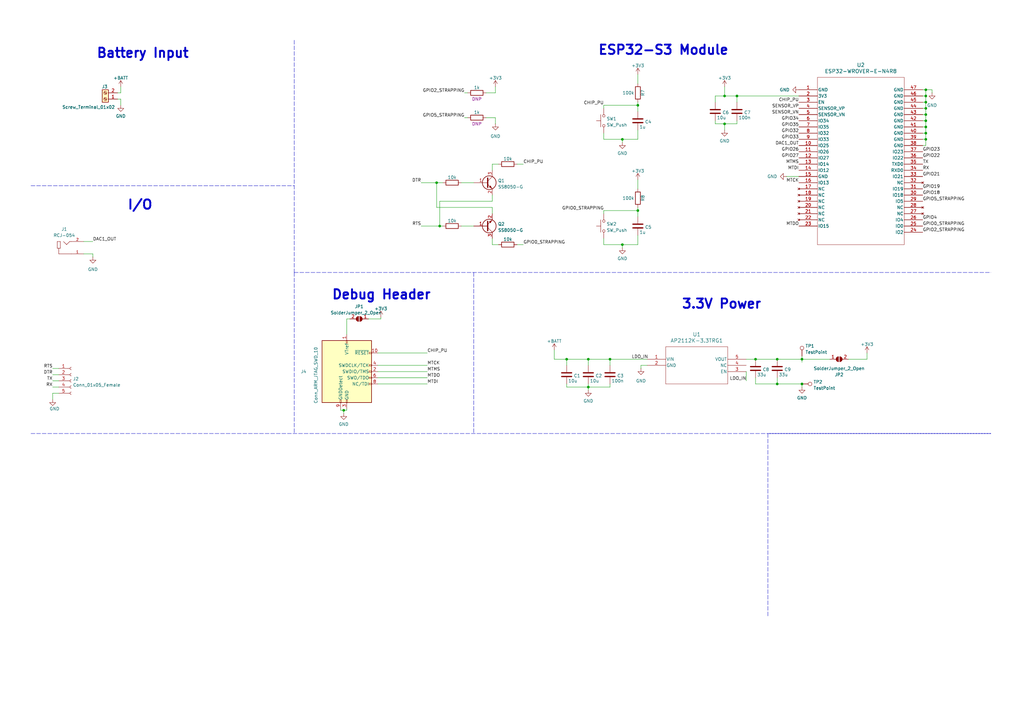
<source format=kicad_sch>
(kicad_sch
	(version 20231120)
	(generator "eeschema")
	(generator_version "8.0")
	(uuid "089191f8-f7a2-4ac6-bbe2-c747b0c5500f")
	(paper "A3")
	(title_block
		(title "ESP32 Example: Motor Controller")
		(date "2023-08-07")
		(rev "A")
		(company "ECE 445")
	)
	(lib_symbols
		(symbol "AP2112K-3.3TRG1_1"
			(pin_names
				(offset 0.254)
			)
			(exclude_from_sim no)
			(in_bom yes)
			(on_board yes)
			(property "Reference" "U"
				(at 20.32 10.16 0)
				(effects
					(font
						(size 1.524 1.524)
					)
				)
			)
			(property "Value" "AP2112K-3.3TRG1"
				(at 20.32 7.62 0)
				(effects
					(font
						(size 1.524 1.524)
					)
				)
			)
			(property "Footprint" "SOT_RG1_DIO"
				(at 0 0 0)
				(effects
					(font
						(size 1.27 1.27)
						(italic yes)
					)
					(hide yes)
				)
			)
			(property "Datasheet" "AP2112K-3.3TRG1"
				(at 0 0 0)
				(effects
					(font
						(size 1.27 1.27)
						(italic yes)
					)
					(hide yes)
				)
			)
			(property "Description" ""
				(at 0 0 0)
				(effects
					(font
						(size 1.27 1.27)
					)
					(hide yes)
				)
			)
			(property "ki_locked" ""
				(at 0 0 0)
				(effects
					(font
						(size 1.27 1.27)
					)
				)
			)
			(property "ki_keywords" "AP2112K-3.3TRG1"
				(at 0 0 0)
				(effects
					(font
						(size 1.27 1.27)
					)
					(hide yes)
				)
			)
			(property "ki_fp_filters" "SOT_RG1_DIO SOT_RG1_DIO-M SOT_RG1_DIO-L"
				(at 0 0 0)
				(effects
					(font
						(size 1.27 1.27)
					)
					(hide yes)
				)
			)
			(symbol "AP2112K-3.3TRG1_1_0_1"
				(polyline
					(pts
						(xy 7.62 -10.16) (xy 33.02 -10.16)
					)
					(stroke
						(width 0.127)
						(type default)
					)
					(fill
						(type none)
					)
				)
				(polyline
					(pts
						(xy 7.62 5.08) (xy 7.62 -10.16)
					)
					(stroke
						(width 0.127)
						(type default)
					)
					(fill
						(type none)
					)
				)
				(polyline
					(pts
						(xy 33.02 -10.16) (xy 33.02 5.08)
					)
					(stroke
						(width 0.127)
						(type default)
					)
					(fill
						(type none)
					)
				)
				(polyline
					(pts
						(xy 33.02 5.08) (xy 7.62 5.08)
					)
					(stroke
						(width 0.127)
						(type default)
					)
					(fill
						(type none)
					)
				)
				(pin unspecified line
					(at 0 0 0)
					(length 7.62)
					(name "VIN"
						(effects
							(font
								(size 1.27 1.27)
							)
						)
					)
					(number "1"
						(effects
							(font
								(size 1.27 1.27)
							)
						)
					)
				)
				(pin unspecified line
					(at 0 -2.54 0)
					(length 7.62)
					(name "GND"
						(effects
							(font
								(size 1.27 1.27)
							)
						)
					)
					(number "2"
						(effects
							(font
								(size 1.27 1.27)
							)
						)
					)
				)
				(pin unspecified line
					(at 40.64 -5.08 180)
					(length 7.62)
					(name "EN"
						(effects
							(font
								(size 1.27 1.27)
							)
						)
					)
					(number "3"
						(effects
							(font
								(size 1.27 1.27)
							)
						)
					)
				)
				(pin unspecified line
					(at 40.64 -2.54 180)
					(length 7.62)
					(name "NC"
						(effects
							(font
								(size 1.27 1.27)
							)
						)
					)
					(number "4"
						(effects
							(font
								(size 1.27 1.27)
							)
						)
					)
				)
				(pin unspecified line
					(at 40.64 0 180)
					(length 7.62)
					(name "VOUT"
						(effects
							(font
								(size 1.27 1.27)
							)
						)
					)
					(number "5"
						(effects
							(font
								(size 1.27 1.27)
							)
						)
					)
				)
			)
		)
		(symbol "Connector:Conn_01x05_Female"
			(pin_names
				(offset 1.016) hide)
			(exclude_from_sim no)
			(in_bom yes)
			(on_board yes)
			(property "Reference" "J"
				(at 0 7.62 0)
				(effects
					(font
						(size 1.27 1.27)
					)
				)
			)
			(property "Value" "Conn_01x05_Female"
				(at 0 -7.62 0)
				(effects
					(font
						(size 1.27 1.27)
					)
				)
			)
			(property "Footprint" ""
				(at 0 0 0)
				(effects
					(font
						(size 1.27 1.27)
					)
					(hide yes)
				)
			)
			(property "Datasheet" "~"
				(at 0 0 0)
				(effects
					(font
						(size 1.27 1.27)
					)
					(hide yes)
				)
			)
			(property "Description" "Generic connector, single row, 01x05, script generated (kicad-library-utils/schlib/autogen/connector/)"
				(at 0 0 0)
				(effects
					(font
						(size 1.27 1.27)
					)
					(hide yes)
				)
			)
			(property "ki_keywords" "connector"
				(at 0 0 0)
				(effects
					(font
						(size 1.27 1.27)
					)
					(hide yes)
				)
			)
			(property "ki_fp_filters" "Connector*:*_1x??_*"
				(at 0 0 0)
				(effects
					(font
						(size 1.27 1.27)
					)
					(hide yes)
				)
			)
			(symbol "Conn_01x05_Female_1_1"
				(arc
					(start 0 -4.572)
					(mid -0.5058 -5.08)
					(end 0 -5.588)
					(stroke
						(width 0.1524)
						(type default)
					)
					(fill
						(type none)
					)
				)
				(arc
					(start 0 -2.032)
					(mid -0.5058 -2.54)
					(end 0 -3.048)
					(stroke
						(width 0.1524)
						(type default)
					)
					(fill
						(type none)
					)
				)
				(polyline
					(pts
						(xy -1.27 -5.08) (xy -0.508 -5.08)
					)
					(stroke
						(width 0.1524)
						(type default)
					)
					(fill
						(type none)
					)
				)
				(polyline
					(pts
						(xy -1.27 -2.54) (xy -0.508 -2.54)
					)
					(stroke
						(width 0.1524)
						(type default)
					)
					(fill
						(type none)
					)
				)
				(polyline
					(pts
						(xy -1.27 0) (xy -0.508 0)
					)
					(stroke
						(width 0.1524)
						(type default)
					)
					(fill
						(type none)
					)
				)
				(polyline
					(pts
						(xy -1.27 2.54) (xy -0.508 2.54)
					)
					(stroke
						(width 0.1524)
						(type default)
					)
					(fill
						(type none)
					)
				)
				(polyline
					(pts
						(xy -1.27 5.08) (xy -0.508 5.08)
					)
					(stroke
						(width 0.1524)
						(type default)
					)
					(fill
						(type none)
					)
				)
				(arc
					(start 0 0.508)
					(mid -0.5058 0)
					(end 0 -0.508)
					(stroke
						(width 0.1524)
						(type default)
					)
					(fill
						(type none)
					)
				)
				(arc
					(start 0 3.048)
					(mid -0.5058 2.54)
					(end 0 2.032)
					(stroke
						(width 0.1524)
						(type default)
					)
					(fill
						(type none)
					)
				)
				(arc
					(start 0 5.588)
					(mid -0.5058 5.08)
					(end 0 4.572)
					(stroke
						(width 0.1524)
						(type default)
					)
					(fill
						(type none)
					)
				)
				(pin passive line
					(at -5.08 5.08 0)
					(length 3.81)
					(name "Pin_1"
						(effects
							(font
								(size 1.27 1.27)
							)
						)
					)
					(number "1"
						(effects
							(font
								(size 1.27 1.27)
							)
						)
					)
				)
				(pin passive line
					(at -5.08 2.54 0)
					(length 3.81)
					(name "Pin_2"
						(effects
							(font
								(size 1.27 1.27)
							)
						)
					)
					(number "2"
						(effects
							(font
								(size 1.27 1.27)
							)
						)
					)
				)
				(pin passive line
					(at -5.08 0 0)
					(length 3.81)
					(name "Pin_3"
						(effects
							(font
								(size 1.27 1.27)
							)
						)
					)
					(number "3"
						(effects
							(font
								(size 1.27 1.27)
							)
						)
					)
				)
				(pin passive line
					(at -5.08 -2.54 0)
					(length 3.81)
					(name "Pin_4"
						(effects
							(font
								(size 1.27 1.27)
							)
						)
					)
					(number "4"
						(effects
							(font
								(size 1.27 1.27)
							)
						)
					)
				)
				(pin passive line
					(at -5.08 -5.08 0)
					(length 3.81)
					(name "Pin_5"
						(effects
							(font
								(size 1.27 1.27)
							)
						)
					)
					(number "5"
						(effects
							(font
								(size 1.27 1.27)
							)
						)
					)
				)
			)
		)
		(symbol "Connector:Conn_ARM_JTAG_SWD_10"
			(pin_names
				(offset 1.016)
			)
			(exclude_from_sim no)
			(in_bom yes)
			(on_board yes)
			(property "Reference" "J"
				(at -2.54 16.51 0)
				(effects
					(font
						(size 1.27 1.27)
					)
					(justify right)
				)
			)
			(property "Value" "Conn_ARM_JTAG_SWD_10"
				(at -2.54 13.97 0)
				(effects
					(font
						(size 1.27 1.27)
					)
					(justify right bottom)
				)
			)
			(property "Footprint" ""
				(at 0 0 0)
				(effects
					(font
						(size 1.27 1.27)
					)
					(hide yes)
				)
			)
			(property "Datasheet" "http://infocenter.arm.com/help/topic/com.arm.doc.ddi0314h/DDI0314H_coresight_components_trm.pdf"
				(at -8.89 -31.75 90)
				(effects
					(font
						(size 1.27 1.27)
					)
					(hide yes)
				)
			)
			(property "Description" "Cortex Debug Connector, standard ARM Cortex-M SWD and JTAG interface"
				(at 0 0 0)
				(effects
					(font
						(size 1.27 1.27)
					)
					(hide yes)
				)
			)
			(property "ki_keywords" "Cortex Debug Connector ARM SWD JTAG"
				(at 0 0 0)
				(effects
					(font
						(size 1.27 1.27)
					)
					(hide yes)
				)
			)
			(property "ki_fp_filters" "PinHeader?2x05?P1.27mm*"
				(at 0 0 0)
				(effects
					(font
						(size 1.27 1.27)
					)
					(hide yes)
				)
			)
			(symbol "Conn_ARM_JTAG_SWD_10_0_1"
				(rectangle
					(start -10.16 12.7)
					(end 10.16 -12.7)
					(stroke
						(width 0.254)
						(type default)
					)
					(fill
						(type background)
					)
				)
				(rectangle
					(start -2.794 -12.7)
					(end -2.286 -11.684)
					(stroke
						(width 0)
						(type default)
					)
					(fill
						(type none)
					)
				)
				(rectangle
					(start -0.254 -12.7)
					(end 0.254 -11.684)
					(stroke
						(width 0)
						(type default)
					)
					(fill
						(type none)
					)
				)
				(rectangle
					(start -0.254 12.7)
					(end 0.254 11.684)
					(stroke
						(width 0)
						(type default)
					)
					(fill
						(type none)
					)
				)
				(rectangle
					(start 9.144 2.286)
					(end 10.16 2.794)
					(stroke
						(width 0)
						(type default)
					)
					(fill
						(type none)
					)
				)
				(rectangle
					(start 10.16 -2.794)
					(end 9.144 -2.286)
					(stroke
						(width 0)
						(type default)
					)
					(fill
						(type none)
					)
				)
				(rectangle
					(start 10.16 -0.254)
					(end 9.144 0.254)
					(stroke
						(width 0)
						(type default)
					)
					(fill
						(type none)
					)
				)
				(rectangle
					(start 10.16 7.874)
					(end 9.144 7.366)
					(stroke
						(width 0)
						(type default)
					)
					(fill
						(type none)
					)
				)
			)
			(symbol "Conn_ARM_JTAG_SWD_10_1_1"
				(rectangle
					(start 9.144 -5.334)
					(end 10.16 -4.826)
					(stroke
						(width 0)
						(type default)
					)
					(fill
						(type none)
					)
				)
				(pin power_in line
					(at 0 15.24 270)
					(length 2.54)
					(name "VTref"
						(effects
							(font
								(size 1.27 1.27)
							)
						)
					)
					(number "1"
						(effects
							(font
								(size 1.27 1.27)
							)
						)
					)
				)
				(pin open_collector line
					(at 12.7 7.62 180)
					(length 2.54)
					(name "~{RESET}"
						(effects
							(font
								(size 1.27 1.27)
							)
						)
					)
					(number "10"
						(effects
							(font
								(size 1.27 1.27)
							)
						)
					)
				)
				(pin bidirectional line
					(at 12.7 0 180)
					(length 2.54)
					(name "SWDIO/TMS"
						(effects
							(font
								(size 1.27 1.27)
							)
						)
					)
					(number "2"
						(effects
							(font
								(size 1.27 1.27)
							)
						)
					)
				)
				(pin power_in line
					(at 0 -15.24 90)
					(length 2.54)
					(name "GND"
						(effects
							(font
								(size 1.27 1.27)
							)
						)
					)
					(number "3"
						(effects
							(font
								(size 1.27 1.27)
							)
						)
					)
				)
				(pin output line
					(at 12.7 2.54 180)
					(length 2.54)
					(name "SWDCLK/TCK"
						(effects
							(font
								(size 1.27 1.27)
							)
						)
					)
					(number "4"
						(effects
							(font
								(size 1.27 1.27)
							)
						)
					)
				)
				(pin passive line
					(at 0 -15.24 90)
					(length 2.54) hide
					(name "GND"
						(effects
							(font
								(size 1.27 1.27)
							)
						)
					)
					(number "5"
						(effects
							(font
								(size 1.27 1.27)
							)
						)
					)
				)
				(pin input line
					(at 12.7 -2.54 180)
					(length 2.54)
					(name "SWO/TDO"
						(effects
							(font
								(size 1.27 1.27)
							)
						)
					)
					(number "6"
						(effects
							(font
								(size 1.27 1.27)
							)
						)
					)
				)
				(pin no_connect line
					(at -10.16 0 0)
					(length 2.54) hide
					(name "KEY"
						(effects
							(font
								(size 1.27 1.27)
							)
						)
					)
					(number "7"
						(effects
							(font
								(size 1.27 1.27)
							)
						)
					)
				)
				(pin output line
					(at 12.7 -5.08 180)
					(length 2.54)
					(name "NC/TDI"
						(effects
							(font
								(size 1.27 1.27)
							)
						)
					)
					(number "8"
						(effects
							(font
								(size 1.27 1.27)
							)
						)
					)
				)
				(pin passive line
					(at -2.54 -15.24 90)
					(length 2.54)
					(name "GNDDetect"
						(effects
							(font
								(size 1.27 1.27)
							)
						)
					)
					(number "9"
						(effects
							(font
								(size 1.27 1.27)
							)
						)
					)
				)
			)
		)
		(symbol "Connector:Screw_Terminal_01x02"
			(pin_names
				(offset 1.016) hide)
			(exclude_from_sim no)
			(in_bom yes)
			(on_board yes)
			(property "Reference" "J"
				(at 0 2.54 0)
				(effects
					(font
						(size 1.27 1.27)
					)
				)
			)
			(property "Value" "Screw_Terminal_01x02"
				(at 0 -5.08 0)
				(effects
					(font
						(size 1.27 1.27)
					)
				)
			)
			(property "Footprint" ""
				(at 0 0 0)
				(effects
					(font
						(size 1.27 1.27)
					)
					(hide yes)
				)
			)
			(property "Datasheet" "~"
				(at 0 0 0)
				(effects
					(font
						(size 1.27 1.27)
					)
					(hide yes)
				)
			)
			(property "Description" "Generic screw terminal, single row, 01x02, script generated (kicad-library-utils/schlib/autogen/connector/)"
				(at 0 0 0)
				(effects
					(font
						(size 1.27 1.27)
					)
					(hide yes)
				)
			)
			(property "ki_keywords" "screw terminal"
				(at 0 0 0)
				(effects
					(font
						(size 1.27 1.27)
					)
					(hide yes)
				)
			)
			(property "ki_fp_filters" "TerminalBlock*:*"
				(at 0 0 0)
				(effects
					(font
						(size 1.27 1.27)
					)
					(hide yes)
				)
			)
			(symbol "Screw_Terminal_01x02_1_1"
				(rectangle
					(start -1.27 1.27)
					(end 1.27 -3.81)
					(stroke
						(width 0.254)
						(type default)
					)
					(fill
						(type background)
					)
				)
				(circle
					(center 0 -2.54)
					(radius 0.635)
					(stroke
						(width 0.1524)
						(type default)
					)
					(fill
						(type none)
					)
				)
				(polyline
					(pts
						(xy -0.5334 -2.2098) (xy 0.3302 -3.048)
					)
					(stroke
						(width 0.1524)
						(type default)
					)
					(fill
						(type none)
					)
				)
				(polyline
					(pts
						(xy -0.5334 0.3302) (xy 0.3302 -0.508)
					)
					(stroke
						(width 0.1524)
						(type default)
					)
					(fill
						(type none)
					)
				)
				(polyline
					(pts
						(xy -0.3556 -2.032) (xy 0.508 -2.8702)
					)
					(stroke
						(width 0.1524)
						(type default)
					)
					(fill
						(type none)
					)
				)
				(polyline
					(pts
						(xy -0.3556 0.508) (xy 0.508 -0.3302)
					)
					(stroke
						(width 0.1524)
						(type default)
					)
					(fill
						(type none)
					)
				)
				(circle
					(center 0 0)
					(radius 0.635)
					(stroke
						(width 0.1524)
						(type default)
					)
					(fill
						(type none)
					)
				)
				(pin passive line
					(at -5.08 0 0)
					(length 3.81)
					(name "Pin_1"
						(effects
							(font
								(size 1.27 1.27)
							)
						)
					)
					(number "1"
						(effects
							(font
								(size 1.27 1.27)
							)
						)
					)
				)
				(pin passive line
					(at -5.08 -2.54 0)
					(length 3.81)
					(name "Pin_2"
						(effects
							(font
								(size 1.27 1.27)
							)
						)
					)
					(number "2"
						(effects
							(font
								(size 1.27 1.27)
							)
						)
					)
				)
			)
		)
		(symbol "Connector:TestPoint"
			(pin_numbers hide)
			(pin_names
				(offset 0.762) hide)
			(exclude_from_sim no)
			(in_bom yes)
			(on_board yes)
			(property "Reference" "TP"
				(at 0 6.858 0)
				(effects
					(font
						(size 1.27 1.27)
					)
				)
			)
			(property "Value" "TestPoint"
				(at 0 5.08 0)
				(effects
					(font
						(size 1.27 1.27)
					)
				)
			)
			(property "Footprint" ""
				(at 5.08 0 0)
				(effects
					(font
						(size 1.27 1.27)
					)
					(hide yes)
				)
			)
			(property "Datasheet" "~"
				(at 5.08 0 0)
				(effects
					(font
						(size 1.27 1.27)
					)
					(hide yes)
				)
			)
			(property "Description" "test point"
				(at 0 0 0)
				(effects
					(font
						(size 1.27 1.27)
					)
					(hide yes)
				)
			)
			(property "ki_keywords" "test point tp"
				(at 0 0 0)
				(effects
					(font
						(size 1.27 1.27)
					)
					(hide yes)
				)
			)
			(property "ki_fp_filters" "Pin* Test*"
				(at 0 0 0)
				(effects
					(font
						(size 1.27 1.27)
					)
					(hide yes)
				)
			)
			(symbol "TestPoint_0_1"
				(circle
					(center 0 3.302)
					(radius 0.762)
					(stroke
						(width 0)
						(type default)
					)
					(fill
						(type none)
					)
				)
			)
			(symbol "TestPoint_1_1"
				(pin passive line
					(at 0 0 90)
					(length 2.54)
					(name "1"
						(effects
							(font
								(size 1.27 1.27)
							)
						)
					)
					(number "1"
						(effects
							(font
								(size 1.27 1.27)
							)
						)
					)
				)
			)
		)
		(symbol "Device:Q_NPN_BEC"
			(pin_names
				(offset 0) hide)
			(exclude_from_sim no)
			(in_bom yes)
			(on_board yes)
			(property "Reference" "Q"
				(at 5.08 1.27 0)
				(effects
					(font
						(size 1.27 1.27)
					)
					(justify left)
				)
			)
			(property "Value" "Q_NPN_BEC"
				(at 5.08 -1.27 0)
				(effects
					(font
						(size 1.27 1.27)
					)
					(justify left)
				)
			)
			(property "Footprint" ""
				(at 5.08 2.54 0)
				(effects
					(font
						(size 1.27 1.27)
					)
					(hide yes)
				)
			)
			(property "Datasheet" "~"
				(at 0 0 0)
				(effects
					(font
						(size 1.27 1.27)
					)
					(hide yes)
				)
			)
			(property "Description" "NPN transistor, base/emitter/collector"
				(at 0 0 0)
				(effects
					(font
						(size 1.27 1.27)
					)
					(hide yes)
				)
			)
			(property "ki_keywords" "transistor NPN"
				(at 0 0 0)
				(effects
					(font
						(size 1.27 1.27)
					)
					(hide yes)
				)
			)
			(symbol "Q_NPN_BEC_0_1"
				(polyline
					(pts
						(xy 0.635 0.635) (xy 2.54 2.54)
					)
					(stroke
						(width 0)
						(type default)
					)
					(fill
						(type none)
					)
				)
				(polyline
					(pts
						(xy 0.635 -0.635) (xy 2.54 -2.54) (xy 2.54 -2.54)
					)
					(stroke
						(width 0)
						(type default)
					)
					(fill
						(type none)
					)
				)
				(polyline
					(pts
						(xy 0.635 1.905) (xy 0.635 -1.905) (xy 0.635 -1.905)
					)
					(stroke
						(width 0.508)
						(type default)
					)
					(fill
						(type none)
					)
				)
				(polyline
					(pts
						(xy 1.27 -1.778) (xy 1.778 -1.27) (xy 2.286 -2.286) (xy 1.27 -1.778) (xy 1.27 -1.778)
					)
					(stroke
						(width 0)
						(type default)
					)
					(fill
						(type outline)
					)
				)
				(circle
					(center 1.27 0)
					(radius 2.8194)
					(stroke
						(width 0.254)
						(type default)
					)
					(fill
						(type none)
					)
				)
			)
			(symbol "Q_NPN_BEC_1_1"
				(pin input line
					(at -5.08 0 0)
					(length 5.715)
					(name "B"
						(effects
							(font
								(size 1.27 1.27)
							)
						)
					)
					(number "1"
						(effects
							(font
								(size 1.27 1.27)
							)
						)
					)
				)
				(pin passive line
					(at 2.54 -5.08 90)
					(length 2.54)
					(name "E"
						(effects
							(font
								(size 1.27 1.27)
							)
						)
					)
					(number "2"
						(effects
							(font
								(size 1.27 1.27)
							)
						)
					)
				)
				(pin passive line
					(at 2.54 5.08 270)
					(length 2.54)
					(name "C"
						(effects
							(font
								(size 1.27 1.27)
							)
						)
					)
					(number "3"
						(effects
							(font
								(size 1.27 1.27)
							)
						)
					)
				)
			)
		)
		(symbol "GND_1"
			(power)
			(pin_numbers hide)
			(pin_names
				(offset 0) hide)
			(exclude_from_sim no)
			(in_bom yes)
			(on_board yes)
			(property "Reference" "#PWR"
				(at 0 -6.35 0)
				(effects
					(font
						(size 1.27 1.27)
					)
					(hide yes)
				)
			)
			(property "Value" "GND"
				(at 0 -3.81 0)
				(effects
					(font
						(size 1.27 1.27)
					)
				)
			)
			(property "Footprint" ""
				(at 0 0 0)
				(effects
					(font
						(size 1.27 1.27)
					)
					(hide yes)
				)
			)
			(property "Datasheet" ""
				(at 0 0 0)
				(effects
					(font
						(size 1.27 1.27)
					)
					(hide yes)
				)
			)
			(property "Description" "Power symbol creates a global label with name \"GND\" , ground"
				(at 0 0 0)
				(effects
					(font
						(size 1.27 1.27)
					)
					(hide yes)
				)
			)
			(property "ki_keywords" "global power"
				(at 0 0 0)
				(effects
					(font
						(size 1.27 1.27)
					)
					(hide yes)
				)
			)
			(symbol "GND_1_0_1"
				(polyline
					(pts
						(xy 0 0) (xy 0 -1.27) (xy 1.27 -1.27) (xy 0 -2.54) (xy -1.27 -1.27) (xy 0 -1.27)
					)
					(stroke
						(width 0)
						(type default)
					)
					(fill
						(type none)
					)
				)
			)
			(symbol "GND_1_1_1"
				(pin power_in line
					(at 0 0 270)
					(length 0)
					(name "~"
						(effects
							(font
								(size 1.27 1.27)
							)
						)
					)
					(number "1"
						(effects
							(font
								(size 1.27 1.27)
							)
						)
					)
				)
			)
		)
		(symbol "GND_2"
			(power)
			(pin_numbers hide)
			(pin_names
				(offset 0) hide)
			(exclude_from_sim no)
			(in_bom yes)
			(on_board yes)
			(property "Reference" "#PWR"
				(at 0 -6.35 0)
				(effects
					(font
						(size 1.27 1.27)
					)
					(hide yes)
				)
			)
			(property "Value" "GND"
				(at 0 -3.81 0)
				(effects
					(font
						(size 1.27 1.27)
					)
				)
			)
			(property "Footprint" ""
				(at 0 0 0)
				(effects
					(font
						(size 1.27 1.27)
					)
					(hide yes)
				)
			)
			(property "Datasheet" ""
				(at 0 0 0)
				(effects
					(font
						(size 1.27 1.27)
					)
					(hide yes)
				)
			)
			(property "Description" "Power symbol creates a global label with name \"GND\" , ground"
				(at 0 0 0)
				(effects
					(font
						(size 1.27 1.27)
					)
					(hide yes)
				)
			)
			(property "ki_keywords" "global power"
				(at 0 0 0)
				(effects
					(font
						(size 1.27 1.27)
					)
					(hide yes)
				)
			)
			(symbol "GND_2_0_1"
				(polyline
					(pts
						(xy 0 0) (xy 0 -1.27) (xy 1.27 -1.27) (xy 0 -2.54) (xy -1.27 -1.27) (xy 0 -1.27)
					)
					(stroke
						(width 0)
						(type default)
					)
					(fill
						(type none)
					)
				)
			)
			(symbol "GND_2_1_1"
				(pin power_in line
					(at 0 0 270)
					(length 0)
					(name "~"
						(effects
							(font
								(size 1.27 1.27)
							)
						)
					)
					(number "1"
						(effects
							(font
								(size 1.27 1.27)
							)
						)
					)
				)
			)
		)
		(symbol "GND_3"
			(power)
			(pin_numbers hide)
			(pin_names
				(offset 0) hide)
			(exclude_from_sim no)
			(in_bom yes)
			(on_board yes)
			(property "Reference" "#PWR"
				(at 0 -6.35 0)
				(effects
					(font
						(size 1.27 1.27)
					)
					(hide yes)
				)
			)
			(property "Value" "GND"
				(at 0 -3.81 0)
				(effects
					(font
						(size 1.27 1.27)
					)
				)
			)
			(property "Footprint" ""
				(at 0 0 0)
				(effects
					(font
						(size 1.27 1.27)
					)
					(hide yes)
				)
			)
			(property "Datasheet" ""
				(at 0 0 0)
				(effects
					(font
						(size 1.27 1.27)
					)
					(hide yes)
				)
			)
			(property "Description" "Power symbol creates a global label with name \"GND\" , ground"
				(at 0 0 0)
				(effects
					(font
						(size 1.27 1.27)
					)
					(hide yes)
				)
			)
			(property "ki_keywords" "global power"
				(at 0 0 0)
				(effects
					(font
						(size 1.27 1.27)
					)
					(hide yes)
				)
			)
			(symbol "GND_3_0_1"
				(polyline
					(pts
						(xy 0 0) (xy 0 -1.27) (xy 1.27 -1.27) (xy 0 -2.54) (xy -1.27 -1.27) (xy 0 -1.27)
					)
					(stroke
						(width 0)
						(type default)
					)
					(fill
						(type none)
					)
				)
			)
			(symbol "GND_3_1_1"
				(pin power_in line
					(at 0 0 270)
					(length 0)
					(name "~"
						(effects
							(font
								(size 1.27 1.27)
							)
						)
					)
					(number "1"
						(effects
							(font
								(size 1.27 1.27)
							)
						)
					)
				)
			)
		)
		(symbol "GND_4"
			(power)
			(pin_numbers hide)
			(pin_names
				(offset 0) hide)
			(exclude_from_sim no)
			(in_bom yes)
			(on_board yes)
			(property "Reference" "#PWR"
				(at 0 -6.35 0)
				(effects
					(font
						(size 1.27 1.27)
					)
					(hide yes)
				)
			)
			(property "Value" "GND"
				(at 0 -3.81 0)
				(effects
					(font
						(size 1.27 1.27)
					)
				)
			)
			(property "Footprint" ""
				(at 0 0 0)
				(effects
					(font
						(size 1.27 1.27)
					)
					(hide yes)
				)
			)
			(property "Datasheet" ""
				(at 0 0 0)
				(effects
					(font
						(size 1.27 1.27)
					)
					(hide yes)
				)
			)
			(property "Description" "Power symbol creates a global label with name \"GND\" , ground"
				(at 0 0 0)
				(effects
					(font
						(size 1.27 1.27)
					)
					(hide yes)
				)
			)
			(property "ki_keywords" "global power"
				(at 0 0 0)
				(effects
					(font
						(size 1.27 1.27)
					)
					(hide yes)
				)
			)
			(symbol "GND_4_0_1"
				(polyline
					(pts
						(xy 0 0) (xy 0 -1.27) (xy 1.27 -1.27) (xy 0 -2.54) (xy -1.27 -1.27) (xy 0 -1.27)
					)
					(stroke
						(width 0)
						(type default)
					)
					(fill
						(type none)
					)
				)
			)
			(symbol "GND_4_1_1"
				(pin power_in line
					(at 0 0 270)
					(length 0)
					(name "~"
						(effects
							(font
								(size 1.27 1.27)
							)
						)
					)
					(number "1"
						(effects
							(font
								(size 1.27 1.27)
							)
						)
					)
				)
			)
		)
		(symbol "GND_6"
			(power)
			(pin_numbers hide)
			(pin_names
				(offset 0) hide)
			(exclude_from_sim no)
			(in_bom yes)
			(on_board yes)
			(property "Reference" "#PWR"
				(at 0 -6.35 0)
				(effects
					(font
						(size 1.27 1.27)
					)
					(hide yes)
				)
			)
			(property "Value" "GND"
				(at 0 -3.81 0)
				(effects
					(font
						(size 1.27 1.27)
					)
				)
			)
			(property "Footprint" ""
				(at 0 0 0)
				(effects
					(font
						(size 1.27 1.27)
					)
					(hide yes)
				)
			)
			(property "Datasheet" ""
				(at 0 0 0)
				(effects
					(font
						(size 1.27 1.27)
					)
					(hide yes)
				)
			)
			(property "Description" "Power symbol creates a global label with name \"GND\" , ground"
				(at 0 0 0)
				(effects
					(font
						(size 1.27 1.27)
					)
					(hide yes)
				)
			)
			(property "ki_keywords" "global power"
				(at 0 0 0)
				(effects
					(font
						(size 1.27 1.27)
					)
					(hide yes)
				)
			)
			(symbol "GND_6_0_1"
				(polyline
					(pts
						(xy 0 0) (xy 0 -1.27) (xy 1.27 -1.27) (xy 0 -2.54) (xy -1.27 -1.27) (xy 0 -1.27)
					)
					(stroke
						(width 0)
						(type default)
					)
					(fill
						(type none)
					)
				)
			)
			(symbol "GND_6_1_1"
				(pin power_in line
					(at 0 0 270)
					(length 0)
					(name "~"
						(effects
							(font
								(size 1.27 1.27)
							)
						)
					)
					(number "1"
						(effects
							(font
								(size 1.27 1.27)
							)
						)
					)
				)
			)
		)
		(symbol "GND_7"
			(power)
			(pin_numbers hide)
			(pin_names
				(offset 0) hide)
			(exclude_from_sim no)
			(in_bom yes)
			(on_board yes)
			(property "Reference" "#PWR"
				(at 0 -6.35 0)
				(effects
					(font
						(size 1.27 1.27)
					)
					(hide yes)
				)
			)
			(property "Value" "GND"
				(at 0 -3.81 0)
				(effects
					(font
						(size 1.27 1.27)
					)
				)
			)
			(property "Footprint" ""
				(at 0 0 0)
				(effects
					(font
						(size 1.27 1.27)
					)
					(hide yes)
				)
			)
			(property "Datasheet" ""
				(at 0 0 0)
				(effects
					(font
						(size 1.27 1.27)
					)
					(hide yes)
				)
			)
			(property "Description" "Power symbol creates a global label with name \"GND\" , ground"
				(at 0 0 0)
				(effects
					(font
						(size 1.27 1.27)
					)
					(hide yes)
				)
			)
			(property "ki_keywords" "global power"
				(at 0 0 0)
				(effects
					(font
						(size 1.27 1.27)
					)
					(hide yes)
				)
			)
			(symbol "GND_7_0_1"
				(polyline
					(pts
						(xy 0 0) (xy 0 -1.27) (xy 1.27 -1.27) (xy 0 -2.54) (xy -1.27 -1.27) (xy 0 -1.27)
					)
					(stroke
						(width 0)
						(type default)
					)
					(fill
						(type none)
					)
				)
			)
			(symbol "GND_7_1_1"
				(pin power_in line
					(at 0 0 270)
					(length 0)
					(name "~"
						(effects
							(font
								(size 1.27 1.27)
							)
						)
					)
					(number "1"
						(effects
							(font
								(size 1.27 1.27)
							)
						)
					)
				)
			)
		)
		(symbol "Jumper:SolderJumper_2_Open"
			(pin_names
				(offset 0) hide)
			(exclude_from_sim no)
			(in_bom yes)
			(on_board yes)
			(property "Reference" "JP"
				(at 0 2.032 0)
				(effects
					(font
						(size 1.27 1.27)
					)
				)
			)
			(property "Value" "SolderJumper_2_Open"
				(at 0 -2.54 0)
				(effects
					(font
						(size 1.27 1.27)
					)
				)
			)
			(property "Footprint" ""
				(at 0 0 0)
				(effects
					(font
						(size 1.27 1.27)
					)
					(hide yes)
				)
			)
			(property "Datasheet" "~"
				(at 0 0 0)
				(effects
					(font
						(size 1.27 1.27)
					)
					(hide yes)
				)
			)
			(property "Description" "Solder Jumper, 2-pole, open"
				(at 0 0 0)
				(effects
					(font
						(size 1.27 1.27)
					)
					(hide yes)
				)
			)
			(property "ki_keywords" "solder jumper SPST"
				(at 0 0 0)
				(effects
					(font
						(size 1.27 1.27)
					)
					(hide yes)
				)
			)
			(property "ki_fp_filters" "SolderJumper*Open*"
				(at 0 0 0)
				(effects
					(font
						(size 1.27 1.27)
					)
					(hide yes)
				)
			)
			(symbol "SolderJumper_2_Open_0_1"
				(arc
					(start -0.254 1.016)
					(mid -1.2655 0)
					(end -0.254 -1.016)
					(stroke
						(width 0)
						(type default)
					)
					(fill
						(type none)
					)
				)
				(arc
					(start -0.254 1.016)
					(mid -1.2655 0)
					(end -0.254 -1.016)
					(stroke
						(width 0)
						(type default)
					)
					(fill
						(type outline)
					)
				)
				(polyline
					(pts
						(xy -0.254 1.016) (xy -0.254 -1.016)
					)
					(stroke
						(width 0)
						(type default)
					)
					(fill
						(type none)
					)
				)
				(polyline
					(pts
						(xy 0.254 1.016) (xy 0.254 -1.016)
					)
					(stroke
						(width 0)
						(type default)
					)
					(fill
						(type none)
					)
				)
				(arc
					(start 0.254 -1.016)
					(mid 1.2655 0)
					(end 0.254 1.016)
					(stroke
						(width 0)
						(type default)
					)
					(fill
						(type none)
					)
				)
				(arc
					(start 0.254 -1.016)
					(mid 1.2655 0)
					(end 0.254 1.016)
					(stroke
						(width 0)
						(type default)
					)
					(fill
						(type outline)
					)
				)
			)
			(symbol "SolderJumper_2_Open_1_1"
				(pin passive line
					(at -3.81 0 0)
					(length 2.54)
					(name "A"
						(effects
							(font
								(size 1.27 1.27)
							)
						)
					)
					(number "1"
						(effects
							(font
								(size 1.27 1.27)
							)
						)
					)
				)
				(pin passive line
					(at 3.81 0 180)
					(length 2.54)
					(name "B"
						(effects
							(font
								(size 1.27 1.27)
							)
						)
					)
					(number "2"
						(effects
							(font
								(size 1.27 1.27)
							)
						)
					)
				)
			)
		)
		(symbol "Switch:SW_Push"
			(pin_numbers hide)
			(pin_names
				(offset 1.016) hide)
			(exclude_from_sim no)
			(in_bom yes)
			(on_board yes)
			(property "Reference" "SW"
				(at 1.27 2.54 0)
				(effects
					(font
						(size 1.27 1.27)
					)
					(justify left)
				)
			)
			(property "Value" "SW_Push"
				(at 0 -1.524 0)
				(effects
					(font
						(size 1.27 1.27)
					)
				)
			)
			(property "Footprint" ""
				(at 0 5.08 0)
				(effects
					(font
						(size 1.27 1.27)
					)
					(hide yes)
				)
			)
			(property "Datasheet" "~"
				(at 0 5.08 0)
				(effects
					(font
						(size 1.27 1.27)
					)
					(hide yes)
				)
			)
			(property "Description" "Push button switch, generic, two pins"
				(at 0 0 0)
				(effects
					(font
						(size 1.27 1.27)
					)
					(hide yes)
				)
			)
			(property "ki_keywords" "switch normally-open pushbutton push-button"
				(at 0 0 0)
				(effects
					(font
						(size 1.27 1.27)
					)
					(hide yes)
				)
			)
			(symbol "SW_Push_0_1"
				(circle
					(center -2.032 0)
					(radius 0.508)
					(stroke
						(width 0)
						(type default)
					)
					(fill
						(type none)
					)
				)
				(polyline
					(pts
						(xy 0 1.27) (xy 0 3.048)
					)
					(stroke
						(width 0)
						(type default)
					)
					(fill
						(type none)
					)
				)
				(polyline
					(pts
						(xy 2.54 1.27) (xy -2.54 1.27)
					)
					(stroke
						(width 0)
						(type default)
					)
					(fill
						(type none)
					)
				)
				(circle
					(center 2.032 0)
					(radius 0.508)
					(stroke
						(width 0)
						(type default)
					)
					(fill
						(type none)
					)
				)
				(pin passive line
					(at -5.08 0 0)
					(length 2.54)
					(name "1"
						(effects
							(font
								(size 1.27 1.27)
							)
						)
					)
					(number "1"
						(effects
							(font
								(size 1.27 1.27)
							)
						)
					)
				)
				(pin passive line
					(at 5.08 0 180)
					(length 2.54)
					(name "2"
						(effects
							(font
								(size 1.27 1.27)
							)
						)
					)
					(number "2"
						(effects
							(font
								(size 1.27 1.27)
							)
						)
					)
				)
			)
		)
		(symbol "basic:C"
			(pin_numbers hide)
			(pin_names
				(offset 0.254)
			)
			(exclude_from_sim no)
			(in_bom yes)
			(on_board yes)
			(property "Reference" "C"
				(at 0.635 2.54 0)
				(effects
					(font
						(size 1.27 1.27)
					)
					(justify left)
				)
			)
			(property "Value" "C"
				(at 0.635 -2.54 0)
				(effects
					(font
						(size 1.27 1.27)
					)
					(justify left)
					(hide yes)
				)
			)
			(property "Footprint" ""
				(at 0.9652 -3.81 0)
				(effects
					(font
						(size 1.27 1.27)
					)
					(hide yes)
				)
			)
			(property "Datasheet" "~"
				(at 0 0 0)
				(effects
					(font
						(size 1.27 1.27)
					)
					(hide yes)
				)
			)
			(property "Description" "Unpolarized capacitor"
				(at 0 0 0)
				(effects
					(font
						(size 1.27 1.27)
					)
					(hide yes)
				)
			)
			(property "ki_keywords" "cap capacitor"
				(at 0 0 0)
				(effects
					(font
						(size 1.27 1.27)
					)
					(hide yes)
				)
			)
			(property "ki_fp_filters" "C_*"
				(at 0 0 0)
				(effects
					(font
						(size 1.27 1.27)
					)
					(hide yes)
				)
			)
			(symbol "C_0_1"
				(polyline
					(pts
						(xy -2.032 -0.762) (xy 2.032 -0.762)
					)
					(stroke
						(width 0.508)
						(type default)
					)
					(fill
						(type none)
					)
				)
				(polyline
					(pts
						(xy -2.032 0.762) (xy 2.032 0.762)
					)
					(stroke
						(width 0.508)
						(type default)
					)
					(fill
						(type none)
					)
				)
			)
			(symbol "C_1_1"
				(pin passive line
					(at 0 3.81 270)
					(length 2.794)
					(name "~"
						(effects
							(font
								(size 1.27 1.27)
							)
						)
					)
					(number "1"
						(effects
							(font
								(size 1.27 1.27)
							)
						)
					)
				)
				(pin passive line
					(at 0 -3.81 90)
					(length 2.794)
					(name "~"
						(effects
							(font
								(size 1.27 1.27)
							)
						)
					)
					(number "2"
						(effects
							(font
								(size 1.27 1.27)
							)
						)
					)
				)
			)
		)
		(symbol "basic:R"
			(pin_numbers hide)
			(pin_names
				(offset 0)
			)
			(exclude_from_sim no)
			(in_bom yes)
			(on_board yes)
			(property "Reference" "R"
				(at 2.032 0 90)
				(effects
					(font
						(size 1.27 1.27)
					)
					(hide yes)
				)
			)
			(property "Value" "R"
				(at 0 0 90)
				(effects
					(font
						(size 1.27 1.27)
					)
				)
			)
			(property "Footprint" ""
				(at -1.778 0 90)
				(effects
					(font
						(size 1.27 1.27)
					)
					(hide yes)
				)
			)
			(property "Datasheet" "~"
				(at 0 0 0)
				(effects
					(font
						(size 1.27 1.27)
					)
					(hide yes)
				)
			)
			(property "Description" "Resistor"
				(at 0 0 0)
				(effects
					(font
						(size 1.27 1.27)
					)
					(hide yes)
				)
			)
			(property "ki_keywords" "R res resistor"
				(at 0 0 0)
				(effects
					(font
						(size 1.27 1.27)
					)
					(hide yes)
				)
			)
			(property "ki_fp_filters" "R_*"
				(at 0 0 0)
				(effects
					(font
						(size 1.27 1.27)
					)
					(hide yes)
				)
			)
			(symbol "R_0_1"
				(rectangle
					(start -1.016 -2.54)
					(end 1.016 2.54)
					(stroke
						(width 0.254)
						(type default)
					)
					(fill
						(type none)
					)
				)
			)
			(symbol "R_1_1"
				(pin passive line
					(at 0 3.81 270)
					(length 1.27)
					(name "~"
						(effects
							(font
								(size 1.27 1.27)
							)
						)
					)
					(number "1"
						(effects
							(font
								(size 1.27 1.27)
							)
						)
					)
				)
				(pin passive line
					(at 0 -3.81 90)
					(length 1.27)
					(name "~"
						(effects
							(font
								(size 1.27 1.27)
							)
						)
					)
					(number "2"
						(effects
							(font
								(size 1.27 1.27)
							)
						)
					)
				)
			)
		)
		(symbol "csv_conn:RCJ-054"
			(pin_names
				(offset 1.016)
			)
			(exclude_from_sim no)
			(in_bom yes)
			(on_board yes)
			(property "Reference" "J"
				(at -5.6351 4.098 0)
				(effects
					(font
						(size 1.27 1.27)
					)
					(justify left bottom)
				)
			)
			(property "Value" "RCJ-054"
				(at -5.1194 -5.6295 0)
				(effects
					(font
						(size 1.27 1.27)
					)
					(justify left bottom)
				)
			)
			(property "Footprint" "RCJ-054:CUI_RCJ-054"
				(at 0 0 0)
				(effects
					(font
						(size 1.27 1.27)
					)
					(justify bottom)
					(hide yes)
				)
			)
			(property "Datasheet" ""
				(at 0 0 0)
				(effects
					(font
						(size 1.27 1.27)
					)
					(hide yes)
				)
			)
			(property "Description" "Metal Vertical RCA Jack, Yellow Housing and Insulator"
				(at 0 0 0)
				(effects
					(font
						(size 1.27 1.27)
					)
					(justify bottom)
					(hide yes)
				)
			)
			(property "MF" "CUI Devices"
				(at 0 0 0)
				(effects
					(font
						(size 1.27 1.27)
					)
					(justify bottom)
					(hide yes)
				)
			)
			(property "PACKAGE" "None"
				(at 0 0 0)
				(effects
					(font
						(size 1.27 1.27)
					)
					(justify bottom)
					(hide yes)
				)
			)
			(property "PRICE" "None"
				(at 0 0 0)
				(effects
					(font
						(size 1.27 1.27)
					)
					(justify bottom)
					(hide yes)
				)
			)
			(property "CUI_PURCHASE_URL" "https://www.cuidevices.com/product/interconnect/connectors/rca-connectors/rcj-05-series?utm_source=snapeda.com&utm_medium=referral&utm_campaign=snapedaBOM"
				(at 0 0 0)
				(effects
					(font
						(size 1.27 1.27)
					)
					(justify bottom)
					(hide yes)
				)
			)
			(property "MP" "RCJ-054"
				(at 0 0 0)
				(effects
					(font
						(size 1.27 1.27)
					)
					(justify bottom)
					(hide yes)
				)
			)
			(property "AVAILABILITY" "Unavailable"
				(at 0 0 0)
				(effects
					(font
						(size 1.27 1.27)
					)
					(justify bottom)
					(hide yes)
				)
			)
			(symbol "RCJ-054_0_0"
				(polyline
					(pts
						(xy -5.715 -0.254) (xy -5.08 -0.254)
					)
					(stroke
						(width 0.1524)
						(type default)
					)
					(fill
						(type none)
					)
				)
				(polyline
					(pts
						(xy -5.715 2.54) (xy -5.715 -0.254)
					)
					(stroke
						(width 0.1524)
						(type default)
					)
					(fill
						(type none)
					)
				)
				(polyline
					(pts
						(xy -5.08 -2.54) (xy -5.08 -0.254)
					)
					(stroke
						(width 0.1524)
						(type default)
					)
					(fill
						(type none)
					)
				)
				(polyline
					(pts
						(xy -5.08 -0.254) (xy -4.445 -0.254)
					)
					(stroke
						(width 0.1524)
						(type default)
					)
					(fill
						(type none)
					)
				)
				(polyline
					(pts
						(xy -4.445 -0.254) (xy -4.445 2.54)
					)
					(stroke
						(width 0.1524)
						(type default)
					)
					(fill
						(type none)
					)
				)
				(polyline
					(pts
						(xy -4.445 2.54) (xy -5.715 2.54)
					)
					(stroke
						(width 0.1524)
						(type default)
					)
					(fill
						(type none)
					)
				)
				(polyline
					(pts
						(xy -1.905 1.27) (xy -3.175 2.54)
					)
					(stroke
						(width 0.1524)
						(type default)
					)
					(fill
						(type none)
					)
				)
				(polyline
					(pts
						(xy -0.635 2.54) (xy -1.905 1.27)
					)
					(stroke
						(width 0.1524)
						(type default)
					)
					(fill
						(type none)
					)
				)
				(polyline
					(pts
						(xy 0 -2.54) (xy -5.08 -2.54)
					)
					(stroke
						(width 0.1524)
						(type default)
					)
					(fill
						(type none)
					)
				)
				(polyline
					(pts
						(xy 0 2.54) (xy -0.635 2.54)
					)
					(stroke
						(width 0.1524)
						(type default)
					)
					(fill
						(type none)
					)
				)
				(pin passive line
					(at 5.08 -2.54 180)
					(length 5.08)
					(name "~"
						(effects
							(font
								(size 1.016 1.016)
							)
						)
					)
					(number "1"
						(effects
							(font
								(size 1.016 1.016)
							)
						)
					)
				)
				(pin passive line
					(at 5.08 2.54 180)
					(length 5.08)
					(name "~"
						(effects
							(font
								(size 1.016 1.016)
							)
						)
					)
					(number "2"
						(effects
							(font
								(size 1.016 1.016)
							)
						)
					)
				)
			)
		)
		(symbol "esp:ESP32-WROVER-E-N4R8"
			(pin_names
				(offset 0.254)
			)
			(exclude_from_sim no)
			(in_bom yes)
			(on_board yes)
			(property "Reference" "U"
				(at 25.4 10.16 0)
				(effects
					(font
						(size 1.524 1.524)
					)
				)
			)
			(property "Value" "ESP32-WROVER-E-N4R8"
				(at 25.4 7.62 0)
				(effects
					(font
						(size 1.524 1.524)
					)
				)
			)
			(property "Footprint" ""
				(at 0 0 0)
				(effects
					(font
						(size 1.27 1.27)
						(italic yes)
					)
					(hide yes)
				)
			)
			(property "Datasheet" "ESP32-WROVER-E-N4R8"
				(at 0 0 0)
				(effects
					(font
						(size 1.27 1.27)
						(italic yes)
					)
					(hide yes)
				)
			)
			(property "Description" ""
				(at 0 0 0)
				(effects
					(font
						(size 1.27 1.27)
					)
					(hide yes)
				)
			)
			(property "ki_locked" ""
				(at 0 0 0)
				(effects
					(font
						(size 1.27 1.27)
					)
				)
			)
			(property "ki_keywords" "ESP32-WROVER-E-N4R8"
				(at 0 0 0)
				(effects
					(font
						(size 1.27 1.27)
					)
					(hide yes)
				)
			)
			(symbol "ESP32-WROVER-E-N4R8_0_1"
				(polyline
					(pts
						(xy 7.62 -63.5) (xy 43.18 -63.5)
					)
					(stroke
						(width 0.127)
						(type default)
					)
					(fill
						(type none)
					)
				)
				(polyline
					(pts
						(xy 7.62 5.08) (xy 7.62 -63.5)
					)
					(stroke
						(width 0.127)
						(type default)
					)
					(fill
						(type none)
					)
				)
				(polyline
					(pts
						(xy 43.18 -63.5) (xy 43.18 5.08)
					)
					(stroke
						(width 0.127)
						(type default)
					)
					(fill
						(type none)
					)
				)
				(polyline
					(pts
						(xy 43.18 5.08) (xy 7.62 5.08)
					)
					(stroke
						(width 0.127)
						(type default)
					)
					(fill
						(type none)
					)
				)
				(pin power_out line
					(at 0 0 0)
					(length 7.62)
					(name "GND"
						(effects
							(font
								(size 1.27 1.27)
							)
						)
					)
					(number "1"
						(effects
							(font
								(size 1.27 1.27)
							)
						)
					)
				)
				(pin bidirectional line
					(at 0 -22.86 0)
					(length 7.62)
					(name "IO25"
						(effects
							(font
								(size 1.27 1.27)
							)
						)
					)
					(number "10"
						(effects
							(font
								(size 1.27 1.27)
							)
						)
					)
				)
				(pin bidirectional line
					(at 0 -25.4 0)
					(length 7.62)
					(name "IO26"
						(effects
							(font
								(size 1.27 1.27)
							)
						)
					)
					(number "11"
						(effects
							(font
								(size 1.27 1.27)
							)
						)
					)
				)
				(pin bidirectional line
					(at 0 -27.94 0)
					(length 7.62)
					(name "IO27"
						(effects
							(font
								(size 1.27 1.27)
							)
						)
					)
					(number "12"
						(effects
							(font
								(size 1.27 1.27)
							)
						)
					)
				)
				(pin bidirectional line
					(at 0 -30.48 0)
					(length 7.62)
					(name "IO14"
						(effects
							(font
								(size 1.27 1.27)
							)
						)
					)
					(number "13"
						(effects
							(font
								(size 1.27 1.27)
							)
						)
					)
				)
				(pin bidirectional line
					(at 0 -33.02 0)
					(length 7.62)
					(name "IO12"
						(effects
							(font
								(size 1.27 1.27)
							)
						)
					)
					(number "14"
						(effects
							(font
								(size 1.27 1.27)
							)
						)
					)
				)
				(pin power_out line
					(at 0 -35.56 0)
					(length 7.62)
					(name "GND"
						(effects
							(font
								(size 1.27 1.27)
							)
						)
					)
					(number "15"
						(effects
							(font
								(size 1.27 1.27)
							)
						)
					)
				)
				(pin bidirectional line
					(at 0 -38.1 0)
					(length 7.62)
					(name "IO13"
						(effects
							(font
								(size 1.27 1.27)
							)
						)
					)
					(number "16"
						(effects
							(font
								(size 1.27 1.27)
							)
						)
					)
				)
				(pin no_connect line
					(at 0 -40.64 0)
					(length 7.62)
					(name "NC"
						(effects
							(font
								(size 1.27 1.27)
							)
						)
					)
					(number "17"
						(effects
							(font
								(size 1.27 1.27)
							)
						)
					)
				)
				(pin no_connect line
					(at 0 -43.18 0)
					(length 7.62)
					(name "NC"
						(effects
							(font
								(size 1.27 1.27)
							)
						)
					)
					(number "18"
						(effects
							(font
								(size 1.27 1.27)
							)
						)
					)
				)
				(pin no_connect line
					(at 0 -45.72 0)
					(length 7.62)
					(name "NC"
						(effects
							(font
								(size 1.27 1.27)
							)
						)
					)
					(number "19"
						(effects
							(font
								(size 1.27 1.27)
							)
						)
					)
				)
				(pin power_in line
					(at 0 -2.54 0)
					(length 7.62)
					(name "3V3"
						(effects
							(font
								(size 1.27 1.27)
							)
						)
					)
					(number "2"
						(effects
							(font
								(size 1.27 1.27)
							)
						)
					)
				)
				(pin no_connect line
					(at 0 -48.26 0)
					(length 7.62)
					(name "NC"
						(effects
							(font
								(size 1.27 1.27)
							)
						)
					)
					(number "20"
						(effects
							(font
								(size 1.27 1.27)
							)
						)
					)
				)
				(pin no_connect line
					(at 0 -50.8 0)
					(length 7.62)
					(name "NC"
						(effects
							(font
								(size 1.27 1.27)
							)
						)
					)
					(number "21"
						(effects
							(font
								(size 1.27 1.27)
							)
						)
					)
				)
				(pin no_connect line
					(at 0 -53.34 0)
					(length 7.62)
					(name "NC"
						(effects
							(font
								(size 1.27 1.27)
							)
						)
					)
					(number "22"
						(effects
							(font
								(size 1.27 1.27)
							)
						)
					)
				)
				(pin bidirectional line
					(at 0 -55.88 0)
					(length 7.62)
					(name "IO15"
						(effects
							(font
								(size 1.27 1.27)
							)
						)
					)
					(number "23"
						(effects
							(font
								(size 1.27 1.27)
							)
						)
					)
				)
				(pin bidirectional line
					(at 50.8 -58.42 180)
					(length 7.62)
					(name "IO2"
						(effects
							(font
								(size 1.27 1.27)
							)
						)
					)
					(number "24"
						(effects
							(font
								(size 1.27 1.27)
							)
						)
					)
				)
				(pin bidirectional line
					(at 50.8 -55.88 180)
					(length 7.62)
					(name "IO0"
						(effects
							(font
								(size 1.27 1.27)
							)
						)
					)
					(number "25"
						(effects
							(font
								(size 1.27 1.27)
							)
						)
					)
				)
				(pin bidirectional line
					(at 50.8 -53.34 180)
					(length 7.62)
					(name "IO4"
						(effects
							(font
								(size 1.27 1.27)
							)
						)
					)
					(number "26"
						(effects
							(font
								(size 1.27 1.27)
							)
						)
					)
				)
				(pin no_connect line
					(at 50.8 -50.8 180)
					(length 7.62)
					(name "NC"
						(effects
							(font
								(size 1.27 1.27)
							)
						)
					)
					(number "27"
						(effects
							(font
								(size 1.27 1.27)
							)
						)
					)
				)
				(pin no_connect line
					(at 50.8 -48.26 180)
					(length 7.62)
					(name "NC"
						(effects
							(font
								(size 1.27 1.27)
							)
						)
					)
					(number "28"
						(effects
							(font
								(size 1.27 1.27)
							)
						)
					)
				)
				(pin bidirectional line
					(at 50.8 -45.72 180)
					(length 7.62)
					(name "IO5"
						(effects
							(font
								(size 1.27 1.27)
							)
						)
					)
					(number "29"
						(effects
							(font
								(size 1.27 1.27)
							)
						)
					)
				)
				(pin input line
					(at 0 -5.08 0)
					(length 7.62)
					(name "EN"
						(effects
							(font
								(size 1.27 1.27)
							)
						)
					)
					(number "3"
						(effects
							(font
								(size 1.27 1.27)
							)
						)
					)
				)
				(pin bidirectional line
					(at 50.8 -43.18 180)
					(length 7.62)
					(name "IO18"
						(effects
							(font
								(size 1.27 1.27)
							)
						)
					)
					(number "30"
						(effects
							(font
								(size 1.27 1.27)
							)
						)
					)
				)
				(pin bidirectional line
					(at 50.8 -40.64 180)
					(length 7.62)
					(name "IO19"
						(effects
							(font
								(size 1.27 1.27)
							)
						)
					)
					(number "31"
						(effects
							(font
								(size 1.27 1.27)
							)
						)
					)
				)
				(pin no_connect line
					(at 50.8 -38.1 180)
					(length 7.62)
					(name "NC"
						(effects
							(font
								(size 1.27 1.27)
							)
						)
					)
					(number "32"
						(effects
							(font
								(size 1.27 1.27)
							)
						)
					)
				)
				(pin bidirectional line
					(at 50.8 -35.56 180)
					(length 7.62)
					(name "IO21"
						(effects
							(font
								(size 1.27 1.27)
							)
						)
					)
					(number "33"
						(effects
							(font
								(size 1.27 1.27)
							)
						)
					)
				)
				(pin bidirectional line
					(at 50.8 -33.02 180)
					(length 7.62)
					(name "RXD0"
						(effects
							(font
								(size 1.27 1.27)
							)
						)
					)
					(number "34"
						(effects
							(font
								(size 1.27 1.27)
							)
						)
					)
				)
				(pin bidirectional line
					(at 50.8 -30.48 180)
					(length 7.62)
					(name "TXD0"
						(effects
							(font
								(size 1.27 1.27)
							)
						)
					)
					(number "35"
						(effects
							(font
								(size 1.27 1.27)
							)
						)
					)
				)
				(pin bidirectional line
					(at 50.8 -27.94 180)
					(length 7.62)
					(name "IO22"
						(effects
							(font
								(size 1.27 1.27)
							)
						)
					)
					(number "36"
						(effects
							(font
								(size 1.27 1.27)
							)
						)
					)
				)
				(pin bidirectional line
					(at 50.8 -25.4 180)
					(length 7.62)
					(name "IO23"
						(effects
							(font
								(size 1.27 1.27)
							)
						)
					)
					(number "37"
						(effects
							(font
								(size 1.27 1.27)
							)
						)
					)
				)
				(pin power_out line
					(at 50.8 -22.86 180)
					(length 7.62)
					(name "GND"
						(effects
							(font
								(size 1.27 1.27)
							)
						)
					)
					(number "38"
						(effects
							(font
								(size 1.27 1.27)
							)
						)
					)
				)
				(pin power_out line
					(at 50.8 -20.32 180)
					(length 7.62)
					(name "GND"
						(effects
							(font
								(size 1.27 1.27)
							)
						)
					)
					(number "39"
						(effects
							(font
								(size 1.27 1.27)
							)
						)
					)
				)
				(pin input line
					(at 0 -7.62 0)
					(length 7.62)
					(name "SENSOR_VP"
						(effects
							(font
								(size 1.27 1.27)
							)
						)
					)
					(number "4"
						(effects
							(font
								(size 1.27 1.27)
							)
						)
					)
				)
				(pin power_out line
					(at 50.8 -17.78 180)
					(length 7.62)
					(name "GND"
						(effects
							(font
								(size 1.27 1.27)
							)
						)
					)
					(number "40"
						(effects
							(font
								(size 1.27 1.27)
							)
						)
					)
				)
				(pin power_out line
					(at 50.8 -15.24 180)
					(length 7.62)
					(name "GND"
						(effects
							(font
								(size 1.27 1.27)
							)
						)
					)
					(number "41"
						(effects
							(font
								(size 1.27 1.27)
							)
						)
					)
				)
				(pin power_out line
					(at 50.8 -12.7 180)
					(length 7.62)
					(name "GND"
						(effects
							(font
								(size 1.27 1.27)
							)
						)
					)
					(number "42"
						(effects
							(font
								(size 1.27 1.27)
							)
						)
					)
				)
				(pin power_out line
					(at 50.8 -10.16 180)
					(length 7.62)
					(name "GND"
						(effects
							(font
								(size 1.27 1.27)
							)
						)
					)
					(number "43"
						(effects
							(font
								(size 1.27 1.27)
							)
						)
					)
				)
				(pin power_out line
					(at 50.8 -7.62 180)
					(length 7.62)
					(name "GND"
						(effects
							(font
								(size 1.27 1.27)
							)
						)
					)
					(number "44"
						(effects
							(font
								(size 1.27 1.27)
							)
						)
					)
				)
				(pin power_out line
					(at 50.8 -5.08 180)
					(length 7.62)
					(name "GND"
						(effects
							(font
								(size 1.27 1.27)
							)
						)
					)
					(number "45"
						(effects
							(font
								(size 1.27 1.27)
							)
						)
					)
				)
				(pin power_out line
					(at 50.8 -2.54 180)
					(length 7.62)
					(name "GND"
						(effects
							(font
								(size 1.27 1.27)
							)
						)
					)
					(number "46"
						(effects
							(font
								(size 1.27 1.27)
							)
						)
					)
				)
				(pin power_out line
					(at 50.8 0 180)
					(length 7.62)
					(name "GND"
						(effects
							(font
								(size 1.27 1.27)
							)
						)
					)
					(number "47"
						(effects
							(font
								(size 1.27 1.27)
							)
						)
					)
				)
				(pin input line
					(at 0 -10.16 0)
					(length 7.62)
					(name "SENSOR_VN"
						(effects
							(font
								(size 1.27 1.27)
							)
						)
					)
					(number "5"
						(effects
							(font
								(size 1.27 1.27)
							)
						)
					)
				)
				(pin input line
					(at 0 -12.7 0)
					(length 7.62)
					(name "IO34"
						(effects
							(font
								(size 1.27 1.27)
							)
						)
					)
					(number "6"
						(effects
							(font
								(size 1.27 1.27)
							)
						)
					)
				)
				(pin input line
					(at 0 -15.24 0)
					(length 7.62)
					(name "IO35"
						(effects
							(font
								(size 1.27 1.27)
							)
						)
					)
					(number "7"
						(effects
							(font
								(size 1.27 1.27)
							)
						)
					)
				)
				(pin bidirectional line
					(at 0 -17.78 0)
					(length 7.62)
					(name "IO32"
						(effects
							(font
								(size 1.27 1.27)
							)
						)
					)
					(number "8"
						(effects
							(font
								(size 1.27 1.27)
							)
						)
					)
				)
				(pin bidirectional line
					(at 0 -20.32 0)
					(length 7.62)
					(name "IO33"
						(effects
							(font
								(size 1.27 1.27)
							)
						)
					)
					(number "9"
						(effects
							(font
								(size 1.27 1.27)
							)
						)
					)
				)
			)
		)
		(symbol "power:+3V3"
			(power)
			(pin_names
				(offset 0)
			)
			(exclude_from_sim no)
			(in_bom yes)
			(on_board yes)
			(property "Reference" "#PWR"
				(at 0 -3.81 0)
				(effects
					(font
						(size 1.27 1.27)
					)
					(hide yes)
				)
			)
			(property "Value" "+3V3"
				(at 0 3.556 0)
				(effects
					(font
						(size 1.27 1.27)
					)
				)
			)
			(property "Footprint" ""
				(at 0 0 0)
				(effects
					(font
						(size 1.27 1.27)
					)
					(hide yes)
				)
			)
			(property "Datasheet" ""
				(at 0 0 0)
				(effects
					(font
						(size 1.27 1.27)
					)
					(hide yes)
				)
			)
			(property "Description" "Power symbol creates a global label with name \"+3V3\""
				(at 0 0 0)
				(effects
					(font
						(size 1.27 1.27)
					)
					(hide yes)
				)
			)
			(property "ki_keywords" "power-flag"
				(at 0 0 0)
				(effects
					(font
						(size 1.27 1.27)
					)
					(hide yes)
				)
			)
			(symbol "+3V3_0_1"
				(polyline
					(pts
						(xy -0.762 1.27) (xy 0 2.54)
					)
					(stroke
						(width 0)
						(type default)
					)
					(fill
						(type none)
					)
				)
				(polyline
					(pts
						(xy 0 0) (xy 0 2.54)
					)
					(stroke
						(width 0)
						(type default)
					)
					(fill
						(type none)
					)
				)
				(polyline
					(pts
						(xy 0 2.54) (xy 0.762 1.27)
					)
					(stroke
						(width 0)
						(type default)
					)
					(fill
						(type none)
					)
				)
			)
			(symbol "+3V3_1_1"
				(pin power_in line
					(at 0 0 90)
					(length 0) hide
					(name "+3V3"
						(effects
							(font
								(size 1.27 1.27)
							)
						)
					)
					(number "1"
						(effects
							(font
								(size 1.27 1.27)
							)
						)
					)
				)
			)
		)
		(symbol "power:+BATT"
			(power)
			(pin_names
				(offset 0)
			)
			(exclude_from_sim no)
			(in_bom yes)
			(on_board yes)
			(property "Reference" "#PWR"
				(at 0 -3.81 0)
				(effects
					(font
						(size 1.27 1.27)
					)
					(hide yes)
				)
			)
			(property "Value" "+BATT"
				(at 0 3.556 0)
				(effects
					(font
						(size 1.27 1.27)
					)
				)
			)
			(property "Footprint" ""
				(at 0 0 0)
				(effects
					(font
						(size 1.27 1.27)
					)
					(hide yes)
				)
			)
			(property "Datasheet" ""
				(at 0 0 0)
				(effects
					(font
						(size 1.27 1.27)
					)
					(hide yes)
				)
			)
			(property "Description" "Power symbol creates a global label with name \"+BATT\""
				(at 0 0 0)
				(effects
					(font
						(size 1.27 1.27)
					)
					(hide yes)
				)
			)
			(property "ki_keywords" "power-flag battery"
				(at 0 0 0)
				(effects
					(font
						(size 1.27 1.27)
					)
					(hide yes)
				)
			)
			(symbol "+BATT_0_1"
				(polyline
					(pts
						(xy -0.762 1.27) (xy 0 2.54)
					)
					(stroke
						(width 0)
						(type default)
					)
					(fill
						(type none)
					)
				)
				(polyline
					(pts
						(xy 0 0) (xy 0 2.54)
					)
					(stroke
						(width 0)
						(type default)
					)
					(fill
						(type none)
					)
				)
				(polyline
					(pts
						(xy 0 2.54) (xy 0.762 1.27)
					)
					(stroke
						(width 0)
						(type default)
					)
					(fill
						(type none)
					)
				)
			)
			(symbol "+BATT_1_1"
				(pin power_in line
					(at 0 0 90)
					(length 0) hide
					(name "+BATT"
						(effects
							(font
								(size 1.27 1.27)
							)
						)
					)
					(number "1"
						(effects
							(font
								(size 1.27 1.27)
							)
						)
					)
				)
			)
		)
		(symbol "power:GND"
			(power)
			(pin_names
				(offset 0)
			)
			(exclude_from_sim no)
			(in_bom yes)
			(on_board yes)
			(property "Reference" "#PWR"
				(at 0 -6.35 0)
				(effects
					(font
						(size 1.27 1.27)
					)
					(hide yes)
				)
			)
			(property "Value" "GND"
				(at 0 -3.81 0)
				(effects
					(font
						(size 1.27 1.27)
					)
				)
			)
			(property "Footprint" ""
				(at 0 0 0)
				(effects
					(font
						(size 1.27 1.27)
					)
					(hide yes)
				)
			)
			(property "Datasheet" ""
				(at 0 0 0)
				(effects
					(font
						(size 1.27 1.27)
					)
					(hide yes)
				)
			)
			(property "Description" "Power symbol creates a global label with name \"GND\" , ground"
				(at 0 0 0)
				(effects
					(font
						(size 1.27 1.27)
					)
					(hide yes)
				)
			)
			(property "ki_keywords" "power-flag"
				(at 0 0 0)
				(effects
					(font
						(size 1.27 1.27)
					)
					(hide yes)
				)
			)
			(symbol "GND_0_1"
				(polyline
					(pts
						(xy 0 0) (xy 0 -1.27) (xy 1.27 -1.27) (xy 0 -2.54) (xy -1.27 -1.27) (xy 0 -1.27)
					)
					(stroke
						(width 0)
						(type default)
					)
					(fill
						(type none)
					)
				)
			)
			(symbol "GND_1_1"
				(pin power_in line
					(at 0 0 270)
					(length 0) hide
					(name "GND"
						(effects
							(font
								(size 1.27 1.27)
							)
						)
					)
					(number "1"
						(effects
							(font
								(size 1.27 1.27)
							)
						)
					)
				)
			)
		)
	)
	(junction
		(at 261.62 43.18)
		(diameter 0)
		(color 0 0 0 0)
		(uuid "0c9954a1-c083-413d-9cf8-27a979642ff0")
	)
	(junction
		(at 241.3 158.75)
		(diameter 0)
		(color 0 0 0 0)
		(uuid "28279530-ae2a-4e20-80ae-4bf207354787")
	)
	(junction
		(at 379.73 57.15)
		(diameter 0)
		(color 0 0 0 0)
		(uuid "28429518-36af-4e38-8964-1f79fee6a56c")
	)
	(junction
		(at 318.77 147.32)
		(diameter 0)
		(color 0 0 0 0)
		(uuid "329c8afc-3e0b-4016-b8e6-d86e459e9d62")
	)
	(junction
		(at 379.73 46.99)
		(diameter 0)
		(color 0 0 0 0)
		(uuid "3b2eb8e3-e113-47ff-85c1-86d9f945c98c")
	)
	(junction
		(at 302.26 39.37)
		(diameter 0)
		(color 0 0 0 0)
		(uuid "4177b609-3cb1-4eaa-8dfe-24887cce3d7b")
	)
	(junction
		(at 379.73 52.07)
		(diameter 0)
		(color 0 0 0 0)
		(uuid "4875a8e9-ad18-4b5a-b0b4-64ab0f1674f6")
	)
	(junction
		(at 379.73 41.91)
		(diameter 0)
		(color 0 0 0 0)
		(uuid "4f4af19c-0b0e-4e06-abfe-67c7df2c0150")
	)
	(junction
		(at 379.73 49.53)
		(diameter 0)
		(color 0 0 0 0)
		(uuid "51221fb2-d911-41ca-a0d6-331e35639955")
	)
	(junction
		(at 241.3 147.32)
		(diameter 0)
		(color 0 0 0 0)
		(uuid "58af35ef-6316-4f32-8126-2ec5164e1344")
	)
	(junction
		(at 379.73 44.45)
		(diameter 0)
		(color 0 0 0 0)
		(uuid "5d2d5c81-0d19-42b6-b94d-c0acfdc2af7a")
	)
	(junction
		(at 140.97 168.275)
		(diameter 0)
		(color 0 0 0 0)
		(uuid "6f2f4cc4-44aa-443a-9877-0a821a672495")
	)
	(junction
		(at 318.77 157.48)
		(diameter 0)
		(color 0 0 0 0)
		(uuid "7e1f49cd-ab33-4b31-9ce4-5ffb912638a6")
	)
	(junction
		(at 180.34 92.71)
		(diameter 0)
		(color 0 0 0 0)
		(uuid "8622b2a5-bd25-422e-a2fa-1a1ff94d1f81")
	)
	(junction
		(at 328.93 157.48)
		(diameter 0)
		(color 0 0 0 0)
		(uuid "8852066d-d791-4c9e-9a4d-b379f297f151")
	)
	(junction
		(at 250.19 147.32)
		(diameter 0)
		(color 0 0 0 0)
		(uuid "8f2b67c6-3f72-45f4-8c56-9ed2c33b4afa")
	)
	(junction
		(at 297.18 39.37)
		(diameter 0)
		(color 0 0 0 0)
		(uuid "9727016e-a3d5-49ea-bceb-7576811b5118")
	)
	(junction
		(at 297.18 50.8)
		(diameter 0)
		(color 0 0 0 0)
		(uuid "9ec9ceb7-a285-43a2-abef-752d0e0c5d8c")
	)
	(junction
		(at 379.73 36.83)
		(diameter 0)
		(color 0 0 0 0)
		(uuid "a780a24b-1607-4d3c-8648-2b9f306988ac")
	)
	(junction
		(at 255.27 57.15)
		(diameter 0)
		(color 0 0 0 0)
		(uuid "afde7149-ebf2-482e-ab88-e4075210a92c")
	)
	(junction
		(at 179.07 74.93)
		(diameter 0)
		(color 0 0 0 0)
		(uuid "b5569e7f-7517-46d3-83e7-a59d1b1533d2")
	)
	(junction
		(at 232.41 147.32)
		(diameter 0)
		(color 0 0 0 0)
		(uuid "ba56b367-4b5d-4504-b262-7bd789807375")
	)
	(junction
		(at 328.93 147.32)
		(diameter 0)
		(color 0 0 0 0)
		(uuid "bedd33cd-4c48-43ba-88e9-2194c54497c0")
	)
	(junction
		(at 379.73 54.61)
		(diameter 0)
		(color 0 0 0 0)
		(uuid "c21498f4-6448-4ee6-99f5-bc04e4e6e586")
	)
	(junction
		(at 255.27 100.33)
		(diameter 0)
		(color 0 0 0 0)
		(uuid "e782f59d-0604-4d9c-99e7-2b36f32fdafd")
	)
	(junction
		(at 379.73 39.37)
		(diameter 0)
		(color 0 0 0 0)
		(uuid "ecf3c7c1-1351-4d45-bd5a-92f1ec671e9c")
	)
	(junction
		(at 261.62 86.36)
		(diameter 0)
		(color 0 0 0 0)
		(uuid "ee7384ae-2662-43e8-ad65-cab55d9b0208")
	)
	(junction
		(at 309.88 147.32)
		(diameter 0)
		(color 0 0 0 0)
		(uuid "f300cb40-e14a-4336-853d-bd3bb118f4fc")
	)
	(no_connect
		(at 421.64 144.78)
		(uuid "541af8ad-0b56-45f8-81c6-c8dbe57f3e29")
	)
	(wire
		(pts
			(xy 250.19 158.75) (xy 241.3 158.75)
		)
		(stroke
			(width 0)
			(type default)
		)
		(uuid "002e1e1d-88c7-41f3-b687-cdfc0e28cb82")
	)
	(wire
		(pts
			(xy 203.2 48.26) (xy 203.2 50.8)
		)
		(stroke
			(width 0)
			(type default)
		)
		(uuid "01126e11-225c-4665-9962-b65d009388e5")
	)
	(wire
		(pts
			(xy 306.07 152.4) (xy 306.07 156.21)
		)
		(stroke
			(width 0)
			(type default)
		)
		(uuid "0362d1fc-c404-4944-b2a7-9e741cd06b33")
	)
	(polyline
		(pts
			(xy 12.7 177.8) (xy 406.4 177.8)
		)
		(stroke
			(width 0)
			(type dash)
		)
		(uuid "040371ed-7b4e-4ffd-8050-44ae180fc3a9")
	)
	(wire
		(pts
			(xy 261.62 85.09) (xy 261.62 86.36)
		)
		(stroke
			(width 0)
			(type default)
		)
		(uuid "0ab6cc07-260f-4545-9fe6-031973804ba5")
	)
	(wire
		(pts
			(xy 297.18 50.8) (xy 297.18 53.34)
		)
		(stroke
			(width 0)
			(type default)
		)
		(uuid "0c1351f8-33b8-4830-a7fd-3d37a5aac7a9")
	)
	(wire
		(pts
			(xy 172.72 92.71) (xy 180.34 92.71)
		)
		(stroke
			(width 0)
			(type default)
		)
		(uuid "0d2777af-0e44-4a02-bca6-b5e2082fe84c")
	)
	(wire
		(pts
			(xy 154.94 154.94) (xy 175.26 154.94)
		)
		(stroke
			(width 0)
			(type default)
		)
		(uuid "144204b4-e444-426a-b4b6-161bdb5c44e7")
	)
	(wire
		(pts
			(xy 201.93 82.55) (xy 180.34 82.55)
		)
		(stroke
			(width 0)
			(type default)
		)
		(uuid "1a11c516-a91b-4cc4-a1c9-39491499ea96")
	)
	(wire
		(pts
			(xy 227.33 147.32) (xy 232.41 147.32)
		)
		(stroke
			(width 0)
			(type default)
		)
		(uuid "1a996e1b-bd9e-4b07-90e2-813d99b47d67")
	)
	(wire
		(pts
			(xy 306.07 147.32) (xy 309.88 147.32)
		)
		(stroke
			(width 0)
			(type default)
		)
		(uuid "1ad55777-83ad-4571-842e-36bf8badc538")
	)
	(polyline
		(pts
			(xy 120.65 111.76) (xy 120.65 177.8)
		)
		(stroke
			(width 0)
			(type dash)
		)
		(uuid "1b97911a-f745-452c-90b2-9c717378c494")
	)
	(wire
		(pts
			(xy 201.93 97.79) (xy 201.93 100.33)
		)
		(stroke
			(width 0)
			(type default)
		)
		(uuid "1bbf7d35-1bc2-41b7-bfed-32e80bf3bc79")
	)
	(wire
		(pts
			(xy 142.24 168.275) (xy 140.97 168.275)
		)
		(stroke
			(width 0)
			(type default)
		)
		(uuid "1d087603-9f4a-4970-8f65-c2e007bb3720")
	)
	(wire
		(pts
			(xy 379.73 46.99) (xy 379.73 44.45)
		)
		(stroke
			(width 0)
			(type default)
		)
		(uuid "1fa9e6b7-04cb-413d-902b-d916e253e590")
	)
	(wire
		(pts
			(xy 328.93 157.48) (xy 328.93 158.75)
		)
		(stroke
			(width 0)
			(type default)
		)
		(uuid "1feac7a6-dd2a-4f8f-8909-364ff6c3399b")
	)
	(wire
		(pts
			(xy 379.73 54.61) (xy 379.73 52.07)
		)
		(stroke
			(width 0)
			(type default)
		)
		(uuid "21a528af-370d-4ba3-a545-4ea8cabb824d")
	)
	(wire
		(pts
			(xy 261.62 43.18) (xy 261.62 45.72)
		)
		(stroke
			(width 0)
			(type default)
		)
		(uuid "2420b4eb-ee95-4271-84b1-5e88d517f842")
	)
	(wire
		(pts
			(xy 297.18 35.56) (xy 297.18 39.37)
		)
		(stroke
			(width 0)
			(type default)
		)
		(uuid "2a183660-da7d-4304-a028-d0d3a8ba5487")
	)
	(wire
		(pts
			(xy 241.3 158.75) (xy 241.3 160.02)
		)
		(stroke
			(width 0)
			(type default)
		)
		(uuid "2d762653-33ac-48f7-a5b8-7423446ace2f")
	)
	(wire
		(pts
			(xy 255.27 100.33) (xy 255.27 101.6)
		)
		(stroke
			(width 0)
			(type default)
		)
		(uuid "2e08073f-79af-4928-a813-15f68c481c64")
	)
	(wire
		(pts
			(xy 201.93 67.31) (xy 201.93 69.85)
		)
		(stroke
			(width 0)
			(type default)
		)
		(uuid "2fa12f8b-4d10-4518-86a8-1659aca78043")
	)
	(wire
		(pts
			(xy 265.43 149.86) (xy 262.89 149.86)
		)
		(stroke
			(width 0)
			(type default)
		)
		(uuid "311a69e0-2897-40b2-9bf8-f43f780d12b2")
	)
	(wire
		(pts
			(xy 250.19 149.86) (xy 250.19 147.32)
		)
		(stroke
			(width 0)
			(type default)
		)
		(uuid "315a01a2-3f61-42f7-8bc7-ed4ef6f1d900")
	)
	(wire
		(pts
			(xy 203.2 35.56) (xy 203.2 38.1)
		)
		(stroke
			(width 0)
			(type default)
		)
		(uuid "31e1232f-eda0-4504-863f-488b42bd6dce")
	)
	(wire
		(pts
			(xy 255.27 57.15) (xy 255.27 58.42)
		)
		(stroke
			(width 0)
			(type default)
		)
		(uuid "349cfc40-a7c3-4917-aedb-cb6007a78d5a")
	)
	(wire
		(pts
			(xy 247.65 86.36) (xy 261.62 86.36)
		)
		(stroke
			(width 0)
			(type default)
		)
		(uuid "349d7834-ee55-47c8-a3e7-36c6f1c6308c")
	)
	(wire
		(pts
			(xy 241.3 149.86) (xy 241.3 147.32)
		)
		(stroke
			(width 0)
			(type default)
		)
		(uuid "34a0a0da-82d0-4524-baaa-1cc0ee1e89f3")
	)
	(wire
		(pts
			(xy 379.73 49.53) (xy 379.73 46.99)
		)
		(stroke
			(width 0)
			(type default)
		)
		(uuid "35376654-1e01-4785-bbb4-39557ce6eec1")
	)
	(wire
		(pts
			(xy 143.51 130.81) (xy 142.24 130.81)
		)
		(stroke
			(width 0)
			(type default)
		)
		(uuid "3be8332a-452c-4255-a07e-80876b13615c")
	)
	(wire
		(pts
			(xy 318.77 157.48) (xy 328.93 157.48)
		)
		(stroke
			(width 0)
			(type default)
		)
		(uuid "3decd96a-7c19-430c-8295-e99c80b666b0")
	)
	(wire
		(pts
			(xy 139.7 167.64) (xy 139.7 168.275)
		)
		(stroke
			(width 0)
			(type default)
		)
		(uuid "4014b3f0-f5b6-435c-8f95-f8d14defcb8a")
	)
	(wire
		(pts
			(xy 261.62 30.48) (xy 261.62 34.29)
		)
		(stroke
			(width 0)
			(type default)
		)
		(uuid "41a95a41-ff51-47c9-ba99-8f17163dfab8")
	)
	(wire
		(pts
			(xy 142.24 167.64) (xy 142.24 168.275)
		)
		(stroke
			(width 0)
			(type default)
		)
		(uuid "426c3e2b-7790-4c5f-ae68-c11d1be73f51")
	)
	(wire
		(pts
			(xy 318.77 147.32) (xy 328.93 147.32)
		)
		(stroke
			(width 0)
			(type default)
		)
		(uuid "499ba08e-b637-43eb-a2a3-7c59c8a8eb97")
	)
	(wire
		(pts
			(xy 48.26 38.1) (xy 49.53 38.1)
		)
		(stroke
			(width 0)
			(type default)
		)
		(uuid "4d196ded-4747-46a3-ac94-7b6034996a0a")
	)
	(polyline
		(pts
			(xy 12.7 76.2) (xy 120.65 76.2)
		)
		(stroke
			(width 0)
			(type dash)
		)
		(uuid "4d9eba31-b34b-43a7-b367-68af9e057f8f")
	)
	(wire
		(pts
			(xy 247.65 97.79) (xy 247.65 100.33)
		)
		(stroke
			(width 0)
			(type default)
		)
		(uuid "554718a3-0894-436c-823d-f4338ba2018c")
	)
	(wire
		(pts
			(xy 21.59 153.67) (xy 24.13 153.67)
		)
		(stroke
			(width 0)
			(type default)
		)
		(uuid "579d2832-1151-477c-9c7c-0ed3040a8843")
	)
	(wire
		(pts
			(xy 379.73 59.69) (xy 379.73 57.15)
		)
		(stroke
			(width 0)
			(type default)
		)
		(uuid "58bad968-5bd4-4f96-992d-c9e88880a8be")
	)
	(wire
		(pts
			(xy 190.5 48.26) (xy 191.77 48.26)
		)
		(stroke
			(width 0)
			(type default)
		)
		(uuid "598724a8-5d76-4734-9cb5-7984066a780e")
	)
	(wire
		(pts
			(xy 190.5 38.1) (xy 191.77 38.1)
		)
		(stroke
			(width 0)
			(type default)
		)
		(uuid "5b70775c-74ba-4ede-9db8-13d06eae2cf8")
	)
	(wire
		(pts
			(xy 154.94 152.4) (xy 175.26 152.4)
		)
		(stroke
			(width 0)
			(type default)
		)
		(uuid "60dda52c-d5fd-442f-bb40-d455d718c7b6")
	)
	(wire
		(pts
			(xy 378.46 59.69) (xy 379.73 59.69)
		)
		(stroke
			(width 0)
			(type default)
		)
		(uuid "61a8a185-0eb7-487b-92c8-db44e6722658")
	)
	(wire
		(pts
			(xy 297.18 39.37) (xy 302.26 39.37)
		)
		(stroke
			(width 0)
			(type default)
		)
		(uuid "63aa9e5a-83ee-4ccf-91a0-3600881483f2")
	)
	(wire
		(pts
			(xy 179.07 85.09) (xy 179.07 74.93)
		)
		(stroke
			(width 0)
			(type default)
		)
		(uuid "6434c6f1-6ffa-41a7-9ace-7d3806849e6f")
	)
	(wire
		(pts
			(xy 378.46 52.07) (xy 379.73 52.07)
		)
		(stroke
			(width 0)
			(type default)
		)
		(uuid "66c6c8e5-5278-46c3-8c3b-932040a61d7d")
	)
	(wire
		(pts
			(xy 49.53 38.1) (xy 49.53 35.56)
		)
		(stroke
			(width 0)
			(type default)
		)
		(uuid "66e4e681-34a3-4cac-b55a-8cce21c5e5ee")
	)
	(wire
		(pts
			(xy 38.1 104.14) (xy 38.1 105.41)
		)
		(stroke
			(width 0)
			(type default)
		)
		(uuid "680b958b-3bc8-4f50-8c6c-28e710067c16")
	)
	(wire
		(pts
			(xy 261.62 100.33) (xy 255.27 100.33)
		)
		(stroke
			(width 0)
			(type default)
		)
		(uuid "6a80ec7c-7b90-4d3c-beea-bdfbcd568fc2")
	)
	(wire
		(pts
			(xy 302.26 39.37) (xy 327.66 39.37)
		)
		(stroke
			(width 0)
			(type default)
		)
		(uuid "7174f1a8-9b22-4ab0-a217-e6eb9e38b688")
	)
	(wire
		(pts
			(xy 293.37 49.53) (xy 293.37 50.8)
		)
		(stroke
			(width 0)
			(type default)
		)
		(uuid "73556948-73a0-43e6-8815-9aed66ecccb9")
	)
	(wire
		(pts
			(xy 379.73 41.91) (xy 379.73 39.37)
		)
		(stroke
			(width 0)
			(type default)
		)
		(uuid "75c9cdc8-17ea-4eae-8b3d-e3c459c4d87b")
	)
	(wire
		(pts
			(xy 154.94 157.48) (xy 175.26 157.48)
		)
		(stroke
			(width 0)
			(type default)
		)
		(uuid "7a3ad0f3-fc70-49f8-a6d3-40783e65426a")
	)
	(wire
		(pts
			(xy 378.46 39.37) (xy 379.73 39.37)
		)
		(stroke
			(width 0)
			(type default)
		)
		(uuid "7ce181f8-34ea-4a90-aaa5-2fe5923b491f")
	)
	(wire
		(pts
			(xy 262.89 149.86) (xy 262.89 151.13)
		)
		(stroke
			(width 0)
			(type default)
		)
		(uuid "7eda1e42-0849-44c3-b306-02dac2521ccb")
	)
	(wire
		(pts
			(xy 261.62 86.36) (xy 261.62 88.9)
		)
		(stroke
			(width 0)
			(type default)
		)
		(uuid "7f333c4f-36d7-49a5-8c6f-06b4b085100a")
	)
	(wire
		(pts
			(xy 378.46 46.99) (xy 379.73 46.99)
		)
		(stroke
			(width 0)
			(type default)
		)
		(uuid "7f9c03b7-d760-48df-af8b-c03457bfaeb8")
	)
	(wire
		(pts
			(xy 328.93 148.59) (xy 328.93 147.32)
		)
		(stroke
			(width 0)
			(type default)
		)
		(uuid "81ae21e5-99fd-47e9-ad70-c03ab31da57b")
	)
	(wire
		(pts
			(xy 293.37 41.91) (xy 293.37 39.37)
		)
		(stroke
			(width 0)
			(type default)
		)
		(uuid "81e11187-41a8-4513-a86b-ad265528cedc")
	)
	(wire
		(pts
			(xy 201.93 87.63) (xy 201.93 85.09)
		)
		(stroke
			(width 0)
			(type default)
		)
		(uuid "82205b79-ff0b-4789-943d-a6a0e42985b9")
	)
	(wire
		(pts
			(xy 172.72 74.93) (xy 179.07 74.93)
		)
		(stroke
			(width 0)
			(type default)
		)
		(uuid "82dd4119-f096-4881-9634-7365f8a59daf")
	)
	(wire
		(pts
			(xy 261.62 41.91) (xy 261.62 43.18)
		)
		(stroke
			(width 0)
			(type default)
		)
		(uuid "83a80443-fd38-41e8-9631-8af1600f28d9")
	)
	(wire
		(pts
			(xy 293.37 39.37) (xy 297.18 39.37)
		)
		(stroke
			(width 0)
			(type default)
		)
		(uuid "84b6bda6-67a2-4fd8-8ff7-c03f24603ded")
	)
	(wire
		(pts
			(xy 140.97 168.275) (xy 140.97 169.545)
		)
		(stroke
			(width 0)
			(type default)
		)
		(uuid "884f4b86-c27b-4a40-853e-7ce1f83b4225")
	)
	(wire
		(pts
			(xy 179.07 74.93) (xy 181.61 74.93)
		)
		(stroke
			(width 0)
			(type default)
		)
		(uuid "8886b6f9-2570-4cff-acda-bfe33cab5b85")
	)
	(wire
		(pts
			(xy 49.53 40.64) (xy 49.53 43.18)
		)
		(stroke
			(width 0)
			(type default)
		)
		(uuid "897cd508-3d65-4e80-b7f5-45c1fd39932e")
	)
	(wire
		(pts
			(xy 379.73 44.45) (xy 379.73 41.91)
		)
		(stroke
			(width 0)
			(type default)
		)
		(uuid "8c73308c-3fbd-4948-aa92-6fa826f15905")
	)
	(wire
		(pts
			(xy 382.27 38.1) (xy 382.27 36.83)
		)
		(stroke
			(width 0)
			(type default)
		)
		(uuid "8cba803e-49f4-4a64-bfbf-4697059d40c9")
	)
	(wire
		(pts
			(xy 378.46 57.15) (xy 379.73 57.15)
		)
		(stroke
			(width 0)
			(type default)
		)
		(uuid "8d9832b7-a2a7-4d10-8655-fb5c6dcb9847")
	)
	(wire
		(pts
			(xy 212.09 67.31) (xy 214.63 67.31)
		)
		(stroke
			(width 0)
			(type default)
		)
		(uuid "8db8d195-a19d-446b-b936-f3ccff2db5a6")
	)
	(wire
		(pts
			(xy 232.41 157.48) (xy 232.41 158.75)
		)
		(stroke
			(width 0)
			(type default)
		)
		(uuid "907c84b0-d966-47e3-b3a7-9a97de68317c")
	)
	(wire
		(pts
			(xy 328.93 147.32) (xy 340.36 147.32)
		)
		(stroke
			(width 0)
			(type default)
		)
		(uuid "90d3720a-4669-4155-a0db-43f843d05d46")
	)
	(wire
		(pts
			(xy 328.93 146.05) (xy 328.93 147.32)
		)
		(stroke
			(width 0)
			(type default)
		)
		(uuid "90e7da4e-a717-42eb-8197-8b73c3e53741")
	)
	(wire
		(pts
			(xy 247.65 57.15) (xy 255.27 57.15)
		)
		(stroke
			(width 0)
			(type default)
		)
		(uuid "92566ddf-2414-413a-8b7c-77dce7c0a0f2")
	)
	(wire
		(pts
			(xy 247.65 43.18) (xy 261.62 43.18)
		)
		(stroke
			(width 0)
			(type default)
		)
		(uuid "9443bb3d-a373-4ddf-926e-efc1d0c6f1fc")
	)
	(wire
		(pts
			(xy 309.88 157.48) (xy 318.77 157.48)
		)
		(stroke
			(width 0)
			(type default)
		)
		(uuid "98fd2572-f07a-4ee9-84ec-dd2437295b42")
	)
	(wire
		(pts
			(xy 261.62 73.66) (xy 261.62 77.47)
		)
		(stroke
			(width 0)
			(type default)
		)
		(uuid "9ac6d17e-9b7b-4e4b-af91-64f6e2e56d16")
	)
	(wire
		(pts
			(xy 21.59 161.29) (xy 21.59 163.83)
		)
		(stroke
			(width 0)
			(type default)
		)
		(uuid "9c9dddb2-5ba3-48c5-9c11-bc1c2b5f263a")
	)
	(wire
		(pts
			(xy 261.62 96.52) (xy 261.62 100.33)
		)
		(stroke
			(width 0)
			(type default)
		)
		(uuid "9e460c02-2ac1-4506-ad04-557af18061f9")
	)
	(wire
		(pts
			(xy 261.62 57.15) (xy 255.27 57.15)
		)
		(stroke
			(width 0)
			(type default)
		)
		(uuid "a0a4701b-519e-4c67-b32d-3a687ba51742")
	)
	(wire
		(pts
			(xy 355.6 144.78) (xy 355.6 147.32)
		)
		(stroke
			(width 0)
			(type default)
		)
		(uuid "a16fd2ad-7543-476c-9497-d4c35730d3f1")
	)
	(wire
		(pts
			(xy 34.29 104.14) (xy 38.1 104.14)
		)
		(stroke
			(width 0)
			(type default)
		)
		(uuid "a17fd30b-c569-4185-bc7c-85d1c12440d8")
	)
	(wire
		(pts
			(xy 212.09 100.33) (xy 214.63 100.33)
		)
		(stroke
			(width 0)
			(type default)
		)
		(uuid "a225f1ef-d278-46d4-8ce3-19bf277918a0")
	)
	(wire
		(pts
			(xy 378.46 49.53) (xy 379.73 49.53)
		)
		(stroke
			(width 0)
			(type default)
		)
		(uuid "a458756d-5539-4f6a-af62-a1646b566983")
	)
	(wire
		(pts
			(xy 322.58 72.39) (xy 327.66 72.39)
		)
		(stroke
			(width 0)
			(type default)
		)
		(uuid "a5c4e82d-f3b2-4635-81db-e08266264ddb")
	)
	(wire
		(pts
			(xy 382.27 36.83) (xy 379.73 36.83)
		)
		(stroke
			(width 0)
			(type default)
		)
		(uuid "a6f81177-6ff2-48b5-a05a-a4dc0d626236")
	)
	(wire
		(pts
			(xy 180.34 82.55) (xy 180.34 92.71)
		)
		(stroke
			(width 0)
			(type default)
		)
		(uuid "a8244375-a588-4901-80f8-e9231a4fc50b")
	)
	(wire
		(pts
			(xy 34.29 99.06) (xy 38.1 99.06)
		)
		(stroke
			(width 0)
			(type default)
		)
		(uuid "a88e66e0-b60c-4cdb-bbca-19279ed96867")
	)
	(polyline
		(pts
			(xy 194.31 111.76) (xy 194.31 177.8)
		)
		(stroke
			(width 0)
			(type dash)
		)
		(uuid "a9e92c01-947a-494d-a7e2-1aa12406095d")
	)
	(wire
		(pts
			(xy 378.46 41.91) (xy 379.73 41.91)
		)
		(stroke
			(width 0)
			(type default)
		)
		(uuid "aa67ad4c-1808-4cd8-95c1-a4f50b38bbc9")
	)
	(wire
		(pts
			(xy 250.19 147.32) (xy 241.3 147.32)
		)
		(stroke
			(width 0)
			(type default)
		)
		(uuid "aad85a24-fc26-456c-9c3e-042741ff562a")
	)
	(wire
		(pts
			(xy 154.94 149.86) (xy 175.26 149.86)
		)
		(stroke
			(width 0)
			(type default)
		)
		(uuid "ab0c2a8e-d9f2-42ac-97d2-38e99de759b6")
	)
	(wire
		(pts
			(xy 378.46 54.61) (xy 379.73 54.61)
		)
		(stroke
			(width 0)
			(type default)
		)
		(uuid "ab419983-3e49-432f-9bb2-6df9f550df2a")
	)
	(wire
		(pts
			(xy 318.77 147.32) (xy 309.88 147.32)
		)
		(stroke
			(width 0)
			(type default)
		)
		(uuid "ac89fd92-f1cb-45aa-96d4-416664f09e80")
	)
	(wire
		(pts
			(xy 247.65 54.61) (xy 247.65 57.15)
		)
		(stroke
			(width 0)
			(type default)
		)
		(uuid "b06138f8-d9ba-48bf-86dc-83bed2b6f382")
	)
	(wire
		(pts
			(xy 24.13 161.29) (xy 21.59 161.29)
		)
		(stroke
			(width 0)
			(type default)
		)
		(uuid "b08d0930-18b9-44fe-a7c5-c4bd807b46aa")
	)
	(wire
		(pts
			(xy 247.65 44.45) (xy 247.65 43.18)
		)
		(stroke
			(width 0)
			(type default)
		)
		(uuid "b0a97569-cc1b-4ccf-8227-a9898565cf6f")
	)
	(wire
		(pts
			(xy 180.34 92.71) (xy 181.61 92.71)
		)
		(stroke
			(width 0)
			(type default)
		)
		(uuid "b2b24942-90a9-419a-82d7-316aadeb53f4")
	)
	(wire
		(pts
			(xy 250.19 157.48) (xy 250.19 158.75)
		)
		(stroke
			(width 0)
			(type default)
		)
		(uuid "b4b4ec17-ce3e-4ef3-9859-d5ab9df75649")
	)
	(wire
		(pts
			(xy 142.24 130.81) (xy 142.24 137.16)
		)
		(stroke
			(width 0)
			(type default)
		)
		(uuid "b59c372d-deb8-432a-a06a-0fe42d6993e8")
	)
	(wire
		(pts
			(xy 21.59 151.13) (xy 24.13 151.13)
		)
		(stroke
			(width 0)
			(type default)
		)
		(uuid "b5b394ee-dcaa-49ca-93a3-7095529249d3")
	)
	(wire
		(pts
			(xy 250.19 147.32) (xy 265.43 147.32)
		)
		(stroke
			(width 0)
			(type default)
		)
		(uuid "b6c9e7b1-1f1d-4679-961e-75277961dba3")
	)
	(wire
		(pts
			(xy 378.46 44.45) (xy 379.73 44.45)
		)
		(stroke
			(width 0)
			(type default)
		)
		(uuid "b8a17cbb-38fc-4c45-9133-0b548fcabb79")
	)
	(wire
		(pts
			(xy 151.13 130.81) (xy 156.21 130.81)
		)
		(stroke
			(width 0)
			(type default)
		)
		(uuid "bc157e9a-b6a4-457a-8cb0-083f46652246")
	)
	(wire
		(pts
			(xy 379.73 52.07) (xy 379.73 49.53)
		)
		(stroke
			(width 0)
			(type default)
		)
		(uuid "bc8935b2-4d3f-40d5-867e-bf8952133c4f")
	)
	(wire
		(pts
			(xy 232.41 147.32) (xy 232.41 149.86)
		)
		(stroke
			(width 0)
			(type default)
		)
		(uuid "bc8ae78c-e158-4c71-96d7-48aea83f7c14")
	)
	(wire
		(pts
			(xy 21.59 156.21) (xy 24.13 156.21)
		)
		(stroke
			(width 0)
			(type default)
		)
		(uuid "bd437fc2-31bd-4a12-bd0e-abd479b2cdaf")
	)
	(wire
		(pts
			(xy 201.93 80.01) (xy 201.93 82.55)
		)
		(stroke
			(width 0)
			(type default)
		)
		(uuid "be36dad9-2f5f-4b2b-872b-749a39fde03e")
	)
	(polyline
		(pts
			(xy 120.65 111.76) (xy 406.4 111.76)
		)
		(stroke
			(width 0)
			(type dash)
		)
		(uuid "becf9fdc-7fa8-4f3a-8ed0-74a930983aff")
	)
	(wire
		(pts
			(xy 204.47 67.31) (xy 201.93 67.31)
		)
		(stroke
			(width 0)
			(type default)
		)
		(uuid "c53c7e30-a0b8-4c4e-b954-6e8f41755457")
	)
	(wire
		(pts
			(xy 189.23 74.93) (xy 194.31 74.93)
		)
		(stroke
			(width 0)
			(type default)
		)
		(uuid "c95208dd-3fd2-4b35-88b0-a30d776d0e9f")
	)
	(wire
		(pts
			(xy 247.65 87.63) (xy 247.65 86.36)
		)
		(stroke
			(width 0)
			(type default)
		)
		(uuid "ca50f4c6-4e4c-469c-85d6-30ef4ff60dc9")
	)
	(wire
		(pts
			(xy 302.26 39.37) (xy 302.26 41.91)
		)
		(stroke
			(width 0)
			(type default)
		)
		(uuid "ca9fcc72-a5f9-4b2e-b2fc-69537ff92cc1")
	)
	(wire
		(pts
			(xy 201.93 100.33) (xy 204.47 100.33)
		)
		(stroke
			(width 0)
			(type default)
		)
		(uuid "cc1fe058-0871-4f76-b9eb-1efcaffeb258")
	)
	(wire
		(pts
			(xy 293.37 50.8) (xy 297.18 50.8)
		)
		(stroke
			(width 0)
			(type default)
		)
		(uuid "d0f710c9-279d-4ca6-ad54-3e5a8cfeb21c")
	)
	(wire
		(pts
			(xy 199.39 48.26) (xy 203.2 48.26)
		)
		(stroke
			(width 0)
			(type default)
		)
		(uuid "d13b70bc-a365-4d8b-a686-fc49f6699254")
	)
	(wire
		(pts
			(xy 156.21 130.175) (xy 156.21 130.81)
		)
		(stroke
			(width 0)
			(type default)
		)
		(uuid "d56a3045-9296-4570-87f8-de56908d07e8")
	)
	(polyline
		(pts
			(xy 120.65 16.51) (xy 120.65 111.76)
		)
		(stroke
			(width 0)
			(type dash)
		)
		(uuid "d6898d71-fe76-43b2-869c-2fef766e220c")
	)
	(wire
		(pts
			(xy 379.73 57.15) (xy 379.73 54.61)
		)
		(stroke
			(width 0)
			(type default)
		)
		(uuid "d9f8cee8-cbb9-4e5c-aa11-6432c0803136")
	)
	(wire
		(pts
			(xy 189.23 92.71) (xy 194.31 92.71)
		)
		(stroke
			(width 0)
			(type default)
		)
		(uuid "de63ab22-2b4d-41d5-90c6-8e92062ca3ad")
	)
	(wire
		(pts
			(xy 232.41 158.75) (xy 241.3 158.75)
		)
		(stroke
			(width 0)
			(type default)
		)
		(uuid "e05a0f1a-f9c8-4d37-8855-4a7514414b33")
	)
	(wire
		(pts
			(xy 261.62 53.34) (xy 261.62 57.15)
		)
		(stroke
			(width 0)
			(type default)
		)
		(uuid "e28eeb0c-b0f9-474e-864e-6636d105dfb0")
	)
	(polyline
		(pts
			(xy 406.4 177.8) (xy 314.96 177.8)
		)
		(stroke
			(width 0)
			(type dash)
		)
		(uuid "e3f97af5-550c-47b2-a2da-caabe6581ef6")
	)
	(wire
		(pts
			(xy 199.39 38.1) (xy 203.2 38.1)
		)
		(stroke
			(width 0)
			(type default)
		)
		(uuid "e5247d53-f04b-4d9e-a7b2-03cfde54624c")
	)
	(wire
		(pts
			(xy 302.26 49.53) (xy 302.26 50.8)
		)
		(stroke
			(width 0)
			(type default)
		)
		(uuid "e5aa87de-b1d1-4514-be2a-62c1d1e4de7e")
	)
	(wire
		(pts
			(xy 48.26 40.64) (xy 49.53 40.64)
		)
		(stroke
			(width 0)
			(type default)
		)
		(uuid "e60c3b92-fd90-431f-b275-5c83690ffb71")
	)
	(wire
		(pts
			(xy 21.59 158.75) (xy 24.13 158.75)
		)
		(stroke
			(width 0)
			(type default)
		)
		(uuid "eaa02beb-d43c-431a-98a3-86787733c614")
	)
	(wire
		(pts
			(xy 379.73 36.83) (xy 378.46 36.83)
		)
		(stroke
			(width 0)
			(type default)
		)
		(uuid "ead2befd-c348-4b2a-9661-2d162c3527ed")
	)
	(wire
		(pts
			(xy 309.88 154.94) (xy 309.88 157.48)
		)
		(stroke
			(width 0)
			(type default)
		)
		(uuid "eafebbb6-d21d-4586-9148-43756f54fc7a")
	)
	(wire
		(pts
			(xy 201.93 85.09) (xy 179.07 85.09)
		)
		(stroke
			(width 0)
			(type default)
		)
		(uuid "ec0ced78-9dae-40b0-bb74-a35906e7e6e2")
	)
	(wire
		(pts
			(xy 241.3 157.48) (xy 241.3 158.75)
		)
		(stroke
			(width 0)
			(type default)
		)
		(uuid "eef54e2c-524a-4048-a03a-102229689584")
	)
	(wire
		(pts
			(xy 154.94 144.78) (xy 175.26 144.78)
		)
		(stroke
			(width 0)
			(type default)
		)
		(uuid "f3167fff-8fa4-4d01-9c11-4197ae169e30")
	)
	(wire
		(pts
			(xy 241.3 147.32) (xy 232.41 147.32)
		)
		(stroke
			(width 0)
			(type default)
		)
		(uuid "f3809b56-62d9-4973-93b8-61708ad27cf1")
	)
	(wire
		(pts
			(xy 297.18 50.8) (xy 302.26 50.8)
		)
		(stroke
			(width 0)
			(type default)
		)
		(uuid "f4a6fae9-36dc-4f0a-8d86-a1dc36cef29d")
	)
	(wire
		(pts
			(xy 247.65 100.33) (xy 255.27 100.33)
		)
		(stroke
			(width 0)
			(type default)
		)
		(uuid "f766018d-4466-468f-90cb-818b414a8fff")
	)
	(wire
		(pts
			(xy 139.7 168.275) (xy 140.97 168.275)
		)
		(stroke
			(width 0)
			(type default)
		)
		(uuid "f8c4a3f4-6287-4ee1-adc4-9bc08e4f42f1")
	)
	(wire
		(pts
			(xy 318.77 157.48) (xy 318.77 154.94)
		)
		(stroke
			(width 0)
			(type default)
		)
		(uuid "f91eee88-cd42-4c86-a777-ab32bd708118")
	)
	(wire
		(pts
			(xy 347.98 147.32) (xy 355.6 147.32)
		)
		(stroke
			(width 0)
			(type default)
		)
		(uuid "f98a1a32-2926-489a-bcaa-88d86cbc086d")
	)
	(wire
		(pts
			(xy 227.33 143.51) (xy 227.33 147.32)
		)
		(stroke
			(width 0)
			(type default)
		)
		(uuid "faefd48a-72de-4343-98df-3fc523f7fbe6")
	)
	(wire
		(pts
			(xy 379.73 39.37) (xy 379.73 36.83)
		)
		(stroke
			(width 0)
			(type default)
		)
		(uuid "fe10894f-4e73-46be-81dd-a9b69fa2f643")
	)
	(polyline
		(pts
			(xy 314.96 177.8) (xy 314.96 252.73)
		)
		(stroke
			(width 0)
			(type dash)
		)
		(uuid "feb0bfbb-f23d-41b0-8895-a0da5c091db7")
	)
	(text "ESP32-S3 Module"
		(exclude_from_sim no)
		(at 245.11 22.86 0)
		(effects
			(font
				(size 3.81 3.81)
				(thickness 0.762)
				(bold yes)
			)
			(justify left bottom)
		)
		(uuid "413b10ec-08df-44bd-96dd-b2193d3e4e29")
	)
	(text "Debug Header"
		(exclude_from_sim no)
		(at 135.89 123.19 0)
		(effects
			(font
				(size 3.81 3.81)
				(thickness 0.762)
				(bold yes)
			)
			(justify left bottom)
		)
		(uuid "83a94cc9-72f7-4d6e-ae7f-34afed4dd187")
	)
	(text "3.3V Power"
		(exclude_from_sim no)
		(at 279.4 127 0)
		(effects
			(font
				(size 3.81 3.81)
				(thickness 0.762)
				(bold yes)
			)
			(justify left bottom)
		)
		(uuid "9548ff3c-a0b3-4514-9767-74635c2a6829")
	)
	(text "Battery Input"
		(exclude_from_sim no)
		(at 39.37 24.13 0)
		(effects
			(font
				(size 3.81 3.81)
				(thickness 0.762)
				(bold yes)
			)
			(justify left bottom)
		)
		(uuid "abc6c800-cbb8-428a-907b-1d7a60863aaf")
	)
	(text "I/O"
		(exclude_from_sim no)
		(at 52.07 86.36 0)
		(effects
			(font
				(size 3.81 3.81)
				(thickness 0.762)
				(bold yes)
			)
			(justify left bottom)
		)
		(uuid "e7b89fbf-9ada-405f-81ac-278295642453")
	)
	(label "GPIO22"
		(at 378.46 64.77 0)
		(fields_autoplaced yes)
		(effects
			(font
				(size 1.27 1.27)
			)
			(justify left bottom)
		)
		(uuid "0dfb7c95-70b4-4d18-8cd0-b003356832c8")
	)
	(label "CHIP_PU"
		(at 214.63 67.31 0)
		(fields_autoplaced yes)
		(effects
			(font
				(size 1.27 1.27)
			)
			(justify left bottom)
		)
		(uuid "15854b58-01a6-4973-a928-adb84c14738a")
	)
	(label "DAC1_OUT"
		(at 38.1 99.06 0)
		(fields_autoplaced yes)
		(effects
			(font
				(size 1.27 1.27)
			)
			(justify left bottom)
		)
		(uuid "18109a4f-dcec-4076-ad93-97c2ea69b3eb")
	)
	(label "GPIO35"
		(at 327.66 52.07 180)
		(fields_autoplaced yes)
		(effects
			(font
				(size 1.27 1.27)
			)
			(justify right bottom)
		)
		(uuid "19eebfbd-4664-4af4-b0bc-d839d30c8782")
	)
	(label "GPIO26"
		(at 327.66 62.23 180)
		(fields_autoplaced yes)
		(effects
			(font
				(size 1.27 1.27)
			)
			(justify right bottom)
		)
		(uuid "1a1d1501-275c-4fea-976d-6d229302e76b")
	)
	(label "GPIO2_STRAPPING"
		(at 190.5 38.1 180)
		(fields_autoplaced yes)
		(effects
			(font
				(size 1.27 1.27)
			)
			(justify right bottom)
		)
		(uuid "1f6e7d15-4a0a-421c-aaea-55ff085b482e")
	)
	(label "TX"
		(at 378.46 67.31 0)
		(fields_autoplaced yes)
		(effects
			(font
				(size 1.27 1.27)
			)
			(justify left bottom)
		)
		(uuid "294a6e90-0041-410e-89dd-0a70cf1ede83")
	)
	(label "MTCK"
		(at 327.66 74.93 180)
		(fields_autoplaced yes)
		(effects
			(font
				(size 1.27 1.27)
			)
			(justify right bottom)
		)
		(uuid "2a64cfb0-aeed-4946-a951-fe52383830ec")
	)
	(label "RX"
		(at 21.59 158.75 180)
		(fields_autoplaced yes)
		(effects
			(font
				(size 1.27 1.27)
			)
			(justify right bottom)
		)
		(uuid "2e7d41f4-d81e-4ddb-acbf-9d63b87d29ec")
	)
	(label "TX"
		(at 21.59 156.21 180)
		(fields_autoplaced yes)
		(effects
			(font
				(size 1.27 1.27)
			)
			(justify right bottom)
		)
		(uuid "3452e9d0-52e7-43a6-a16a-7292938458f9")
	)
	(label "SENSOR_VN"
		(at 327.66 46.99 180)
		(fields_autoplaced yes)
		(effects
			(font
				(size 1.27 1.27)
			)
			(justify right bottom)
		)
		(uuid "36be93af-fcfc-4c7e-8f42-a57f4c383c57")
	)
	(label "SENSOR_VP"
		(at 327.66 44.45 180)
		(fields_autoplaced yes)
		(effects
			(font
				(size 1.27 1.27)
			)
			(justify right bottom)
		)
		(uuid "46464e78-c1c6-4c16-b2ba-3b1eeb06dc41")
	)
	(label "RTS"
		(at 21.59 151.13 180)
		(fields_autoplaced yes)
		(effects
			(font
				(size 1.27 1.27)
			)
			(justify right bottom)
		)
		(uuid "474e0880-13cc-468b-8bad-a63434b4cdb2")
	)
	(label "CHIP_PU"
		(at 175.26 144.78 0)
		(fields_autoplaced yes)
		(effects
			(font
				(size 1.27 1.27)
			)
			(justify left bottom)
		)
		(uuid "50faca5c-eec2-4be8-b937-8930992d810b")
	)
	(label "DAC1_OUT"
		(at 327.66 59.69 180)
		(fields_autoplaced yes)
		(effects
			(font
				(size 1.27 1.27)
			)
			(justify right bottom)
		)
		(uuid "554cc6bd-8f31-4d69-a767-1d009e67c8f3")
	)
	(label "GPIO32"
		(at 327.66 54.61 180)
		(fields_autoplaced yes)
		(effects
			(font
				(size 1.27 1.27)
			)
			(justify right bottom)
		)
		(uuid "557ce631-f912-42e4-8cc5-68d1437c75a6")
	)
	(label "CHIP_PU"
		(at 247.65 43.18 180)
		(fields_autoplaced yes)
		(effects
			(font
				(size 1.27 1.27)
			)
			(justify right bottom)
		)
		(uuid "5c5e5f62-6aa2-4026-a5a8-a1e28474c0c0")
	)
	(label "GPIO21"
		(at 378.46 72.39 0)
		(fields_autoplaced yes)
		(effects
			(font
				(size 1.27 1.27)
			)
			(justify left bottom)
		)
		(uuid "69d83140-854a-481c-b8f1-a6e0f31c0f22")
	)
	(label "GPIO18"
		(at 378.46 80.01 0)
		(fields_autoplaced yes)
		(effects
			(font
				(size 1.27 1.27)
			)
			(justify left bottom)
		)
		(uuid "735b13b6-0832-4ba7-86d2-09ea3ded4b41")
	)
	(label "GPIO23"
		(at 378.46 62.23 0)
		(fields_autoplaced yes)
		(effects
			(font
				(size 1.27 1.27)
			)
			(justify left bottom)
		)
		(uuid "770ba0cb-ce8b-4396-86b4-db05a4a320af")
	)
	(label "GPIO5_STRAPPING"
		(at 378.46 82.55 0)
		(fields_autoplaced yes)
		(effects
			(font
				(size 1.27 1.27)
			)
			(justify left bottom)
		)
		(uuid "7dcb8b27-41ea-4c50-8238-ae417be6e99e")
	)
	(label "GPIO0_STRAPPING"
		(at 247.65 86.36 180)
		(fields_autoplaced yes)
		(effects
			(font
				(size 1.27 1.27)
			)
			(justify right bottom)
		)
		(uuid "8603e29c-8d59-41ac-b002-cec49f4a7c3f")
	)
	(label "MTMS"
		(at 327.66 67.31 180)
		(fields_autoplaced yes)
		(effects
			(font
				(size 1.27 1.27)
			)
			(justify right bottom)
		)
		(uuid "86ce759a-cad2-44d6-8151-3d2bf3c64441")
	)
	(label "MTDO"
		(at 327.66 92.71 180)
		(fields_autoplaced yes)
		(effects
			(font
				(size 1.27 1.27)
			)
			(justify right bottom)
		)
		(uuid "94043e7f-9072-458b-b512-7e5891686ab9")
	)
	(label "LDO_IN"
		(at 259.08 147.32 0)
		(fields_autoplaced yes)
		(effects
			(font
				(size 1.27 1.27)
			)
			(justify left bottom)
		)
		(uuid "a1b7503e-3340-4c0e-94f1-b737971f59dd")
	)
	(label "GPIO0_STRAPPING"
		(at 378.46 92.71 0)
		(fields_autoplaced yes)
		(effects
			(font
				(size 1.27 1.27)
			)
			(justify left bottom)
		)
		(uuid "a45d60bb-68c2-4ff3-a22c-b7a4cca49ca3")
	)
	(label "GPIO34"
		(at 327.66 49.53 180)
		(fields_autoplaced yes)
		(effects
			(font
				(size 1.27 1.27)
			)
			(justify right bottom)
		)
		(uuid "a6eb411d-c4eb-4d4f-9fb8-9027a8997b2d")
	)
	(label "LDO_IN"
		(at 306.07 156.21 180)
		(fields_autoplaced yes)
		(effects
			(font
				(size 1.27 1.27)
			)
			(justify right bottom)
		)
		(uuid "a85aad89-e215-466b-866d-a321afb03798")
	)
	(label "MTDI"
		(at 175.26 157.48 0)
		(fields_autoplaced yes)
		(effects
			(font
				(size 1.27 1.27)
			)
			(justify left bottom)
		)
		(uuid "a9515d5d-7a52-42d6-b64e-0733c29702fc")
	)
	(label "CHIP_PU"
		(at 327.66 41.91 180)
		(fields_autoplaced yes)
		(effects
			(font
				(size 1.27 1.27)
			)
			(justify right bottom)
		)
		(uuid "c8bffc28-480e-478f-a8ce-025f1f8468c7")
	)
	(label "MTDO"
		(at 175.26 154.94 0)
		(fields_autoplaced yes)
		(effects
			(font
				(size 1.27 1.27)
			)
			(justify left bottom)
		)
		(uuid "d0e3d30f-2ebd-4359-8e6b-f0643bf2d5fc")
	)
	(label "DTR"
		(at 172.72 74.93 180)
		(fields_autoplaced yes)
		(effects
			(font
				(size 1.27 1.27)
			)
			(justify right bottom)
		)
		(uuid "d1708643-afb0-4845-8718-e4c45c03155c")
	)
	(label "GPIO33"
		(at 327.66 57.15 180)
		(fields_autoplaced yes)
		(effects
			(font
				(size 1.27 1.27)
			)
			(justify right bottom)
		)
		(uuid "d360fbb7-38f2-4786-9aa3-cff438d62005")
	)
	(label "GPIO2_STRAPPING"
		(at 378.46 95.25 0)
		(fields_autoplaced yes)
		(effects
			(font
				(size 1.27 1.27)
			)
			(justify left bottom)
		)
		(uuid "da97a85e-af72-497f-b3e2-b441600adf2c")
	)
	(label "GPIO19"
		(at 378.46 77.47 0)
		(fields_autoplaced yes)
		(effects
			(font
				(size 1.27 1.27)
			)
			(justify left bottom)
		)
		(uuid "e4ed0176-c0be-4972-96a9-7829d8bf91ad")
	)
	(label "MTCK"
		(at 175.26 149.86 0)
		(fields_autoplaced yes)
		(effects
			(font
				(size 1.27 1.27)
			)
			(justify left bottom)
		)
		(uuid "e6c93012-967e-4176-8dbf-0c9c6921f0e3")
	)
	(label "DTR"
		(at 21.59 153.67 180)
		(fields_autoplaced yes)
		(effects
			(font
				(size 1.27 1.27)
			)
			(justify right bottom)
		)
		(uuid "e9a4f027-b156-43d4-9897-b46eeadf66a9")
	)
	(label "GPIO5_STRAPPING"
		(at 190.5 48.26 180)
		(fields_autoplaced yes)
		(effects
			(font
				(size 1.27 1.27)
			)
			(justify right bottom)
		)
		(uuid "eae32ade-e916-4dcf-ab6d-7d37c0ea1812")
	)
	(label "RX"
		(at 378.46 69.85 0)
		(fields_autoplaced yes)
		(effects
			(font
				(size 1.27 1.27)
			)
			(justify left bottom)
		)
		(uuid "ec381a75-f760-4337-bece-380595d1bb73")
	)
	(label "GPIO27"
		(at 327.66 64.77 180)
		(fields_autoplaced yes)
		(effects
			(font
				(size 1.27 1.27)
			)
			(justify right bottom)
		)
		(uuid "ef3b36b1-4a37-4566-902b-6aa5d636e485")
	)
	(label "GPIO0_STRAPPING"
		(at 214.63 100.33 0)
		(fields_autoplaced yes)
		(effects
			(font
				(size 1.27 1.27)
			)
			(justify left bottom)
		)
		(uuid "f02ea5e2-775d-4bc4-893a-1c7520db7891")
	)
	(label "RTS"
		(at 172.72 92.71 180)
		(fields_autoplaced yes)
		(effects
			(font
				(size 1.27 1.27)
			)
			(justify right bottom)
		)
		(uuid "f7e9de5d-0ffd-4572-afd3-e890cb0d860f")
	)
	(label "MTDI"
		(at 327.66 69.85 180)
		(fields_autoplaced yes)
		(effects
			(font
				(size 1.27 1.27)
			)
			(justify right bottom)
		)
		(uuid "f9f1d04d-f91b-41a3-9b02-23e9e3786ac3")
	)
	(label "MTMS"
		(at 175.26 152.4 0)
		(fields_autoplaced yes)
		(effects
			(font
				(size 1.27 1.27)
			)
			(justify left bottom)
		)
		(uuid "fc125511-0e8b-4ae0-bcdc-7d4e308ab4f9")
	)
	(label "GPIO4"
		(at 378.46 90.17 0)
		(fields_autoplaced yes)
		(effects
			(font
				(size 1.27 1.27)
			)
			(justify left bottom)
		)
		(uuid "ffd0c0d2-1d06-463a-9a9a-a29f57931ac4")
	)
	(symbol
		(lib_id "Connector:Conn_01x05_Female")
		(at 29.21 156.21 0)
		(unit 1)
		(exclude_from_sim no)
		(in_bom yes)
		(on_board yes)
		(dnp no)
		(fields_autoplaced yes)
		(uuid "05e5141c-321e-411a-8cd2-b2458be41a6f")
		(property "Reference" "J2"
			(at 29.9212 155.3753 0)
			(effects
				(font
					(size 1.27 1.27)
				)
				(justify left)
			)
		)
		(property "Value" "Conn_01x05_Female"
			(at 29.9212 157.9122 0)
			(effects
				(font
					(size 1.27 1.27)
				)
				(justify left)
			)
		)
		(property "Footprint" "Connector_PinHeader_2.54mm:PinHeader_1x05_P2.54mm_Vertical"
			(at 29.21 156.21 0)
			(effects
				(font
					(size 1.27 1.27)
				)
				(hide yes)
			)
		)
		(property "Datasheet" "~"
			(at 29.21 156.21 0)
			(effects
				(font
					(size 1.27 1.27)
				)
				(hide yes)
			)
		)
		(property "Description" ""
			(at 29.21 156.21 0)
			(effects
				(font
					(size 1.27 1.27)
				)
				(hide yes)
			)
		)
		(pin "1"
			(uuid "b4281361-2375-49aa-b9d1-eca714eb203f")
		)
		(pin "2"
			(uuid "e98c8791-421f-4fd2-83ff-dd8ec3fb0df1")
		)
		(pin "3"
			(uuid "4d05b76a-d2e4-4e52-9d66-eb63cf9db7d6")
		)
		(pin "4"
			(uuid "dec290a0-c609-4483-855d-d9b083604a4f")
		)
		(pin "5"
			(uuid "a4a8f679-f8c3-4c3e-bd5d-bd84e6c05c16")
		)
		(instances
			(project "ece445_headset"
				(path "/089191f8-f7a2-4ac6-bbe2-c747b0c5500f"
					(reference "J2")
					(unit 1)
				)
			)
		)
	)
	(symbol
		(lib_name "GND_1")
		(lib_id "power:GND")
		(at 38.1 105.41 0)
		(unit 1)
		(exclude_from_sim no)
		(in_bom yes)
		(on_board yes)
		(dnp no)
		(fields_autoplaced yes)
		(uuid "09c4fbe7-0ce5-47c4-a464-afa641a8f437")
		(property "Reference" "#PWR02"
			(at 38.1 111.76 0)
			(effects
				(font
					(size 1.27 1.27)
				)
				(hide yes)
			)
		)
		(property "Value" "GND"
			(at 38.1 110.49 0)
			(effects
				(font
					(size 1.27 1.27)
				)
			)
		)
		(property "Footprint" ""
			(at 38.1 105.41 0)
			(effects
				(font
					(size 1.27 1.27)
				)
				(hide yes)
			)
		)
		(property "Datasheet" ""
			(at 38.1 105.41 0)
			(effects
				(font
					(size 1.27 1.27)
				)
				(hide yes)
			)
		)
		(property "Description" "Power symbol creates a global label with name \"GND\" , ground"
			(at 38.1 105.41 0)
			(effects
				(font
					(size 1.27 1.27)
				)
				(hide yes)
			)
		)
		(pin "1"
			(uuid "c626024b-f5c7-484e-87ad-55f4deaab01f")
		)
		(instances
			(project "ece445_headset"
				(path "/089191f8-f7a2-4ac6-bbe2-c747b0c5500f"
					(reference "#PWR02")
					(unit 1)
				)
			)
		)
	)
	(symbol
		(lib_id "basic:C")
		(at 309.88 151.13 0)
		(unit 1)
		(exclude_from_sim no)
		(in_bom yes)
		(on_board yes)
		(dnp no)
		(fields_autoplaced yes)
		(uuid "0d1c9ed7-6598-425d-9670-4a20bc416104")
		(property "Reference" "C8"
			(at 312.801 151.5638 0)
			(effects
				(font
					(size 1.27 1.27)
				)
				(justify left)
			)
		)
		(property "Value" "33u"
			(at 310.515 153.67 0)
			(effects
				(font
					(size 1.27 1.27)
				)
				(justify left)
			)
		)
		(property "Footprint" "Capacitor_SMD:C_0805_2012Metric"
			(at 310.8452 154.94 0)
			(effects
				(font
					(size 1.27 1.27)
				)
				(hide yes)
			)
		)
		(property "Datasheet" "https://www.digikey.com/en/products/detail/tdk-corporation/C2012X5R1A336M125AC/2812454"
			(at 309.88 151.13 0)
			(effects
				(font
					(size 1.27 1.27)
				)
				(hide yes)
			)
		)
		(property "Description" ""
			(at 309.88 151.13 0)
			(effects
				(font
					(size 1.27 1.27)
				)
				(hide yes)
			)
		)
		(pin "1"
			(uuid "610a344f-d3de-4bc0-a397-492091329eb0")
		)
		(pin "2"
			(uuid "e1cde405-7d63-46e5-915a-ce199ae7f47a")
		)
		(instances
			(project "ece445_headset"
				(path "/089191f8-f7a2-4ac6-bbe2-c747b0c5500f"
					(reference "C8")
					(unit 1)
				)
			)
		)
	)
	(symbol
		(lib_id "power:GND")
		(at 297.18 53.34 0)
		(unit 1)
		(exclude_from_sim no)
		(in_bom yes)
		(on_board yes)
		(dnp no)
		(fields_autoplaced yes)
		(uuid "11fd3fa0-8982-400a-9f27-6efbc8384faa")
		(property "Reference" "#PWR017"
			(at 297.18 59.69 0)
			(effects
				(font
					(size 1.27 1.27)
				)
				(hide yes)
			)
		)
		(property "Value" "GND"
			(at 297.18 57.7834 0)
			(effects
				(font
					(size 1.27 1.27)
				)
			)
		)
		(property "Footprint" ""
			(at 297.18 53.34 0)
			(effects
				(font
					(size 1.27 1.27)
				)
				(hide yes)
			)
		)
		(property "Datasheet" ""
			(at 297.18 53.34 0)
			(effects
				(font
					(size 1.27 1.27)
				)
				(hide yes)
			)
		)
		(property "Description" ""
			(at 297.18 53.34 0)
			(effects
				(font
					(size 1.27 1.27)
				)
				(hide yes)
			)
		)
		(pin "1"
			(uuid "b7598ab9-d263-400d-ad92-7d0308eec9d8")
		)
		(instances
			(project "ece445_headset"
				(path "/089191f8-f7a2-4ac6-bbe2-c747b0c5500f"
					(reference "#PWR017")
					(unit 1)
				)
			)
		)
	)
	(symbol
		(lib_name "GND_2")
		(lib_id "power:GND")
		(at 262.89 151.13 0)
		(unit 1)
		(exclude_from_sim no)
		(in_bom yes)
		(on_board yes)
		(dnp no)
		(fields_autoplaced yes)
		(uuid "15ae160d-1e8a-4639-9369-7d090f5b1deb")
		(property "Reference" "#PWR015"
			(at 262.89 157.48 0)
			(effects
				(font
					(size 1.27 1.27)
				)
				(hide yes)
			)
		)
		(property "Value" "GND"
			(at 262.89 156.21 0)
			(effects
				(font
					(size 1.27 1.27)
				)
			)
		)
		(property "Footprint" ""
			(at 262.89 151.13 0)
			(effects
				(font
					(size 1.27 1.27)
				)
				(hide yes)
			)
		)
		(property "Datasheet" ""
			(at 262.89 151.13 0)
			(effects
				(font
					(size 1.27 1.27)
				)
				(hide yes)
			)
		)
		(property "Description" "Power symbol creates a global label with name \"GND\" , ground"
			(at 262.89 151.13 0)
			(effects
				(font
					(size 1.27 1.27)
				)
				(hide yes)
			)
		)
		(pin "1"
			(uuid "cfd0015f-ed54-4688-895f-62669c85fa26")
		)
		(instances
			(project "ece445_headset"
				(path "/089191f8-f7a2-4ac6-bbe2-c747b0c5500f"
					(reference "#PWR015")
					(unit 1)
				)
			)
		)
	)
	(symbol
		(lib_id "basic:R")
		(at 208.28 100.33 90)
		(unit 1)
		(exclude_from_sim no)
		(in_bom yes)
		(on_board yes)
		(dnp no)
		(fields_autoplaced yes)
		(uuid "1798e202-c0ed-49c1-9f74-c681d819b33d")
		(property "Reference" "R6"
			(at 208.28 98.298 90)
			(effects
				(font
					(size 1.27 1.27)
				)
				(hide yes)
			)
		)
		(property "Value" "10k"
			(at 208.28 98.1512 90)
			(effects
				(font
					(size 1.27 1.27)
				)
			)
		)
		(property "Footprint" "Resistor_SMD:R_0805_2012Metric"
			(at 208.28 102.108 90)
			(effects
				(font
					(size 1.27 1.27)
				)
				(hide yes)
			)
		)
		(property "Datasheet" "~"
			(at 208.28 100.33 0)
			(effects
				(font
					(size 1.27 1.27)
				)
				(hide yes)
			)
		)
		(property "Description" ""
			(at 208.28 100.33 0)
			(effects
				(font
					(size 1.27 1.27)
				)
				(hide yes)
			)
		)
		(pin "1"
			(uuid "118717bc-d99e-4079-8a91-f7bdace6d856")
		)
		(pin "2"
			(uuid "052e0515-e2a6-4e3b-83dd-523e72da333e")
		)
		(instances
			(project "ece445_headset"
				(path "/089191f8-f7a2-4ac6-bbe2-c747b0c5500f"
					(reference "R6")
					(unit 1)
				)
			)
		)
	)
	(symbol
		(lib_id "power:GND")
		(at 328.93 158.75 0)
		(unit 1)
		(exclude_from_sim no)
		(in_bom yes)
		(on_board yes)
		(dnp no)
		(fields_autoplaced yes)
		(uuid "1cd8c886-3ffb-4b7f-81ce-491e4de3b70e")
		(property "Reference" "#PWR020"
			(at 328.93 165.1 0)
			(effects
				(font
					(size 1.27 1.27)
				)
				(hide yes)
			)
		)
		(property "Value" "GND"
			(at 328.93 163.1934 0)
			(effects
				(font
					(size 1.27 1.27)
				)
			)
		)
		(property "Footprint" ""
			(at 328.93 158.75 0)
			(effects
				(font
					(size 1.27 1.27)
				)
				(hide yes)
			)
		)
		(property "Datasheet" ""
			(at 328.93 158.75 0)
			(effects
				(font
					(size 1.27 1.27)
				)
				(hide yes)
			)
		)
		(property "Description" ""
			(at 328.93 158.75 0)
			(effects
				(font
					(size 1.27 1.27)
				)
				(hide yes)
			)
		)
		(pin "1"
			(uuid "856c043a-256e-4db7-a5e9-0fa5140e82e3")
		)
		(instances
			(project "ece445_headset"
				(path "/089191f8-f7a2-4ac6-bbe2-c747b0c5500f"
					(reference "#PWR020")
					(unit 1)
				)
			)
		)
	)
	(symbol
		(lib_id "power:+3V3")
		(at 355.6 144.78 0)
		(unit 1)
		(exclude_from_sim no)
		(in_bom yes)
		(on_board yes)
		(dnp no)
		(uuid "23988fd5-6cb7-442b-abf1-b84b3ca4b169")
		(property "Reference" "#PWR021"
			(at 355.6 148.59 0)
			(effects
				(font
					(size 1.27 1.27)
				)
				(hide yes)
			)
		)
		(property "Value" "+3V3"
			(at 355.6 141.2042 0)
			(effects
				(font
					(size 1.27 1.27)
				)
			)
		)
		(property "Footprint" ""
			(at 355.6 144.78 0)
			(effects
				(font
					(size 1.27 1.27)
				)
				(hide yes)
			)
		)
		(property "Datasheet" ""
			(at 355.6 144.78 0)
			(effects
				(font
					(size 1.27 1.27)
				)
				(hide yes)
			)
		)
		(property "Description" ""
			(at 355.6 144.78 0)
			(effects
				(font
					(size 1.27 1.27)
				)
				(hide yes)
			)
		)
		(pin "1"
			(uuid "c7647546-7168-49bf-819b-0b1fd7145c16")
		)
		(instances
			(project "ece445_headset"
				(path "/089191f8-f7a2-4ac6-bbe2-c747b0c5500f"
					(reference "#PWR021")
					(unit 1)
				)
			)
		)
	)
	(symbol
		(lib_id "power:GND")
		(at 255.27 58.42 0)
		(unit 1)
		(exclude_from_sim no)
		(in_bom yes)
		(on_board yes)
		(dnp no)
		(fields_autoplaced yes)
		(uuid "26b35d7c-32c6-4ccd-8e17-22d8f3875fde")
		(property "Reference" "#PWR011"
			(at 255.27 64.77 0)
			(effects
				(font
					(size 1.27 1.27)
				)
				(hide yes)
			)
		)
		(property "Value" "GND"
			(at 255.27 62.8634 0)
			(effects
				(font
					(size 1.27 1.27)
				)
			)
		)
		(property "Footprint" ""
			(at 255.27 58.42 0)
			(effects
				(font
					(size 1.27 1.27)
				)
				(hide yes)
			)
		)
		(property "Datasheet" ""
			(at 255.27 58.42 0)
			(effects
				(font
					(size 1.27 1.27)
				)
				(hide yes)
			)
		)
		(property "Description" ""
			(at 255.27 58.42 0)
			(effects
				(font
					(size 1.27 1.27)
				)
				(hide yes)
			)
		)
		(pin "1"
			(uuid "be743988-719f-4cd1-9037-956a68e6552d")
		)
		(instances
			(project "ece445_headset"
				(path "/089191f8-f7a2-4ac6-bbe2-c747b0c5500f"
					(reference "#PWR011")
					(unit 1)
				)
			)
		)
	)
	(symbol
		(lib_id "Connector:TestPoint")
		(at 328.93 157.48 270)
		(unit 1)
		(exclude_from_sim no)
		(in_bom yes)
		(on_board yes)
		(dnp no)
		(uuid "29cb2054-78dd-481a-939c-c6de2ed86c93")
		(property "Reference" "TP2"
			(at 333.629 156.6453 90)
			(effects
				(font
					(size 1.27 1.27)
				)
				(justify left)
			)
		)
		(property "Value" "TestPoint"
			(at 333.629 159.1822 90)
			(effects
				(font
					(size 1.27 1.27)
				)
				(justify left)
			)
		)
		(property "Footprint" "TestPoint:TestPoint_Keystone_5010-5014_Multipurpose"
			(at 328.93 162.56 0)
			(effects
				(font
					(size 1.27 1.27)
				)
				(hide yes)
			)
		)
		(property "Datasheet" "~"
			(at 328.93 162.56 0)
			(effects
				(font
					(size 1.27 1.27)
				)
				(hide yes)
			)
		)
		(property "Description" ""
			(at 328.93 157.48 0)
			(effects
				(font
					(size 1.27 1.27)
				)
				(hide yes)
			)
		)
		(pin "1"
			(uuid "53918f18-7924-46f6-b7f1-f936b0b17710")
		)
		(instances
			(project "ece445_headset"
				(path "/089191f8-f7a2-4ac6-bbe2-c747b0c5500f"
					(reference "TP2")
					(unit 1)
				)
			)
		)
	)
	(symbol
		(lib_id "power:+3V3")
		(at 261.62 30.48 0)
		(unit 1)
		(exclude_from_sim no)
		(in_bom yes)
		(on_board yes)
		(dnp no)
		(fields_autoplaced yes)
		(uuid "30617b27-b2b1-4a06-838f-7c0551f72452")
		(property "Reference" "#PWR013"
			(at 261.62 34.29 0)
			(effects
				(font
					(size 1.27 1.27)
				)
				(hide yes)
			)
		)
		(property "Value" "+3V3"
			(at 261.62 26.9042 0)
			(effects
				(font
					(size 1.27 1.27)
				)
			)
		)
		(property "Footprint" ""
			(at 261.62 30.48 0)
			(effects
				(font
					(size 1.27 1.27)
				)
				(hide yes)
			)
		)
		(property "Datasheet" ""
			(at 261.62 30.48 0)
			(effects
				(font
					(size 1.27 1.27)
				)
				(hide yes)
			)
		)
		(property "Description" ""
			(at 261.62 30.48 0)
			(effects
				(font
					(size 1.27 1.27)
				)
				(hide yes)
			)
		)
		(pin "1"
			(uuid "b090c78c-25f8-4724-83e8-020ef1fd50e2")
		)
		(instances
			(project "ece445_headset"
				(path "/089191f8-f7a2-4ac6-bbe2-c747b0c5500f"
					(reference "#PWR013")
					(unit 1)
				)
			)
		)
	)
	(symbol
		(lib_id "basic:R")
		(at 185.42 92.71 90)
		(unit 1)
		(exclude_from_sim no)
		(in_bom yes)
		(on_board yes)
		(dnp no)
		(fields_autoplaced yes)
		(uuid "32c13dc9-324e-4af0-afba-1f4cfcbd195b")
		(property "Reference" "R2"
			(at 185.42 90.678 90)
			(effects
				(font
					(size 1.27 1.27)
				)
				(hide yes)
			)
		)
		(property "Value" "10k"
			(at 185.42 90.5312 90)
			(effects
				(font
					(size 1.27 1.27)
				)
			)
		)
		(property "Footprint" "Resistor_SMD:R_0805_2012Metric"
			(at 185.42 94.488 90)
			(effects
				(font
					(size 1.27 1.27)
				)
				(hide yes)
			)
		)
		(property "Datasheet" "~"
			(at 185.42 92.71 0)
			(effects
				(font
					(size 1.27 1.27)
				)
				(hide yes)
			)
		)
		(property "Description" ""
			(at 185.42 92.71 0)
			(effects
				(font
					(size 1.27 1.27)
				)
				(hide yes)
			)
		)
		(pin "1"
			(uuid "3b32728f-54d3-40e8-8dcd-e7d3ffe34c33")
		)
		(pin "2"
			(uuid "d2e86e5a-3643-4a69-8e7e-ea1444ae72ac")
		)
		(instances
			(project "ece445_headset"
				(path "/089191f8-f7a2-4ac6-bbe2-c747b0c5500f"
					(reference "R2")
					(unit 1)
				)
			)
		)
	)
	(symbol
		(lib_id "basic:C")
		(at 250.19 153.67 0)
		(unit 1)
		(exclude_from_sim no)
		(in_bom yes)
		(on_board yes)
		(dnp no)
		(fields_autoplaced yes)
		(uuid "3af2238e-bb49-401f-ad33-b50c67b1ccd2")
		(property "Reference" "C3"
			(at 253.111 154.1038 0)
			(effects
				(font
					(size 1.27 1.27)
				)
				(justify left)
			)
		)
		(property "Value" "100n"
			(at 250.825 156.21 0)
			(effects
				(font
					(size 1.27 1.27)
				)
				(justify left)
			)
		)
		(property "Footprint" "Capacitor_SMD:C_0805_2012Metric"
			(at 251.1552 157.48 0)
			(effects
				(font
					(size 1.27 1.27)
				)
				(hide yes)
			)
		)
		(property "Datasheet" "~"
			(at 250.19 153.67 0)
			(effects
				(font
					(size 1.27 1.27)
				)
				(hide yes)
			)
		)
		(property "Description" ""
			(at 250.19 153.67 0)
			(effects
				(font
					(size 1.27 1.27)
				)
				(hide yes)
			)
		)
		(pin "1"
			(uuid "4e8078f4-ac98-4f84-817c-21bc7fe86f5b")
		)
		(pin "2"
			(uuid "8688a0b7-f7c5-47a7-bae6-8e505e18a407")
		)
		(instances
			(project "ece445_headset"
				(path "/089191f8-f7a2-4ac6-bbe2-c747b0c5500f"
					(reference "C3")
					(unit 1)
				)
			)
		)
	)
	(symbol
		(lib_id "power:GND")
		(at 241.3 160.02 0)
		(unit 1)
		(exclude_from_sim no)
		(in_bom yes)
		(on_board yes)
		(dnp no)
		(fields_autoplaced yes)
		(uuid "44a65ff3-9070-459e-b8e9-1ee50c5c5a86")
		(property "Reference" "#PWR010"
			(at 241.3 166.37 0)
			(effects
				(font
					(size 1.27 1.27)
				)
				(hide yes)
			)
		)
		(property "Value" "GND"
			(at 241.3 164.4634 0)
			(effects
				(font
					(size 1.27 1.27)
				)
			)
		)
		(property "Footprint" ""
			(at 241.3 160.02 0)
			(effects
				(font
					(size 1.27 1.27)
				)
				(hide yes)
			)
		)
		(property "Datasheet" ""
			(at 241.3 160.02 0)
			(effects
				(font
					(size 1.27 1.27)
				)
				(hide yes)
			)
		)
		(property "Description" ""
			(at 241.3 160.02 0)
			(effects
				(font
					(size 1.27 1.27)
				)
				(hide yes)
			)
		)
		(pin "1"
			(uuid "47780fee-714f-4b9b-8096-b2d31127bd0c")
		)
		(instances
			(project "ece445_headset"
				(path "/089191f8-f7a2-4ac6-bbe2-c747b0c5500f"
					(reference "#PWR010")
					(unit 1)
				)
			)
		)
	)
	(symbol
		(lib_id "basic:R")
		(at 195.58 48.26 90)
		(unit 1)
		(exclude_from_sim no)
		(in_bom yes)
		(on_board yes)
		(dnp no)
		(uuid "49250fa2-733e-4440-80fc-418a18a75d8b")
		(property "Reference" "R4"
			(at 195.58 46.228 90)
			(effects
				(font
					(size 1.27 1.27)
				)
				(hide yes)
			)
		)
		(property "Value" "1k"
			(at 195.58 46.0812 90)
			(effects
				(font
					(size 1.27 1.27)
				)
			)
		)
		(property "Footprint" "Resistor_SMD:R_0805_2012Metric"
			(at 195.58 50.038 90)
			(effects
				(font
					(size 1.27 1.27)
				)
				(hide yes)
			)
		)
		(property "Datasheet" "~"
			(at 195.58 48.26 0)
			(effects
				(font
					(size 1.27 1.27)
				)
				(hide yes)
			)
		)
		(property "Description" ""
			(at 195.58 48.26 0)
			(effects
				(font
					(size 1.27 1.27)
				)
				(hide yes)
			)
		)
		(property "Note" "DNP"
			(at 195.58 50.8 90)
			(effects
				(font
					(size 1.27 1.27)
				)
			)
		)
		(pin "1"
			(uuid "e3e9bbf6-de6f-4296-bd09-cae726bc6c0a")
		)
		(pin "2"
			(uuid "18b52655-daae-4b23-8ca3-e8376dfeb20e")
		)
		(instances
			(project "ece445_headset"
				(path "/089191f8-f7a2-4ac6-bbe2-c747b0c5500f"
					(reference "R4")
					(unit 1)
				)
			)
		)
	)
	(symbol
		(lib_id "basic:R")
		(at 208.28 67.31 90)
		(unit 1)
		(exclude_from_sim no)
		(in_bom yes)
		(on_board yes)
		(dnp no)
		(fields_autoplaced yes)
		(uuid "50fa8c8b-b2ad-49c2-9397-249d86ae4d59")
		(property "Reference" "R5"
			(at 208.28 65.278 90)
			(effects
				(font
					(size 1.27 1.27)
				)
				(hide yes)
			)
		)
		(property "Value" "10k"
			(at 208.28 65.1312 90)
			(effects
				(font
					(size 1.27 1.27)
				)
			)
		)
		(property "Footprint" "Resistor_SMD:R_0805_2012Metric"
			(at 208.28 69.088 90)
			(effects
				(font
					(size 1.27 1.27)
				)
				(hide yes)
			)
		)
		(property "Datasheet" "~"
			(at 208.28 67.31 0)
			(effects
				(font
					(size 1.27 1.27)
				)
				(hide yes)
			)
		)
		(property "Description" ""
			(at 208.28 67.31 0)
			(effects
				(font
					(size 1.27 1.27)
				)
				(hide yes)
			)
		)
		(pin "1"
			(uuid "98a654bc-238c-483f-9107-b846e7c922e8")
		)
		(pin "2"
			(uuid "a67099be-ecb2-4365-887f-fcf65a8ac5d9")
		)
		(instances
			(project "ece445_headset"
				(path "/089191f8-f7a2-4ac6-bbe2-c747b0c5500f"
					(reference "R5")
					(unit 1)
				)
			)
		)
	)
	(symbol
		(lib_id "power:GND")
		(at 140.97 169.545 0)
		(unit 1)
		(exclude_from_sim no)
		(in_bom yes)
		(on_board yes)
		(dnp no)
		(uuid "56b5b4be-97ac-4da3-8253-728fc72c716d")
		(property "Reference" "#PWR05"
			(at 140.97 175.895 0)
			(effects
				(font
					(size 1.27 1.27)
				)
				(hide yes)
			)
		)
		(property "Value" "GND"
			(at 140.97 173.99 0)
			(effects
				(font
					(size 1.27 1.27)
				)
			)
		)
		(property "Footprint" ""
			(at 140.97 169.545 0)
			(effects
				(font
					(size 1.27 1.27)
				)
				(hide yes)
			)
		)
		(property "Datasheet" ""
			(at 140.97 169.545 0)
			(effects
				(font
					(size 1.27 1.27)
				)
				(hide yes)
			)
		)
		(property "Description" ""
			(at 140.97 169.545 0)
			(effects
				(font
					(size 1.27 1.27)
				)
				(hide yes)
			)
		)
		(pin "1"
			(uuid "69a69676-f24c-416f-80c7-b0bcd7ced061")
		)
		(instances
			(project "ece445_headset"
				(path "/089191f8-f7a2-4ac6-bbe2-c747b0c5500f"
					(reference "#PWR05")
					(unit 1)
				)
			)
		)
	)
	(symbol
		(lib_id "basic:C")
		(at 302.26 45.72 0)
		(unit 1)
		(exclude_from_sim no)
		(in_bom yes)
		(on_board yes)
		(dnp no)
		(fields_autoplaced yes)
		(uuid "5c7b4033-96ea-471c-8519-eea9d6ce5bf3")
		(property "Reference" "C7"
			(at 305.181 46.1538 0)
			(effects
				(font
					(size 1.27 1.27)
				)
				(justify left)
			)
		)
		(property "Value" "100n"
			(at 302.895 48.26 0)
			(effects
				(font
					(size 1.27 1.27)
				)
				(justify left)
			)
		)
		(property "Footprint" "Capacitor_SMD:C_0805_2012Metric"
			(at 303.2252 49.53 0)
			(effects
				(font
					(size 1.27 1.27)
				)
				(hide yes)
			)
		)
		(property "Datasheet" "~"
			(at 302.26 45.72 0)
			(effects
				(font
					(size 1.27 1.27)
				)
				(hide yes)
			)
		)
		(property "Description" ""
			(at 302.26 45.72 0)
			(effects
				(font
					(size 1.27 1.27)
				)
				(hide yes)
			)
		)
		(pin "1"
			(uuid "1ce59e92-f908-4ea0-b0d5-b7da0510a1ec")
		)
		(pin "2"
			(uuid "53d7d7c1-66a3-4ac7-9d69-000224c40bb9")
		)
		(instances
			(project "ece445_headset"
				(path "/089191f8-f7a2-4ac6-bbe2-c747b0c5500f"
					(reference "C7")
					(unit 1)
				)
			)
		)
	)
	(symbol
		(lib_id "power:GND")
		(at 49.53 43.18 0)
		(unit 1)
		(exclude_from_sim no)
		(in_bom yes)
		(on_board yes)
		(dnp no)
		(fields_autoplaced yes)
		(uuid "5f0526ce-8560-4d44-b0e6-ccc6496bc845")
		(property "Reference" "#PWR04"
			(at 49.53 49.53 0)
			(effects
				(font
					(size 1.27 1.27)
				)
				(hide yes)
			)
		)
		(property "Value" "GND"
			(at 49.53 47.6234 0)
			(effects
				(font
					(size 1.27 1.27)
				)
			)
		)
		(property "Footprint" ""
			(at 49.53 43.18 0)
			(effects
				(font
					(size 1.27 1.27)
				)
				(hide yes)
			)
		)
		(property "Datasheet" ""
			(at 49.53 43.18 0)
			(effects
				(font
					(size 1.27 1.27)
				)
				(hide yes)
			)
		)
		(property "Description" ""
			(at 49.53 43.18 0)
			(effects
				(font
					(size 1.27 1.27)
				)
				(hide yes)
			)
		)
		(pin "1"
			(uuid "10b39fdc-1bf9-47ab-ac6e-55b549e50878")
		)
		(instances
			(project "ece445_headset"
				(path "/089191f8-f7a2-4ac6-bbe2-c747b0c5500f"
					(reference "#PWR04")
					(unit 1)
				)
			)
		)
	)
	(symbol
		(lib_id "power:GND")
		(at 21.59 163.83 0)
		(unit 1)
		(exclude_from_sim no)
		(in_bom yes)
		(on_board yes)
		(dnp no)
		(uuid "6177ece1-2dfb-433a-b16a-dc376797f0cd")
		(property "Reference" "#PWR01"
			(at 21.59 170.18 0)
			(effects
				(font
					(size 1.27 1.27)
				)
				(hide yes)
			)
		)
		(property "Value" "GND"
			(at 20.32 167.64 0)
			(effects
				(font
					(size 1.27 1.27)
				)
				(justify left)
			)
		)
		(property "Footprint" ""
			(at 21.59 163.83 0)
			(effects
				(font
					(size 1.27 1.27)
				)
				(hide yes)
			)
		)
		(property "Datasheet" ""
			(at 21.59 163.83 0)
			(effects
				(font
					(size 1.27 1.27)
				)
				(hide yes)
			)
		)
		(property "Description" ""
			(at 21.59 163.83 0)
			(effects
				(font
					(size 1.27 1.27)
				)
				(hide yes)
			)
		)
		(pin "1"
			(uuid "5d5052e2-c251-48aa-9fef-cfc937fcbeb5")
		)
		(instances
			(project "ece445_headset"
				(path "/089191f8-f7a2-4ac6-bbe2-c747b0c5500f"
					(reference "#PWR01")
					(unit 1)
				)
			)
		)
	)
	(symbol
		(lib_id "esp:ESP32-WROVER-E-N4R8")
		(at 327.66 36.83 0)
		(unit 1)
		(exclude_from_sim no)
		(in_bom yes)
		(on_board yes)
		(dnp no)
		(fields_autoplaced yes)
		(uuid "655cb643-c9a6-48fd-b391-1c37e2263720")
		(property "Reference" "U2"
			(at 353.06 26.67 0)
			(effects
				(font
					(size 1.524 1.524)
				)
			)
		)
		(property "Value" "ESP32-WROVER-E-N4R8"
			(at 353.06 29.21 0)
			(effects
				(font
					(size 1.524 1.524)
				)
			)
		)
		(property "Footprint" "csv_conn:ESP32­WROVER­E&slash_ESP32­WROVER­IE_EXP"
			(at 327.66 36.83 0)
			(effects
				(font
					(size 1.27 1.27)
					(italic yes)
				)
				(hide yes)
			)
		)
		(property "Datasheet" "ESP32-WROVER-E-N4R8"
			(at 327.66 36.83 0)
			(effects
				(font
					(size 1.27 1.27)
					(italic yes)
				)
				(hide yes)
			)
		)
		(property "Description" ""
			(at 327.66 36.83 0)
			(effects
				(font
					(size 1.27 1.27)
				)
				(hide yes)
			)
		)
		(pin "40"
			(uuid "8f98695c-5e68-4370-9253-f42b7b72fc2c")
		)
		(pin "7"
			(uuid "a2b3d714-d848-4b37-ad11-0b1adac7d10e")
		)
		(pin "11"
			(uuid "502691c3-882d-4721-ab49-76ed1851fd37")
		)
		(pin "12"
			(uuid "aa95559d-006c-4cbf-a5d7-362f41278a1d")
		)
		(pin "10"
			(uuid "0f450d0e-9504-42d8-ae61-abaa3bebc517")
		)
		(pin "16"
			(uuid "c5368242-e30d-4bcf-baaf-27d74100856c")
		)
		(pin "32"
			(uuid "df51f894-3f97-489c-b191-586c6b7a0a2e")
		)
		(pin "33"
			(uuid "7d8c6e12-47bd-46b8-b947-add20f09c6bf")
		)
		(pin "34"
			(uuid "6a6dcd41-c74b-4828-afed-7b85ca77d275")
		)
		(pin "22"
			(uuid "8fc22f85-6701-4caf-a903-773a682910a8")
		)
		(pin "30"
			(uuid "3bb6ed6b-0782-4612-847d-9ffe4ae06b5a")
		)
		(pin "2"
			(uuid "21fad97a-a84d-4907-9d05-b6acd35b7f15")
		)
		(pin "37"
			(uuid "0cf7156f-f15f-4498-bd1b-e5f92e55ec0d")
		)
		(pin "38"
			(uuid "41992c5b-fe7a-4f46-b8a5-cde43d832003")
		)
		(pin "47"
			(uuid "eae215ee-60a0-4751-86c5-c0b468b9e640")
		)
		(pin "8"
			(uuid "6ed91460-093f-41fa-ade8-e1c36f585b92")
		)
		(pin "13"
			(uuid "e2fcddd4-e7e4-429d-8c61-9491c7c43813")
		)
		(pin "35"
			(uuid "37395b6b-908f-4051-87a0-7ca075b40877")
		)
		(pin "44"
			(uuid "57c31ad2-d4e2-4866-9bc9-f52f60b732bc")
		)
		(pin "9"
			(uuid "c139faf1-3ea7-4a35-9e4a-cfcd71d4f5b1")
		)
		(pin "17"
			(uuid "393496ee-5336-4978-a60d-3cdf0cbc583a")
		)
		(pin "15"
			(uuid "90c99d93-f3c1-4453-9466-6a2a854539d7")
		)
		(pin "45"
			(uuid "17fa89f8-92d4-4b19-99fc-c8de20339ed6")
		)
		(pin "23"
			(uuid "a89eda87-0ecc-40c0-826d-b429241eef60")
		)
		(pin "31"
			(uuid "721640f2-9d16-46f1-9451-b61958262ff3")
		)
		(pin "46"
			(uuid "3c467601-cd1c-444c-9763-c7862a574ed0")
		)
		(pin "39"
			(uuid "c4bb8c3b-0a10-4ab5-bd16-07808bb5a270")
		)
		(pin "26"
			(uuid "acc0c613-9eab-455f-9e39-4c7a9859f73b")
		)
		(pin "41"
			(uuid "068da0e5-464e-4887-8f1f-cc1af208aad9")
		)
		(pin "27"
			(uuid "6fd0f347-03a0-40a5-ba6c-d74920e138bc")
		)
		(pin "4"
			(uuid "b31c5eb3-d6e6-4b0c-b8e6-f8630fc7b48a")
		)
		(pin "18"
			(uuid "0f6ecb46-2ab1-4dec-82d1-36c6cc9ecc2a")
		)
		(pin "28"
			(uuid "4b28c146-5b2f-44c1-9410-1f90d35ff0eb")
		)
		(pin "21"
			(uuid "551d7ab9-e8c4-4685-bf91-d08586d15991")
		)
		(pin "3"
			(uuid "5d8f85b4-0c5a-42f0-939f-1c257451b138")
		)
		(pin "20"
			(uuid "73cd401e-32cf-4bbe-8b0f-b42459c061e3")
		)
		(pin "25"
			(uuid "33e09039-3fae-458f-b34a-1cbccf324e56")
		)
		(pin "29"
			(uuid "edca7e8e-128a-4975-9513-91216b0cc6fe")
		)
		(pin "24"
			(uuid "d0fe4505-4825-4ca7-bef8-15e3738750ca")
		)
		(pin "14"
			(uuid "339e8e6a-5dff-4519-b4d8-f425ce57566e")
		)
		(pin "19"
			(uuid "b49d459b-6b21-4342-91c0-3e7bf3371a9f")
		)
		(pin "43"
			(uuid "4a07953f-4991-405c-b218-dca69d7021d4")
		)
		(pin "1"
			(uuid "bd31fb71-4c96-4f66-a591-23f9181281dd")
		)
		(pin "42"
			(uuid "0a973fe6-4aea-4240-be3c-05464c1984fd")
		)
		(pin "5"
			(uuid "b506cec5-62fe-4f69-a8bf-131f6768f909")
		)
		(pin "36"
			(uuid "041a12c8-c080-4385-a71a-c36cf6184826")
		)
		(pin "6"
			(uuid "d6b40f7c-638e-4d8b-9c8b-627019d345ae")
		)
		(instances
			(project "ece445_headset"
				(path "/089191f8-f7a2-4ac6-bbe2-c747b0c5500f"
					(reference "U2")
					(unit 1)
				)
			)
		)
	)
	(symbol
		(lib_id "basic:C")
		(at 232.41 153.67 0)
		(unit 1)
		(exclude_from_sim no)
		(in_bom yes)
		(on_board yes)
		(dnp no)
		(fields_autoplaced yes)
		(uuid "7c3590b0-8ee9-4201-b75d-6204b4c6389d")
		(property "Reference" "C1"
			(at 235.331 154.1038 0)
			(effects
				(font
					(size 1.27 1.27)
				)
				(justify left)
			)
		)
		(property "Value" "10u"
			(at 233.045 156.21 0)
			(effects
				(font
					(size 1.27 1.27)
				)
				(justify left)
			)
		)
		(property "Footprint" "Capacitor_SMD:C_0805_2012Metric"
			(at 233.3752 157.48 0)
			(effects
				(font
					(size 1.27 1.27)
				)
				(hide yes)
			)
		)
		(property "Datasheet" "~"
			(at 232.41 153.67 0)
			(effects
				(font
					(size 1.27 1.27)
				)
				(hide yes)
			)
		)
		(property "Description" ""
			(at 232.41 153.67 0)
			(effects
				(font
					(size 1.27 1.27)
				)
				(hide yes)
			)
		)
		(pin "1"
			(uuid "8a0de0b2-83eb-4b44-9e26-99958c9bdbaf")
		)
		(pin "2"
			(uuid "4147bb5c-e3b1-4756-b5c2-bbf6b06b95af")
		)
		(instances
			(project "ece445_headset"
				(path "/089191f8-f7a2-4ac6-bbe2-c747b0c5500f"
					(reference "C1")
					(unit 1)
				)
			)
		)
	)
	(symbol
		(lib_id "Switch:SW_Push")
		(at 247.65 92.71 90)
		(unit 1)
		(exclude_from_sim no)
		(in_bom yes)
		(on_board yes)
		(dnp no)
		(fields_autoplaced yes)
		(uuid "7cff5255-f34f-4e34-b53d-be9b4a68a1b7")
		(property "Reference" "SW2"
			(at 248.793 91.8753 90)
			(effects
				(font
					(size 1.27 1.27)
				)
				(justify right)
			)
		)
		(property "Value" "SW_Push"
			(at 248.793 94.4122 90)
			(effects
				(font
					(size 1.27 1.27)
				)
				(justify right)
			)
		)
		(property "Footprint" "Button_Switch_SMD:SW_SPST_B3S-1000"
			(at 242.57 92.71 0)
			(effects
				(font
					(size 1.27 1.27)
				)
				(hide yes)
			)
		)
		(property "Datasheet" "https://www.digikey.com/en/products/detail/omron-electronics-inc-emc-div/B3S-1000/20686"
			(at 242.57 92.71 0)
			(effects
				(font
					(size 1.27 1.27)
				)
				(hide yes)
			)
		)
		(property "Description" ""
			(at 247.65 92.71 0)
			(effects
				(font
					(size 1.27 1.27)
				)
				(hide yes)
			)
		)
		(pin "1"
			(uuid "b5a1d789-da8d-4a67-a74e-6e30eef8ec05")
		)
		(pin "2"
			(uuid "7a5ad092-9ce0-4079-bac9-33166379dc0a")
		)
		(instances
			(project "ece445_headset"
				(path "/089191f8-f7a2-4ac6-bbe2-c747b0c5500f"
					(reference "SW2")
					(unit 1)
				)
			)
		)
	)
	(symbol
		(lib_id "power:+3V3")
		(at 261.62 73.66 0)
		(unit 1)
		(exclude_from_sim no)
		(in_bom yes)
		(on_board yes)
		(dnp no)
		(fields_autoplaced yes)
		(uuid "83de739e-2bfb-4b4c-9a83-163497c91516")
		(property "Reference" "#PWR014"
			(at 261.62 77.47 0)
			(effects
				(font
					(size 1.27 1.27)
				)
				(hide yes)
			)
		)
		(property "Value" "+3V3"
			(at 261.62 70.0842 0)
			(effects
				(font
					(size 1.27 1.27)
				)
			)
		)
		(property "Footprint" ""
			(at 261.62 73.66 0)
			(effects
				(font
					(size 1.27 1.27)
				)
				(hide yes)
			)
		)
		(property "Datasheet" ""
			(at 261.62 73.66 0)
			(effects
				(font
					(size 1.27 1.27)
				)
				(hide yes)
			)
		)
		(property "Description" ""
			(at 261.62 73.66 0)
			(effects
				(font
					(size 1.27 1.27)
				)
				(hide yes)
			)
		)
		(pin "1"
			(uuid "70286705-9ac6-47fe-aa03-cc758f94d22b")
		)
		(instances
			(project "ece445_headset"
				(path "/089191f8-f7a2-4ac6-bbe2-c747b0c5500f"
					(reference "#PWR014")
					(unit 1)
				)
			)
		)
	)
	(symbol
		(lib_id "Connector:Conn_ARM_JTAG_SWD_10")
		(at 142.24 152.4 0)
		(unit 1)
		(exclude_from_sim no)
		(in_bom yes)
		(on_board yes)
		(dnp no)
		(uuid "8429138c-df19-400e-999f-5ea6e55c2b1b")
		(property "Reference" "J4"
			(at 125.73 152.4 0)
			(effects
				(font
					(size 1.27 1.27)
				)
				(justify right)
			)
		)
		(property "Value" "Conn_ARM_JTAG_SWD_10"
			(at 129.54 142.24 90)
			(effects
				(font
					(size 1.27 1.27)
				)
				(justify right)
			)
		)
		(property "Footprint" "Connector_IDC:IDC-Header_2x05_P2.54mm_Vertical"
			(at 142.24 152.4 0)
			(effects
				(font
					(size 1.27 1.27)
				)
				(hide yes)
			)
		)
		(property "Datasheet" "http://infocenter.arm.com/help/topic/com.arm.doc.ddi0314h/DDI0314H_coresight_components_trm.pdf"
			(at 133.35 184.15 90)
			(effects
				(font
					(size 1.27 1.27)
				)
				(hide yes)
			)
		)
		(property "Description" ""
			(at 142.24 152.4 0)
			(effects
				(font
					(size 1.27 1.27)
				)
				(hide yes)
			)
		)
		(pin "1"
			(uuid "25d3e1ab-8a14-4d67-9ab2-39242bfe17c8")
		)
		(pin "10"
			(uuid "f3b94107-65cc-4ed9-af30-a7f7f0e43c85")
		)
		(pin "2"
			(uuid "cda09ddb-8a75-4837-aa1f-7d3dcadad72e")
		)
		(pin "3"
			(uuid "13323bc5-3b1a-4cdd-9102-bb690d584f10")
		)
		(pin "4"
			(uuid "10e912b6-68e7-438d-a4db-d39fd2f0f5c8")
		)
		(pin "5"
			(uuid "d6baa4d0-d992-4ca3-ab24-8555f2fa4bf8")
		)
		(pin "6"
			(uuid "5492a3e2-0514-4653-9829-c4b9e69d02b4")
		)
		(pin "7"
			(uuid "c4d73653-36c8-4754-93cf-eb6917706b59")
		)
		(pin "8"
			(uuid "eb23a2f8-4113-43cb-a2ce-a10753e42219")
		)
		(pin "9"
			(uuid "9b8058d2-00ed-47ec-9ead-7a4dc853fbfe")
		)
		(instances
			(project "ece445_headset"
				(path "/089191f8-f7a2-4ac6-bbe2-c747b0c5500f"
					(reference "J4")
					(unit 1)
				)
			)
		)
	)
	(symbol
		(lib_id "power:+3V3")
		(at 203.2 35.56 0)
		(unit 1)
		(exclude_from_sim no)
		(in_bom yes)
		(on_board yes)
		(dnp no)
		(fields_autoplaced yes)
		(uuid "91f6817a-9f21-4835-aa22-166efba40a88")
		(property "Reference" "#PWR07"
			(at 203.2 39.37 0)
			(effects
				(font
					(size 1.27 1.27)
				)
				(hide yes)
			)
		)
		(property "Value" "+3V3"
			(at 203.2 31.9842 0)
			(effects
				(font
					(size 1.27 1.27)
				)
			)
		)
		(property "Footprint" ""
			(at 203.2 35.56 0)
			(effects
				(font
					(size 1.27 1.27)
				)
				(hide yes)
			)
		)
		(property "Datasheet" ""
			(at 203.2 35.56 0)
			(effects
				(font
					(size 1.27 1.27)
				)
				(hide yes)
			)
		)
		(property "Description" ""
			(at 203.2 35.56 0)
			(effects
				(font
					(size 1.27 1.27)
				)
				(hide yes)
			)
		)
		(pin "1"
			(uuid "a9c24be2-6102-43e8-8dd8-d2c7e1a6d27c")
		)
		(instances
			(project "ece445_headset"
				(path "/089191f8-f7a2-4ac6-bbe2-c747b0c5500f"
					(reference "#PWR07")
					(unit 1)
				)
			)
		)
	)
	(symbol
		(lib_id "basic:C")
		(at 261.62 49.53 0)
		(unit 1)
		(exclude_from_sim no)
		(in_bom yes)
		(on_board yes)
		(dnp no)
		(fields_autoplaced yes)
		(uuid "926c8349-6478-4605-9081-46dd736e31c6")
		(property "Reference" "C4"
			(at 264.541 49.9638 0)
			(effects
				(font
					(size 1.27 1.27)
				)
				(justify left)
			)
		)
		(property "Value" "1u"
			(at 262.255 52.07 0)
			(effects
				(font
					(size 1.27 1.27)
				)
				(justify left)
			)
		)
		(property "Footprint" "Capacitor_SMD:C_0805_2012Metric"
			(at 262.5852 53.34 0)
			(effects
				(font
					(size 1.27 1.27)
				)
				(hide yes)
			)
		)
		(property "Datasheet" "~"
			(at 261.62 49.53 0)
			(effects
				(font
					(size 1.27 1.27)
				)
				(hide yes)
			)
		)
		(property "Description" ""
			(at 261.62 49.53 0)
			(effects
				(font
					(size 1.27 1.27)
				)
				(hide yes)
			)
		)
		(pin "1"
			(uuid "3e21c2ed-c461-4921-a460-ab82b9b1eee8")
		)
		(pin "2"
			(uuid "3b7ed531-1154-48e0-96fc-c1ae29278f52")
		)
		(instances
			(project "ece445_headset"
				(path "/089191f8-f7a2-4ac6-bbe2-c747b0c5500f"
					(reference "C4")
					(unit 1)
				)
			)
		)
	)
	(symbol
		(lib_id "power:+3V3")
		(at 156.21 130.175 0)
		(unit 1)
		(exclude_from_sim no)
		(in_bom yes)
		(on_board yes)
		(dnp no)
		(fields_autoplaced yes)
		(uuid "9b7199ac-659f-4413-9105-78f82bc93a5c")
		(property "Reference" "#PWR06"
			(at 156.21 133.985 0)
			(effects
				(font
					(size 1.27 1.27)
				)
				(hide yes)
			)
		)
		(property "Value" "+3V3"
			(at 156.21 126.5992 0)
			(effects
				(font
					(size 1.27 1.27)
				)
			)
		)
		(property "Footprint" ""
			(at 156.21 130.175 0)
			(effects
				(font
					(size 1.27 1.27)
				)
				(hide yes)
			)
		)
		(property "Datasheet" ""
			(at 156.21 130.175 0)
			(effects
				(font
					(size 1.27 1.27)
				)
				(hide yes)
			)
		)
		(property "Description" ""
			(at 156.21 130.175 0)
			(effects
				(font
					(size 1.27 1.27)
				)
				(hide yes)
			)
		)
		(pin "1"
			(uuid "56b55f4e-8379-4781-bbd6-7205d0c73529")
		)
		(instances
			(project "ece445_headset"
				(path "/089191f8-f7a2-4ac6-bbe2-c747b0c5500f"
					(reference "#PWR06")
					(unit 1)
				)
			)
		)
	)
	(symbol
		(lib_name "AP2112K-3.3TRG1_1")
		(lib_id "ldo:AP2112K-3.3TRG1")
		(at 265.43 147.32 0)
		(unit 1)
		(exclude_from_sim no)
		(in_bom yes)
		(on_board yes)
		(dnp no)
		(fields_autoplaced yes)
		(uuid "9bfdc2ba-f7ae-4d1f-b8ce-1d15d4aa5864")
		(property "Reference" "U1"
			(at 285.75 137.16 0)
			(effects
				(font
					(size 1.524 1.524)
				)
			)
		)
		(property "Value" "AP2112K-3.3TRG1"
			(at 285.75 139.7 0)
			(effects
				(font
					(size 1.524 1.524)
				)
			)
		)
		(property "Footprint" "csv_conn:SOT95P285X140-5N"
			(at 265.43 147.32 0)
			(effects
				(font
					(size 1.27 1.27)
					(italic yes)
				)
				(hide yes)
			)
		)
		(property "Datasheet" "AP2112K-3.3TRG1"
			(at 265.43 147.32 0)
			(effects
				(font
					(size 1.27 1.27)
					(italic yes)
				)
				(hide yes)
			)
		)
		(property "Description" ""
			(at 265.43 147.32 0)
			(effects
				(font
					(size 1.27 1.27)
				)
				(hide yes)
			)
		)
		(pin "2"
			(uuid "85504b34-1d5b-4ed5-97f6-f7bd030b26af")
		)
		(pin "5"
			(uuid "1bb2ef2b-302f-4604-97a9-ab323cf7a9dd")
		)
		(pin "3"
			(uuid "bc1af6d6-6339-4606-9dcd-12ee52c10e39")
		)
		(pin "4"
			(uuid "4b4eb404-3978-4a72-ae4f-0fa96d7c557c")
		)
		(pin "1"
			(uuid "bceb8b70-0118-4706-ab22-17ba86cf2ef0")
		)
		(instances
			(project "ece445_headset"
				(path "/089191f8-f7a2-4ac6-bbe2-c747b0c5500f"
					(reference "U1")
					(unit 1)
				)
			)
		)
	)
	(symbol
		(lib_id "Jumper:SolderJumper_2_Open")
		(at 344.17 147.32 0)
		(unit 1)
		(exclude_from_sim no)
		(in_bom yes)
		(on_board yes)
		(dnp no)
		(uuid "9c1ab5f4-8e63-4107-b5bf-1e4bb6247b54")
		(property "Reference" "JP2"
			(at 344.17 153.67 0)
			(effects
				(font
					(size 1.27 1.27)
				)
			)
		)
		(property "Value" "SolderJumper_2_Open"
			(at 344.17 151.13 0)
			(effects
				(font
					(size 1.27 1.27)
				)
			)
		)
		(property "Footprint" "Jumper:SolderJumper-2_P1.3mm_Open_TrianglePad1.0x1.5mm"
			(at 344.17 147.32 0)
			(effects
				(font
					(size 1.27 1.27)
				)
				(hide yes)
			)
		)
		(property "Datasheet" "~"
			(at 344.17 147.32 0)
			(effects
				(font
					(size 1.27 1.27)
				)
				(hide yes)
			)
		)
		(property "Description" ""
			(at 344.17 147.32 0)
			(effects
				(font
					(size 1.27 1.27)
				)
				(hide yes)
			)
		)
		(pin "1"
			(uuid "57d3e6a9-9514-4f88-8a40-ba8d5965fd33")
		)
		(pin "2"
			(uuid "384c1bc5-632b-4ef4-b95a-d7d1224049e4")
		)
		(instances
			(project "ece445_headset"
				(path "/089191f8-f7a2-4ac6-bbe2-c747b0c5500f"
					(reference "JP2")
					(unit 1)
				)
			)
		)
	)
	(symbol
		(lib_id "basic:C")
		(at 293.37 45.72 0)
		(unit 1)
		(exclude_from_sim no)
		(in_bom yes)
		(on_board yes)
		(dnp no)
		(uuid "9fbb71d6-1e3c-4b7f-8e27-d1562d62afbb")
		(property "Reference" "C6"
			(at 296.291 46.1538 0)
			(effects
				(font
					(size 1.27 1.27)
				)
				(justify left)
			)
		)
		(property "Value" "10u"
			(at 294.005 48.26 0)
			(effects
				(font
					(size 1.27 1.27)
				)
				(justify left)
			)
		)
		(property "Footprint" "Capacitor_SMD:C_0805_2012Metric"
			(at 294.3352 49.53 0)
			(effects
				(font
					(size 1.27 1.27)
				)
				(hide yes)
			)
		)
		(property "Datasheet" "~"
			(at 293.37 45.72 0)
			(effects
				(font
					(size 1.27 1.27)
				)
				(hide yes)
			)
		)
		(property "Description" ""
			(at 293.37 45.72 0)
			(effects
				(font
					(size 1.27 1.27)
				)
				(hide yes)
			)
		)
		(pin "1"
			(uuid "7861b225-c909-4f09-8b6b-9a451cd25ddf")
		)
		(pin "2"
			(uuid "3e18562b-2b84-47bb-8d62-0aff9b419895")
		)
		(instances
			(project "ece445_headset"
				(path "/089191f8-f7a2-4ac6-bbe2-c747b0c5500f"
					(reference "C6")
					(unit 1)
				)
			)
		)
	)
	(symbol
		(lib_id "power:GND")
		(at 255.27 101.6 0)
		(unit 1)
		(exclude_from_sim no)
		(in_bom yes)
		(on_board yes)
		(dnp no)
		(fields_autoplaced yes)
		(uuid "a2166e56-2c27-4013-aa09-7b023dbe5010")
		(property "Reference" "#PWR012"
			(at 255.27 107.95 0)
			(effects
				(font
					(size 1.27 1.27)
				)
				(hide yes)
			)
		)
		(property "Value" "GND"
			(at 255.27 106.0434 0)
			(effects
				(font
					(size 1.27 1.27)
				)
			)
		)
		(property "Footprint" ""
			(at 255.27 101.6 0)
			(effects
				(font
					(size 1.27 1.27)
				)
				(hide yes)
			)
		)
		(property "Datasheet" ""
			(at 255.27 101.6 0)
			(effects
				(font
					(size 1.27 1.27)
				)
				(hide yes)
			)
		)
		(property "Description" ""
			(at 255.27 101.6 0)
			(effects
				(font
					(size 1.27 1.27)
				)
				(hide yes)
			)
		)
		(pin "1"
			(uuid "c735fb67-eb2c-4388-ba44-f94246a50da4")
		)
		(instances
			(project "ece445_headset"
				(path "/089191f8-f7a2-4ac6-bbe2-c747b0c5500f"
					(reference "#PWR012")
					(unit 1)
				)
			)
		)
	)
	(symbol
		(lib_id "basic:C")
		(at 318.77 151.13 0)
		(unit 1)
		(exclude_from_sim no)
		(in_bom yes)
		(on_board yes)
		(dnp no)
		(fields_autoplaced yes)
		(uuid "a22d40b7-4f3f-4c77-bcac-09a30f52f71b")
		(property "Reference" "C9"
			(at 321.691 151.5638 0)
			(effects
				(font
					(size 1.27 1.27)
				)
				(justify left)
			)
		)
		(property "Value" "33u"
			(at 319.405 153.67 0)
			(effects
				(font
					(size 1.27 1.27)
				)
				(justify left)
			)
		)
		(property "Footprint" "Capacitor_SMD:C_0805_2012Metric"
			(at 319.7352 154.94 0)
			(effects
				(font
					(size 1.27 1.27)
				)
				(hide yes)
			)
		)
		(property "Datasheet" "https://www.digikey.com/en/products/detail/tdk-corporation/C2012X5R1A336M125AC/2812454"
			(at 318.77 151.13 0)
			(effects
				(font
					(size 1.27 1.27)
				)
				(hide yes)
			)
		)
		(property "Description" ""
			(at 318.77 151.13 0)
			(effects
				(font
					(size 1.27 1.27)
				)
				(hide yes)
			)
		)
		(pin "1"
			(uuid "61e1fea0-0745-4cf4-bf40-453f44934cd3")
		)
		(pin "2"
			(uuid "1b95fde9-5212-4f99-9d92-c250bab89008")
		)
		(instances
			(project "ece445_headset"
				(path "/089191f8-f7a2-4ac6-bbe2-c747b0c5500f"
					(reference "C9")
					(unit 1)
				)
			)
		)
	)
	(symbol
		(lib_id "basic:R")
		(at 195.58 38.1 90)
		(unit 1)
		(exclude_from_sim no)
		(in_bom yes)
		(on_board yes)
		(dnp no)
		(uuid "a71d4db7-7a6c-4354-b585-7a07bb342c5f")
		(property "Reference" "R3"
			(at 195.58 36.068 90)
			(effects
				(font
					(size 1.27 1.27)
				)
				(hide yes)
			)
		)
		(property "Value" "1k"
			(at 195.58 35.9212 90)
			(effects
				(font
					(size 1.27 1.27)
				)
			)
		)
		(property "Footprint" "Resistor_SMD:R_0805_2012Metric"
			(at 195.58 39.878 90)
			(effects
				(font
					(size 1.27 1.27)
				)
				(hide yes)
			)
		)
		(property "Datasheet" "~"
			(at 195.58 38.1 0)
			(effects
				(font
					(size 1.27 1.27)
				)
				(hide yes)
			)
		)
		(property "Description" ""
			(at 195.58 38.1 0)
			(effects
				(font
					(size 1.27 1.27)
				)
				(hide yes)
			)
		)
		(property "Note" "DNP"
			(at 195.58 40.64 90)
			(effects
				(font
					(size 1.27 1.27)
				)
			)
		)
		(pin "1"
			(uuid "fbf21d4f-ef23-49d4-9e07-437e8ed8653b")
		)
		(pin "2"
			(uuid "a7f9c2e3-82ef-4408-96dc-485244c29a70")
		)
		(instances
			(project "ece445_headset"
				(path "/089191f8-f7a2-4ac6-bbe2-c747b0c5500f"
					(reference "R3")
					(unit 1)
				)
			)
		)
	)
	(symbol
		(lib_id "power:+BATT")
		(at 49.53 35.56 0)
		(unit 1)
		(exclude_from_sim no)
		(in_bom yes)
		(on_board yes)
		(dnp no)
		(fields_autoplaced yes)
		(uuid "a77a069f-df57-40b3-a2f0-06689043c934")
		(property "Reference" "#PWR03"
			(at 49.53 39.37 0)
			(effects
				(font
					(size 1.27 1.27)
				)
				(hide yes)
			)
		)
		(property "Value" "+BATT"
			(at 49.53 31.9842 0)
			(effects
				(font
					(size 1.27 1.27)
				)
			)
		)
		(property "Footprint" ""
			(at 49.53 35.56 0)
			(effects
				(font
					(size 1.27 1.27)
				)
				(hide yes)
			)
		)
		(property "Datasheet" ""
			(at 49.53 35.56 0)
			(effects
				(font
					(size 1.27 1.27)
				)
				(hide yes)
			)
		)
		(property "Description" ""
			(at 49.53 35.56 0)
			(effects
				(font
					(size 1.27 1.27)
				)
				(hide yes)
			)
		)
		(pin "1"
			(uuid "1882a24b-a6d6-4482-bec0-c3ca8f4cb0cf")
		)
		(instances
			(project "ece445_headset"
				(path "/089191f8-f7a2-4ac6-bbe2-c747b0c5500f"
					(reference "#PWR03")
					(unit 1)
				)
			)
		)
	)
	(symbol
		(lib_id "Jumper:SolderJumper_2_Open")
		(at 147.32 130.81 180)
		(unit 1)
		(exclude_from_sim no)
		(in_bom yes)
		(on_board yes)
		(dnp no)
		(uuid "acb6efe1-565f-4195-b777-0bd05ac0c344")
		(property "Reference" "JP1"
			(at 147.32 125.73 0)
			(effects
				(font
					(size 1.27 1.27)
				)
			)
		)
		(property "Value" "SolderJumper_2_Open"
			(at 146.05 128.27 0)
			(effects
				(font
					(size 1.27 1.27)
				)
			)
		)
		(property "Footprint" "Jumper:SolderJumper-2_P1.3mm_Open_TrianglePad1.0x1.5mm"
			(at 147.32 130.81 0)
			(effects
				(font
					(size 1.27 1.27)
				)
				(hide yes)
			)
		)
		(property "Datasheet" "~"
			(at 147.32 130.81 0)
			(effects
				(font
					(size 1.27 1.27)
				)
				(hide yes)
			)
		)
		(property "Description" ""
			(at 147.32 130.81 0)
			(effects
				(font
					(size 1.27 1.27)
				)
				(hide yes)
			)
		)
		(pin "1"
			(uuid "6c3bae44-0c82-44f2-a531-0f22a2bbeda7")
		)
		(pin "2"
			(uuid "7c6787aa-3962-46f7-a967-69dd7e28ec8c")
		)
		(instances
			(project "ece445_headset"
				(path "/089191f8-f7a2-4ac6-bbe2-c747b0c5500f"
					(reference "JP1")
					(unit 1)
				)
			)
		)
	)
	(symbol
		(lib_id "basic:R")
		(at 261.62 38.1 0)
		(unit 1)
		(exclude_from_sim no)
		(in_bom yes)
		(on_board yes)
		(dnp no)
		(uuid "ad119844-46f1-4313-bc05-724e9060d955")
		(property "Reference" "R7"
			(at 263.652 38.1 90)
			(effects
				(font
					(size 1.27 1.27)
				)
			)
		)
		(property "Value" "100k"
			(at 255.27 38.1 0)
			(effects
				(font
					(size 1.27 1.27)
				)
				(justify left)
			)
		)
		(property "Footprint" "Resistor_SMD:R_0805_2012Metric"
			(at 259.842 38.1 90)
			(effects
				(font
					(size 1.27 1.27)
				)
				(hide yes)
			)
		)
		(property "Datasheet" "~"
			(at 261.62 38.1 0)
			(effects
				(font
					(size 1.27 1.27)
				)
				(hide yes)
			)
		)
		(property "Description" ""
			(at 261.62 38.1 0)
			(effects
				(font
					(size 1.27 1.27)
				)
				(hide yes)
			)
		)
		(pin "1"
			(uuid "7f2c996d-9006-4a46-a1c6-13a8a8b7a190")
		)
		(pin "2"
			(uuid "f151a3e3-7c27-48dd-9f3c-43036b45926a")
		)
		(instances
			(project "ece445_headset"
				(path "/089191f8-f7a2-4ac6-bbe2-c747b0c5500f"
					(reference "R7")
					(unit 1)
				)
			)
		)
	)
	(symbol
		(lib_id "Device:Q_NPN_BEC")
		(at 199.39 74.93 0)
		(unit 1)
		(exclude_from_sim no)
		(in_bom yes)
		(on_board yes)
		(dnp no)
		(fields_autoplaced yes)
		(uuid "b2c2723a-aa7c-4fe9-bafa-b7aca0032665")
		(property "Reference" "Q1"
			(at 204.2414 74.0953 0)
			(effects
				(font
					(size 1.27 1.27)
				)
				(justify left)
			)
		)
		(property "Value" "SS8050-G"
			(at 204.2414 76.6322 0)
			(effects
				(font
					(size 1.27 1.27)
				)
				(justify left)
			)
		)
		(property "Footprint" "Package_TO_SOT_SMD:SOT-23"
			(at 204.47 72.39 0)
			(effects
				(font
					(size 1.27 1.27)
				)
				(hide yes)
			)
		)
		(property "Datasheet" "~"
			(at 199.39 74.93 0)
			(effects
				(font
					(size 1.27 1.27)
				)
				(hide yes)
			)
		)
		(property "Description" ""
			(at 199.39 74.93 0)
			(effects
				(font
					(size 1.27 1.27)
				)
				(hide yes)
			)
		)
		(pin "1"
			(uuid "d1afb8ad-fec1-4822-b765-dbab09e3d54a")
		)
		(pin "2"
			(uuid "f8da7a5c-85ff-43bf-94d1-8c80d5219b53")
		)
		(pin "3"
			(uuid "9c8c91dc-085c-4b5f-b209-e5f3640c7704")
		)
		(instances
			(project "ece445_headset"
				(path "/089191f8-f7a2-4ac6-bbe2-c747b0c5500f"
					(reference "Q1")
					(unit 1)
				)
			)
		)
	)
	(symbol
		(lib_id "csv_conn:RCJ-054")
		(at 29.21 101.6 0)
		(unit 1)
		(exclude_from_sim no)
		(in_bom yes)
		(on_board yes)
		(dnp no)
		(fields_autoplaced yes)
		(uuid "b9be6871-8536-487e-b641-29973387f051")
		(property "Reference" "J1"
			(at 26.3525 93.98 0)
			(effects
				(font
					(size 1.27 1.27)
				)
			)
		)
		(property "Value" "RCJ-054"
			(at 26.3525 96.52 0)
			(effects
				(font
					(size 1.27 1.27)
				)
			)
		)
		(property "Footprint" "csv_conn:CUI_RCJ-054"
			(at 29.21 101.6 0)
			(effects
				(font
					(size 1.27 1.27)
				)
				(justify bottom)
				(hide yes)
			)
		)
		(property "Datasheet" ""
			(at 29.21 101.6 0)
			(effects
				(font
					(size 1.27 1.27)
				)
				(hide yes)
			)
		)
		(property "Description" ""
			(at 29.21 101.6 0)
			(effects
				(font
					(size 1.27 1.27)
				)
				(hide yes)
			)
		)
		(property "MF" "CUI Devices"
			(at 29.21 101.6 0)
			(effects
				(font
					(size 1.27 1.27)
				)
				(justify bottom)
				(hide yes)
			)
		)
		(property "DESCRIPTION" "Metal Vertical RCA Jack, Yellow Housing and Insulator"
			(at 29.21 101.6 0)
			(effects
				(font
					(size 1.27 1.27)
				)
				(justify bottom)
				(hide yes)
			)
		)
		(property "PACKAGE" "None"
			(at 29.21 101.6 0)
			(effects
				(font
					(size 1.27 1.27)
				)
				(justify bottom)
				(hide yes)
			)
		)
		(property "PRICE" "None"
			(at 29.21 101.6 0)
			(effects
				(font
					(size 1.27 1.27)
				)
				(justify bottom)
				(hide yes)
			)
		)
		(property "CUI_PURCHASE_URL" "https://www.cuidevices.com/product/interconnect/connectors/rca-connectors/rcj-05-series?utm_source=snapeda.com&utm_medium=referral&utm_campaign=snapedaBOM"
			(at 29.21 101.6 0)
			(effects
				(font
					(size 1.27 1.27)
				)
				(justify bottom)
				(hide yes)
			)
		)
		(property "MP" "RCJ-054"
			(at 29.21 101.6 0)
			(effects
				(font
					(size 1.27 1.27)
				)
				(justify bottom)
				(hide yes)
			)
		)
		(property "AVAILABILITY" "Unavailable"
			(at 29.21 101.6 0)
			(effects
				(font
					(size 1.27 1.27)
				)
				(justify bottom)
				(hide yes)
			)
		)
		(pin "1"
			(uuid "b67a524f-bed7-4325-9727-fce0589d503f")
		)
		(pin "2"
			(uuid "a7fcc861-2a21-4428-873e-37e5e39ddaac")
		)
		(instances
			(project "ece445_headset"
				(path "/089191f8-f7a2-4ac6-bbe2-c747b0c5500f"
					(reference "J1")
					(unit 1)
				)
			)
		)
	)
	(symbol
		(lib_id "basic:C")
		(at 241.3 153.67 0)
		(unit 1)
		(exclude_from_sim no)
		(in_bom yes)
		(on_board yes)
		(dnp no)
		(fields_autoplaced yes)
		(uuid "bf1aafa7-8490-495e-8f97-395dbdc39a42")
		(property "Reference" "C2"
			(at 244.221 154.1038 0)
			(effects
				(font
					(size 1.27 1.27)
				)
				(justify left)
			)
		)
		(property "Value" "10u"
			(at 241.935 156.21 0)
			(effects
				(font
					(size 1.27 1.27)
				)
				(justify left)
			)
		)
		(property "Footprint" "Capacitor_SMD:C_0805_2012Metric"
			(at 242.2652 157.48 0)
			(effects
				(font
					(size 1.27 1.27)
				)
				(hide yes)
			)
		)
		(property "Datasheet" "~"
			(at 241.3 153.67 0)
			(effects
				(font
					(size 1.27 1.27)
				)
				(hide yes)
			)
		)
		(property "Description" ""
			(at 241.3 153.67 0)
			(effects
				(font
					(size 1.27 1.27)
				)
				(hide yes)
			)
		)
		(pin "1"
			(uuid "cdf9812a-2d56-4c70-9102-e9370ec0c6fc")
		)
		(pin "2"
			(uuid "ea618636-da70-4de8-9093-1ab5017be121")
		)
		(instances
			(project "ece445_headset"
				(path "/089191f8-f7a2-4ac6-bbe2-c747b0c5500f"
					(reference "C2")
					(unit 1)
				)
			)
		)
	)
	(symbol
		(lib_id "power:+3V3")
		(at 297.18 35.56 0)
		(unit 1)
		(exclude_from_sim no)
		(in_bom yes)
		(on_board yes)
		(dnp no)
		(fields_autoplaced yes)
		(uuid "bff1651f-4acc-476a-ac26-867d3cadc82e")
		(property "Reference" "#PWR016"
			(at 297.18 39.37 0)
			(effects
				(font
					(size 1.27 1.27)
				)
				(hide yes)
			)
		)
		(property "Value" "+3V3"
			(at 297.18 31.9842 0)
			(effects
				(font
					(size 1.27 1.27)
				)
			)
		)
		(property "Footprint" ""
			(at 297.18 35.56 0)
			(effects
				(font
					(size 1.27 1.27)
				)
				(hide yes)
			)
		)
		(property "Datasheet" ""
			(at 297.18 35.56 0)
			(effects
				(font
					(size 1.27 1.27)
				)
				(hide yes)
			)
		)
		(property "Description" ""
			(at 297.18 35.56 0)
			(effects
				(font
					(size 1.27 1.27)
				)
				(hide yes)
			)
		)
		(pin "1"
			(uuid "f3bd260f-d367-4bbe-ab55-1176941722ce")
		)
		(instances
			(project "ece445_headset"
				(path "/089191f8-f7a2-4ac6-bbe2-c747b0c5500f"
					(reference "#PWR016")
					(unit 1)
				)
			)
		)
	)
	(symbol
		(lib_name "GND_4")
		(lib_id "power:GND")
		(at 327.66 36.83 270)
		(unit 1)
		(exclude_from_sim no)
		(in_bom yes)
		(on_board yes)
		(dnp no)
		(fields_autoplaced yes)
		(uuid "c48baf34-f4c5-4384-9539-7badf6cb9584")
		(property "Reference" "#PWR019"
			(at 321.31 36.83 0)
			(effects
				(font
					(size 1.27 1.27)
				)
				(hide yes)
			)
		)
		(property "Value" "GND"
			(at 323.85 36.8299 90)
			(effects
				(font
					(size 1.27 1.27)
				)
				(justify right)
			)
		)
		(property "Footprint" ""
			(at 327.66 36.83 0)
			(effects
				(font
					(size 1.27 1.27)
				)
				(hide yes)
			)
		)
		(property "Datasheet" ""
			(at 327.66 36.83 0)
			(effects
				(font
					(size 1.27 1.27)
				)
				(hide yes)
			)
		)
		(property "Description" "Power symbol creates a global label with name \"GND\" , ground"
			(at 327.66 36.83 0)
			(effects
				(font
					(size 1.27 1.27)
				)
				(hide yes)
			)
		)
		(pin "1"
			(uuid "ecb92373-36a4-4af1-9ff3-32649778f66a")
		)
		(instances
			(project "ece445_headset"
				(path "/089191f8-f7a2-4ac6-bbe2-c747b0c5500f"
					(reference "#PWR019")
					(unit 1)
				)
			)
		)
	)
	(symbol
		(lib_id "basic:R")
		(at 185.42 74.93 90)
		(unit 1)
		(exclude_from_sim no)
		(in_bom yes)
		(on_board yes)
		(dnp no)
		(fields_autoplaced yes)
		(uuid "c9b700b1-382c-4ea7-a853-aa6456fc0669")
		(property "Reference" "R1"
			(at 185.42 72.898 90)
			(effects
				(font
					(size 1.27 1.27)
				)
				(hide yes)
			)
		)
		(property "Value" "10k"
			(at 185.42 72.7512 90)
			(effects
				(font
					(size 1.27 1.27)
				)
			)
		)
		(property "Footprint" "Resistor_SMD:R_0805_2012Metric"
			(at 185.42 76.708 90)
			(effects
				(font
					(size 1.27 1.27)
				)
				(hide yes)
			)
		)
		(property "Datasheet" "~"
			(at 185.42 74.93 0)
			(effects
				(font
					(size 1.27 1.27)
				)
				(hide yes)
			)
		)
		(property "Description" ""
			(at 185.42 74.93 0)
			(effects
				(font
					(size 1.27 1.27)
				)
				(hide yes)
			)
		)
		(pin "1"
			(uuid "d40be4bd-bb0b-47c4-9864-fd2ce6f116b4")
		)
		(pin "2"
			(uuid "2a9531ed-4eb0-48a1-a862-724fbf361c95")
		)
		(instances
			(project "ece445_headset"
				(path "/089191f8-f7a2-4ac6-bbe2-c747b0c5500f"
					(reference "R1")
					(unit 1)
				)
			)
		)
	)
	(symbol
		(lib_id "Switch:SW_Push")
		(at 247.65 49.53 90)
		(unit 1)
		(exclude_from_sim no)
		(in_bom yes)
		(on_board yes)
		(dnp no)
		(fields_autoplaced yes)
		(uuid "d14a0e45-822b-4b70-a806-d44ac290ef66")
		(property "Reference" "SW1"
			(at 248.793 48.6953 90)
			(effects
				(font
					(size 1.27 1.27)
				)
				(justify right)
			)
		)
		(property "Value" "SW_Push"
			(at 248.793 51.2322 90)
			(effects
				(font
					(size 1.27 1.27)
				)
				(justify right)
			)
		)
		(property "Footprint" "Button_Switch_SMD:SW_SPST_B3S-1000"
			(at 242.57 49.53 0)
			(effects
				(font
					(size 1.27 1.27)
				)
				(hide yes)
			)
		)
		(property "Datasheet" "https://www.digikey.com/en/products/detail/omron-electronics-inc-emc-div/B3S-1000/20686"
			(at 242.57 49.53 0)
			(effects
				(font
					(size 1.27 1.27)
				)
				(hide yes)
			)
		)
		(property "Description" ""
			(at 247.65 49.53 0)
			(effects
				(font
					(size 1.27 1.27)
				)
				(hide yes)
			)
		)
		(pin "1"
			(uuid "6ff70cfb-0cfa-4bd6-ab0e-a947d1013229")
		)
		(pin "2"
			(uuid "ba9cb000-0a41-4652-9489-1e83931a8cf4")
		)
		(instances
			(project "ece445_headset"
				(path "/089191f8-f7a2-4ac6-bbe2-c747b0c5500f"
					(reference "SW1")
					(unit 1)
				)
			)
		)
	)
	(symbol
		(lib_name "GND_7")
		(lib_id "power:GND")
		(at 322.58 72.39 270)
		(unit 1)
		(exclude_from_sim no)
		(in_bom yes)
		(on_board yes)
		(dnp no)
		(fields_autoplaced yes)
		(uuid "d45ecaab-55a8-4f22-9922-936171219a21")
		(property "Reference" "#PWR018"
			(at 316.23 72.39 0)
			(effects
				(font
					(size 1.27 1.27)
				)
				(hide yes)
			)
		)
		(property "Value" "GND"
			(at 318.77 72.3899 90)
			(effects
				(font
					(size 1.27 1.27)
				)
				(justify right)
			)
		)
		(property "Footprint" ""
			(at 322.58 72.39 0)
			(effects
				(font
					(size 1.27 1.27)
				)
				(hide yes)
			)
		)
		(property "Datasheet" ""
			(at 322.58 72.39 0)
			(effects
				(font
					(size 1.27 1.27)
				)
				(hide yes)
			)
		)
		(property "Description" "Power symbol creates a global label with name \"GND\" , ground"
			(at 322.58 72.39 0)
			(effects
				(font
					(size 1.27 1.27)
				)
				(hide yes)
			)
		)
		(pin "1"
			(uuid "e41949dd-b8dd-4c01-9793-ca6e0baec690")
		)
		(instances
			(project "ece445_headset"
				(path "/089191f8-f7a2-4ac6-bbe2-c747b0c5500f"
					(reference "#PWR018")
					(unit 1)
				)
			)
		)
	)
	(symbol
		(lib_id "basic:R")
		(at 261.62 81.28 0)
		(unit 1)
		(exclude_from_sim no)
		(in_bom yes)
		(on_board yes)
		(dnp no)
		(uuid "e54aecd8-fee3-4f27-8e04-56433340784d")
		(property "Reference" "R8"
			(at 263.652 81.28 90)
			(effects
				(font
					(size 1.27 1.27)
				)
			)
		)
		(property "Value" "100k"
			(at 255.27 81.28 0)
			(effects
				(font
					(size 1.27 1.27)
				)
				(justify left)
			)
		)
		(property "Footprint" "Resistor_SMD:R_0805_2012Metric"
			(at 259.842 81.28 90)
			(effects
				(font
					(size 1.27 1.27)
				)
				(hide yes)
			)
		)
		(property "Datasheet" "~"
			(at 261.62 81.28 0)
			(effects
				(font
					(size 1.27 1.27)
				)
				(hide yes)
			)
		)
		(property "Description" ""
			(at 261.62 81.28 0)
			(effects
				(font
					(size 1.27 1.27)
				)
				(hide yes)
			)
		)
		(pin "1"
			(uuid "e7639841-e35a-43df-a565-e8f2c2beff62")
		)
		(pin "2"
			(uuid "8e833455-afb6-47cd-8f5b-c80412b3c3b7")
		)
		(instances
			(project "ece445_headset"
				(path "/089191f8-f7a2-4ac6-bbe2-c747b0c5500f"
					(reference "R8")
					(unit 1)
				)
			)
		)
	)
	(symbol
		(lib_id "basic:C")
		(at 261.62 92.71 0)
		(unit 1)
		(exclude_from_sim no)
		(in_bom yes)
		(on_board yes)
		(dnp no)
		(fields_autoplaced yes)
		(uuid "e95d9331-01b1-4d90-8c05-7d652074a974")
		(property "Reference" "C5"
			(at 264.541 93.1438 0)
			(effects
				(font
					(size 1.27 1.27)
				)
				(justify left)
			)
		)
		(property "Value" "1u"
			(at 262.255 95.25 0)
			(effects
				(font
					(size 1.27 1.27)
				)
				(justify left)
			)
		)
		(property "Footprint" "Capacitor_SMD:C_0805_2012Metric"
			(at 262.5852 96.52 0)
			(effects
				(font
					(size 1.27 1.27)
				)
				(hide yes)
			)
		)
		(property "Datasheet" "~"
			(at 261.62 92.71 0)
			(effects
				(font
					(size 1.27 1.27)
				)
				(hide yes)
			)
		)
		(property "Description" ""
			(at 261.62 92.71 0)
			(effects
				(font
					(size 1.27 1.27)
				)
				(hide yes)
			)
		)
		(pin "1"
			(uuid "3c832bfa-9d32-4f51-84ad-ae00ab678f0a")
		)
		(pin "2"
			(uuid "7ab34947-396b-411a-97d2-cf633b994c15")
		)
		(instances
			(project "ece445_headset"
				(path "/089191f8-f7a2-4ac6-bbe2-c747b0c5500f"
					(reference "C5")
					(unit 1)
				)
			)
		)
	)
	(symbol
		(lib_id "Connector:TestPoint")
		(at 328.93 146.05 0)
		(unit 1)
		(exclude_from_sim no)
		(in_bom yes)
		(on_board yes)
		(dnp no)
		(fields_autoplaced yes)
		(uuid "f07f6262-9139-44e9-a665-9a445934493e")
		(property "Reference" "TP1"
			(at 330.327 141.9133 0)
			(effects
				(font
					(size 1.27 1.27)
				)
				(justify left)
			)
		)
		(property "Value" "TestPoint"
			(at 330.327 144.4502 0)
			(effects
				(font
					(size 1.27 1.27)
				)
				(justify left)
			)
		)
		(property "Footprint" "TestPoint:TestPoint_Keystone_5010-5014_Multipurpose"
			(at 334.01 146.05 0)
			(effects
				(font
					(size 1.27 1.27)
				)
				(hide yes)
			)
		)
		(property "Datasheet" "~"
			(at 334.01 146.05 0)
			(effects
				(font
					(size 1.27 1.27)
				)
				(hide yes)
			)
		)
		(property "Description" ""
			(at 328.93 146.05 0)
			(effects
				(font
					(size 1.27 1.27)
				)
				(hide yes)
			)
		)
		(pin "1"
			(uuid "f7703859-0852-4184-9c2d-4543df6d3626")
		)
		(instances
			(project "ece445_headset"
				(path "/089191f8-f7a2-4ac6-bbe2-c747b0c5500f"
					(reference "TP1")
					(unit 1)
				)
			)
		)
	)
	(symbol
		(lib_id "Device:Q_NPN_BEC")
		(at 199.39 92.71 0)
		(mirror x)
		(unit 1)
		(exclude_from_sim no)
		(in_bom yes)
		(on_board yes)
		(dnp no)
		(fields_autoplaced yes)
		(uuid "f227b509-3827-4150-850b-0d290dda98ca")
		(property "Reference" "Q2"
			(at 204.2414 91.8753 0)
			(effects
				(font
					(size 1.27 1.27)
				)
				(justify left)
			)
		)
		(property "Value" "SS8050-G"
			(at 204.2414 94.4122 0)
			(effects
				(font
					(size 1.27 1.27)
				)
				(justify left)
			)
		)
		(property "Footprint" "Package_TO_SOT_SMD:SOT-23"
			(at 204.47 95.25 0)
			(effects
				(font
					(size 1.27 1.27)
				)
				(hide yes)
			)
		)
		(property "Datasheet" "~"
			(at 199.39 92.71 0)
			(effects
				(font
					(size 1.27 1.27)
				)
				(hide yes)
			)
		)
		(property "Description" ""
			(at 199.39 92.71 0)
			(effects
				(font
					(size 1.27 1.27)
				)
				(hide yes)
			)
		)
		(pin "1"
			(uuid "5c154899-47cc-47cc-8744-0cda81eb87d6")
		)
		(pin "2"
			(uuid "08fb79ee-a7b9-4194-9060-045ab4bac718")
		)
		(pin "3"
			(uuid "929564a6-5b39-440c-b8dc-f72becb70d07")
		)
		(instances
			(project "ece445_headset"
				(path "/089191f8-f7a2-4ac6-bbe2-c747b0c5500f"
					(reference "Q2")
					(unit 1)
				)
			)
		)
	)
	(symbol
		(lib_id "Connector:Screw_Terminal_01x02")
		(at 43.18 40.64 180)
		(unit 1)
		(exclude_from_sim no)
		(in_bom yes)
		(on_board yes)
		(dnp no)
		(uuid "f36cffa1-89b4-4e23-a714-8cbb1d3c47f5")
		(property "Reference" "J3"
			(at 42.926 35.56 0)
			(effects
				(font
					(size 1.27 1.27)
				)
			)
		)
		(property "Value" "Screw_Terminal_01x02"
			(at 36.322 43.942 0)
			(effects
				(font
					(size 1.27 1.27)
				)
			)
		)
		(property "Footprint" "TerminalBlock_Phoenix:TerminalBlock_Phoenix_MKDS-1,5-2-5.08_1x02_P5.08mm_Horizontal"
			(at 43.18 40.64 0)
			(effects
				(font
					(size 1.27 1.27)
				)
				(hide yes)
			)
		)
		(property "Datasheet" "~"
			(at 43.18 40.64 0)
			(effects
				(font
					(size 1.27 1.27)
				)
				(hide yes)
			)
		)
		(property "Description" ""
			(at 43.18 40.64 0)
			(effects
				(font
					(size 1.27 1.27)
				)
				(hide yes)
			)
		)
		(pin "1"
			(uuid "f3910dda-7ea8-4aa4-94ed-b20a22303604")
		)
		(pin "2"
			(uuid "746ec2a5-852f-4370-b949-994bf7c2cf13")
		)
		(instances
			(project "ece445_headset"
				(path "/089191f8-f7a2-4ac6-bbe2-c747b0c5500f"
					(reference "J3")
					(unit 1)
				)
			)
		)
	)
	(symbol
		(lib_name "GND_3")
		(lib_id "power:GND")
		(at 382.27 38.1 0)
		(unit 1)
		(exclude_from_sim no)
		(in_bom yes)
		(on_board yes)
		(dnp no)
		(fields_autoplaced yes)
		(uuid "fa9d3825-6c04-4d52-b3fd-cc00fc2f85c8")
		(property "Reference" "#PWR022"
			(at 382.27 44.45 0)
			(effects
				(font
					(size 1.27 1.27)
				)
				(hide yes)
			)
		)
		(property "Value" "GND"
			(at 382.27 43.18 0)
			(effects
				(font
					(size 1.27 1.27)
				)
			)
		)
		(property "Footprint" ""
			(at 382.27 38.1 0)
			(effects
				(font
					(size 1.27 1.27)
				)
				(hide yes)
			)
		)
		(property "Datasheet" ""
			(at 382.27 38.1 0)
			(effects
				(font
					(size 1.27 1.27)
				)
				(hide yes)
			)
		)
		(property "Description" "Power symbol creates a global label with name \"GND\" , ground"
			(at 382.27 38.1 0)
			(effects
				(font
					(size 1.27 1.27)
				)
				(hide yes)
			)
		)
		(pin "1"
			(uuid "82e2c23b-2067-42d0-9b76-3414854432e2")
		)
		(instances
			(project "ece445_headset"
				(path "/089191f8-f7a2-4ac6-bbe2-c747b0c5500f"
					(reference "#PWR022")
					(unit 1)
				)
			)
		)
	)
	(symbol
		(lib_id "power:+BATT")
		(at 227.33 143.51 0)
		(unit 1)
		(exclude_from_sim no)
		(in_bom yes)
		(on_board yes)
		(dnp no)
		(fields_autoplaced yes)
		(uuid "fb351b9b-fd3e-4186-bd64-07972992c745")
		(property "Reference" "#PWR09"
			(at 227.33 147.32 0)
			(effects
				(font
					(size 1.27 1.27)
				)
				(hide yes)
			)
		)
		(property "Value" "+BATT"
			(at 227.33 139.9342 0)
			(effects
				(font
					(size 1.27 1.27)
				)
			)
		)
		(property "Footprint" ""
			(at 227.33 143.51 0)
			(effects
				(font
					(size 1.27 1.27)
				)
				(hide yes)
			)
		)
		(property "Datasheet" ""
			(at 227.33 143.51 0)
			(effects
				(font
					(size 1.27 1.27)
				)
				(hide yes)
			)
		)
		(property "Description" ""
			(at 227.33 143.51 0)
			(effects
				(font
					(size 1.27 1.27)
				)
				(hide yes)
			)
		)
		(pin "1"
			(uuid "3a8bec9a-c687-4c3b-84eb-957880ccf3dc")
		)
		(instances
			(project "ece445_headset"
				(path "/089191f8-f7a2-4ac6-bbe2-c747b0c5500f"
					(reference "#PWR09")
					(unit 1)
				)
			)
		)
	)
	(symbol
		(lib_name "GND_6")
		(lib_id "power:GND")
		(at 203.2 50.8 0)
		(unit 1)
		(exclude_from_sim no)
		(in_bom yes)
		(on_board yes)
		(dnp no)
		(fields_autoplaced yes)
		(uuid "fd4b5087-f2f5-48d6-8061-52ed621b5d14")
		(property "Reference" "#PWR08"
			(at 203.2 57.15 0)
			(effects
				(font
					(size 1.27 1.27)
				)
				(hide yes)
			)
		)
		(property "Value" "GND"
			(at 203.2 55.88 0)
			(effects
				(font
					(size 1.27 1.27)
				)
			)
		)
		(property "Footprint" ""
			(at 203.2 50.8 0)
			(effects
				(font
					(size 1.27 1.27)
				)
				(hide yes)
			)
		)
		(property "Datasheet" ""
			(at 203.2 50.8 0)
			(effects
				(font
					(size 1.27 1.27)
				)
				(hide yes)
			)
		)
		(property "Description" "Power symbol creates a global label with name \"GND\" , ground"
			(at 203.2 50.8 0)
			(effects
				(font
					(size 1.27 1.27)
				)
				(hide yes)
			)
		)
		(pin "1"
			(uuid "c7bac1c4-eb48-4788-bf46-df94eaeebed9")
		)
		(instances
			(project "ece445_headset"
				(path "/089191f8-f7a2-4ac6-bbe2-c747b0c5500f"
					(reference "#PWR08")
					(unit 1)
				)
			)
		)
	)
	(sheet_instances
		(path "/"
			(page "1")
		)
	)
)
</source>
